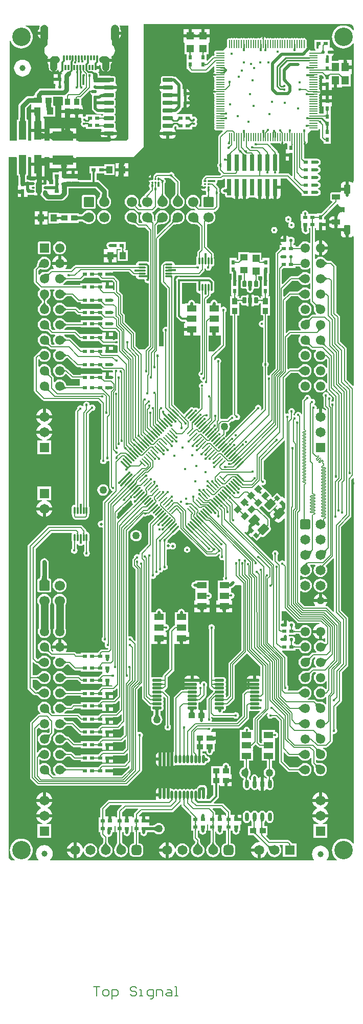
<source format=gtl>
G04*
G04 #@! TF.GenerationSoftware,Altium Limited,Altium Designer,20.1.14 (287)*
G04*
G04 Layer_Physical_Order=1*
G04 Layer_Color=255*
%FSAX25Y25*%
%MOIN*%
G70*
G04*
G04 #@! TF.SameCoordinates,A9E8F4E5-7F2A-47C3-BED5-AE4669AA653D*
G04*
G04*
G04 #@! TF.FilePolarity,Positive*
G04*
G01*
G75*
%ADD11C,0.01968*%
%ADD13C,0.01000*%
%ADD14C,0.01575*%
%ADD17C,0.00500*%
%ADD19C,0.00800*%
G04:AMPARAMS|DCode=32|XSize=62.99mil|YSize=49.21mil|CornerRadius=1.97mil|HoleSize=0mil|Usage=FLASHONLY|Rotation=45.000|XOffset=0mil|YOffset=0mil|HoleType=Round|Shape=RoundedRectangle|*
%AMROUNDEDRECTD32*
21,1,0.06299,0.04528,0,0,45.0*
21,1,0.05906,0.04921,0,0,45.0*
1,1,0.00394,0.03689,0.00487*
1,1,0.00394,-0.00487,-0.03689*
1,1,0.00394,-0.03689,-0.00487*
1,1,0.00394,0.00487,0.03689*
%
%ADD32ROUNDEDRECTD32*%
G04:AMPARAMS|DCode=33|XSize=19.68mil|YSize=19.68mil|CornerRadius=1.97mil|HoleSize=0mil|Usage=FLASHONLY|Rotation=180.000|XOffset=0mil|YOffset=0mil|HoleType=Round|Shape=RoundedRectangle|*
%AMROUNDEDRECTD33*
21,1,0.01968,0.01575,0,0,180.0*
21,1,0.01575,0.01968,0,0,180.0*
1,1,0.00394,-0.00787,0.00787*
1,1,0.00394,0.00787,0.00787*
1,1,0.00394,0.00787,-0.00787*
1,1,0.00394,-0.00787,-0.00787*
%
%ADD33ROUNDEDRECTD33*%
%ADD34R,0.02362X0.03150*%
%ADD35R,0.03150X0.02362*%
G04:AMPARAMS|DCode=36|XSize=23.62mil|YSize=31.5mil|CornerRadius=0mil|HoleSize=0mil|Usage=FLASHONLY|Rotation=225.000|XOffset=0mil|YOffset=0mil|HoleType=Round|Shape=Rectangle|*
%AMROTATEDRECTD36*
4,1,4,-0.00278,0.01949,0.01949,-0.00278,0.00278,-0.01949,-0.01949,0.00278,-0.00278,0.01949,0.0*
%
%ADD36ROTATEDRECTD36*%

%ADD37R,0.13386X0.06299*%
G04:AMPARAMS|DCode=38|XSize=19.68mil|YSize=19.68mil|CornerRadius=1.97mil|HoleSize=0mil|Usage=FLASHONLY|Rotation=90.000|XOffset=0mil|YOffset=0mil|HoleType=Round|Shape=RoundedRectangle|*
%AMROUNDEDRECTD38*
21,1,0.01968,0.01575,0,0,90.0*
21,1,0.01575,0.01968,0,0,90.0*
1,1,0.00394,0.00787,0.00787*
1,1,0.00394,0.00787,-0.00787*
1,1,0.00394,-0.00787,-0.00787*
1,1,0.00394,-0.00787,0.00787*
%
%ADD38ROUNDEDRECTD38*%
%ADD39C,0.03937*%
G04:AMPARAMS|DCode=40|XSize=29.13mil|YSize=109.84mil|CornerRadius=2.04mil|HoleSize=0mil|Usage=FLASHONLY|Rotation=0.000|XOffset=0mil|YOffset=0mil|HoleType=Round|Shape=RoundedRectangle|*
%AMROUNDEDRECTD40*
21,1,0.02913,0.10576,0,0,0.0*
21,1,0.02506,0.10984,0,0,0.0*
1,1,0.00408,0.01253,-0.05288*
1,1,0.00408,-0.01253,-0.05288*
1,1,0.00408,-0.01253,0.05288*
1,1,0.00408,0.01253,0.05288*
%
%ADD40ROUNDEDRECTD40*%
%ADD41R,0.05000X0.12000*%
%ADD42R,0.04331X0.04724*%
%ADD43R,0.04724X0.04724*%
%ADD44R,0.04724X0.04331*%
%ADD45R,0.03937X0.03740*%
G04:AMPARAMS|DCode=46|XSize=37.4mil|YSize=39.37mil|CornerRadius=0mil|HoleSize=0mil|Usage=FLASHONLY|Rotation=135.000|XOffset=0mil|YOffset=0mil|HoleType=Round|Shape=Rectangle|*
%AMROTATEDRECTD46*
4,1,4,0.02714,0.00070,-0.00070,-0.02714,-0.02714,-0.00070,0.00070,0.02714,0.02714,0.00070,0.0*
%
%ADD46ROTATEDRECTD46*%

%ADD47R,0.03740X0.03937*%
G04:AMPARAMS|DCode=48|XSize=57.09mil|YSize=39.37mil|CornerRadius=1.97mil|HoleSize=0mil|Usage=FLASHONLY|Rotation=270.000|XOffset=0mil|YOffset=0mil|HoleType=Round|Shape=RoundedRectangle|*
%AMROUNDEDRECTD48*
21,1,0.05709,0.03543,0,0,270.0*
21,1,0.05315,0.03937,0,0,270.0*
1,1,0.00394,-0.01772,-0.02657*
1,1,0.00394,-0.01772,0.02657*
1,1,0.00394,0.01772,0.02657*
1,1,0.00394,0.01772,-0.02657*
%
%ADD48ROUNDEDRECTD48*%
G04:AMPARAMS|DCode=49|XSize=35.43mil|YSize=51.18mil|CornerRadius=1.95mil|HoleSize=0mil|Usage=FLASHONLY|Rotation=270.000|XOffset=0mil|YOffset=0mil|HoleType=Round|Shape=RoundedRectangle|*
%AMROUNDEDRECTD49*
21,1,0.03543,0.04728,0,0,270.0*
21,1,0.03154,0.05118,0,0,270.0*
1,1,0.00390,-0.02364,-0.01577*
1,1,0.00390,-0.02364,0.01577*
1,1,0.00390,0.02364,0.01577*
1,1,0.00390,0.02364,-0.01577*
%
%ADD49ROUNDEDRECTD49*%
%ADD50R,0.06299X0.03937*%
%ADD51R,0.06299X0.03937*%
G04:AMPARAMS|DCode=52|XSize=11.81mil|YSize=62.99mil|CornerRadius=1.95mil|HoleSize=0mil|Usage=FLASHONLY|Rotation=315.000|XOffset=0mil|YOffset=0mil|HoleType=Round|Shape=RoundedRectangle|*
%AMROUNDEDRECTD52*
21,1,0.01181,0.05909,0,0,315.0*
21,1,0.00791,0.06299,0,0,315.0*
1,1,0.00390,-0.01810,-0.02369*
1,1,0.00390,-0.02369,-0.01810*
1,1,0.00390,0.01810,0.02369*
1,1,0.00390,0.02369,0.01810*
%
%ADD52ROUNDEDRECTD52*%
G04:AMPARAMS|DCode=53|XSize=62.99mil|YSize=11.81mil|CornerRadius=1.95mil|HoleSize=0mil|Usage=FLASHONLY|Rotation=315.000|XOffset=0mil|YOffset=0mil|HoleType=Round|Shape=RoundedRectangle|*
%AMROUNDEDRECTD53*
21,1,0.06299,0.00791,0,0,315.0*
21,1,0.05909,0.01181,0,0,315.0*
1,1,0.00390,0.01810,-0.02369*
1,1,0.00390,-0.02369,0.01810*
1,1,0.00390,-0.01810,0.02369*
1,1,0.00390,0.02369,-0.01810*
%
%ADD53ROUNDEDRECTD53*%
%ADD54O,0.05512X0.00787*%
%ADD55O,0.00787X0.05512*%
G04:AMPARAMS|DCode=56|XSize=64.96mil|YSize=23.62mil|CornerRadius=2.01mil|HoleSize=0mil|Usage=FLASHONLY|Rotation=0.000|XOffset=0mil|YOffset=0mil|HoleType=Round|Shape=RoundedRectangle|*
%AMROUNDEDRECTD56*
21,1,0.06496,0.01961,0,0,0.0*
21,1,0.06095,0.02362,0,0,0.0*
1,1,0.00402,0.03047,-0.00980*
1,1,0.00402,-0.03047,-0.00980*
1,1,0.00402,-0.03047,0.00980*
1,1,0.00402,0.03047,0.00980*
%
%ADD56ROUNDEDRECTD56*%
G04:AMPARAMS|DCode=57|XSize=11.81mil|YSize=15.75mil|CornerRadius=3.96mil|HoleSize=0mil|Usage=FLASHONLY|Rotation=0.000|XOffset=0mil|YOffset=0mil|HoleType=Round|Shape=RoundedRectangle|*
%AMROUNDEDRECTD57*
21,1,0.01181,0.00784,0,0,0.0*
21,1,0.00390,0.01575,0,0,0.0*
1,1,0.00791,0.00195,-0.00392*
1,1,0.00791,-0.00195,-0.00392*
1,1,0.00791,-0.00195,0.00392*
1,1,0.00791,0.00195,0.00392*
%
%ADD57ROUNDEDRECTD57*%
G04:AMPARAMS|DCode=58|XSize=11.81mil|YSize=17.72mil|CornerRadius=3.96mil|HoleSize=0mil|Usage=FLASHONLY|Rotation=0.000|XOffset=0mil|YOffset=0mil|HoleType=Round|Shape=RoundedRectangle|*
%AMROUNDEDRECTD58*
21,1,0.01181,0.00980,0,0,0.0*
21,1,0.00390,0.01772,0,0,0.0*
1,1,0.00791,0.00195,-0.00490*
1,1,0.00791,-0.00195,-0.00490*
1,1,0.00791,-0.00195,0.00490*
1,1,0.00791,0.00195,0.00490*
%
%ADD58ROUNDEDRECTD58*%
G04:AMPARAMS|DCode=59|XSize=11.81mil|YSize=17.72mil|CornerRadius=3.96mil|HoleSize=0mil|Usage=FLASHONLY|Rotation=90.000|XOffset=0mil|YOffset=0mil|HoleType=Round|Shape=RoundedRectangle|*
%AMROUNDEDRECTD59*
21,1,0.01181,0.00980,0,0,90.0*
21,1,0.00390,0.01772,0,0,90.0*
1,1,0.00791,0.00490,0.00195*
1,1,0.00791,0.00490,-0.00195*
1,1,0.00791,-0.00490,-0.00195*
1,1,0.00791,-0.00490,0.00195*
%
%ADD59ROUNDEDRECTD59*%
G04:AMPARAMS|DCode=60|XSize=11.81mil|YSize=15.75mil|CornerRadius=3.96mil|HoleSize=0mil|Usage=FLASHONLY|Rotation=90.000|XOffset=0mil|YOffset=0mil|HoleType=Round|Shape=RoundedRectangle|*
%AMROUNDEDRECTD60*
21,1,0.01181,0.00784,0,0,90.0*
21,1,0.00390,0.01575,0,0,90.0*
1,1,0.00791,0.00392,0.00195*
1,1,0.00791,0.00392,-0.00195*
1,1,0.00791,-0.00392,-0.00195*
1,1,0.00791,-0.00392,0.00195*
%
%ADD60ROUNDEDRECTD60*%
%ADD61O,0.05315X0.01181*%
G04:AMPARAMS|DCode=62|XSize=23.62mil|YSize=39.37mil|CornerRadius=2.01mil|HoleSize=0mil|Usage=FLASHONLY|Rotation=180.000|XOffset=0mil|YOffset=0mil|HoleType=Round|Shape=RoundedRectangle|*
%AMROUNDEDRECTD62*
21,1,0.02362,0.03535,0,0,180.0*
21,1,0.01961,0.03937,0,0,180.0*
1,1,0.00402,-0.00980,0.01768*
1,1,0.00402,0.00980,0.01768*
1,1,0.00402,0.00980,-0.01768*
1,1,0.00402,-0.00980,-0.01768*
%
%ADD62ROUNDEDRECTD62*%
%ADD63O,0.01181X0.05315*%
G04:AMPARAMS|DCode=64|XSize=59.06mil|YSize=17.72mil|CornerRadius=1.95mil|HoleSize=0mil|Usage=FLASHONLY|Rotation=180.000|XOffset=0mil|YOffset=0mil|HoleType=Round|Shape=RoundedRectangle|*
%AMROUNDEDRECTD64*
21,1,0.05906,0.01382,0,0,180.0*
21,1,0.05516,0.01772,0,0,180.0*
1,1,0.00390,-0.02758,0.00691*
1,1,0.00390,0.02758,0.00691*
1,1,0.00390,0.02758,-0.00691*
1,1,0.00390,-0.02758,-0.00691*
%
%ADD64ROUNDEDRECTD64*%
%ADD65O,0.01772X0.05512*%
%ADD66O,0.02362X0.05709*%
G04:AMPARAMS|DCode=67|XSize=7.87mil|YSize=22.24mil|CornerRadius=1.97mil|HoleSize=0mil|Usage=FLASHONLY|Rotation=180.000|XOffset=0mil|YOffset=0mil|HoleType=Round|Shape=RoundedRectangle|*
%AMROUNDEDRECTD67*
21,1,0.00787,0.01831,0,0,180.0*
21,1,0.00394,0.02224,0,0,180.0*
1,1,0.00394,-0.00197,0.00915*
1,1,0.00394,0.00197,0.00915*
1,1,0.00394,0.00197,-0.00915*
1,1,0.00394,-0.00197,-0.00915*
%
%ADD67ROUNDEDRECTD67*%
G04:AMPARAMS|DCode=68|XSize=15.75mil|YSize=22.24mil|CornerRadius=1.97mil|HoleSize=0mil|Usage=FLASHONLY|Rotation=180.000|XOffset=0mil|YOffset=0mil|HoleType=Round|Shape=RoundedRectangle|*
%AMROUNDEDRECTD68*
21,1,0.01575,0.01831,0,0,180.0*
21,1,0.01181,0.02224,0,0,180.0*
1,1,0.00394,-0.00591,0.00915*
1,1,0.00394,0.00591,0.00915*
1,1,0.00394,0.00591,-0.00915*
1,1,0.00394,-0.00591,-0.00915*
%
%ADD68ROUNDEDRECTD68*%
G04:AMPARAMS|DCode=69|XSize=8.37mil|YSize=53.36mil|CornerRadius=4.18mil|HoleSize=0mil|Usage=FLASHONLY|Rotation=315.000|XOffset=0mil|YOffset=0mil|HoleType=Round|Shape=RoundedRectangle|*
%AMROUNDEDRECTD69*
21,1,0.00837,0.04499,0,0,315.0*
21,1,0.00000,0.05336,0,0,315.0*
1,1,0.00837,-0.01591,-0.01591*
1,1,0.00837,-0.01591,-0.01591*
1,1,0.00837,0.01591,0.01591*
1,1,0.00837,0.01591,0.01591*
%
%ADD69ROUNDEDRECTD69*%
G04:AMPARAMS|DCode=70|XSize=53.36mil|YSize=8.37mil|CornerRadius=4.18mil|HoleSize=0mil|Usage=FLASHONLY|Rotation=315.000|XOffset=0mil|YOffset=0mil|HoleType=Round|Shape=RoundedRectangle|*
%AMROUNDEDRECTD70*
21,1,0.05336,0.00000,0,0,315.0*
21,1,0.04499,0.00837,0,0,315.0*
1,1,0.00837,0.01591,-0.01591*
1,1,0.00837,-0.01591,0.01591*
1,1,0.00837,-0.01591,0.01591*
1,1,0.00837,0.01591,-0.01591*
%
%ADD70ROUNDEDRECTD70*%
G04:AMPARAMS|DCode=71|XSize=53.36mil|YSize=8.37mil|CornerRadius=1.97mil|HoleSize=0mil|Usage=FLASHONLY|Rotation=315.000|XOffset=0mil|YOffset=0mil|HoleType=Round|Shape=RoundedRectangle|*
%AMROUNDEDRECTD71*
21,1,0.05336,0.00443,0,0,315.0*
21,1,0.04942,0.00837,0,0,315.0*
1,1,0.00393,0.01591,-0.01904*
1,1,0.00393,-0.01904,0.01591*
1,1,0.00393,-0.01591,0.01904*
1,1,0.00393,0.01904,-0.01591*
%
%ADD71ROUNDEDRECTD71*%
G04:AMPARAMS|DCode=72|XSize=39.37mil|YSize=62.99mil|CornerRadius=1.97mil|HoleSize=0mil|Usage=FLASHONLY|Rotation=180.000|XOffset=0mil|YOffset=0mil|HoleType=Round|Shape=RoundedRectangle|*
%AMROUNDEDRECTD72*
21,1,0.03937,0.05906,0,0,180.0*
21,1,0.03543,0.06299,0,0,180.0*
1,1,0.00394,-0.01772,0.02953*
1,1,0.00394,0.01772,0.02953*
1,1,0.00394,0.01772,-0.02953*
1,1,0.00394,-0.01772,-0.02953*
%
%ADD72ROUNDEDRECTD72*%
G04:AMPARAMS|DCode=73|XSize=11.81mil|YSize=17.72mil|CornerRadius=1.95mil|HoleSize=0mil|Usage=FLASHONLY|Rotation=270.000|XOffset=0mil|YOffset=0mil|HoleType=Round|Shape=RoundedRectangle|*
%AMROUNDEDRECTD73*
21,1,0.01181,0.01382,0,0,270.0*
21,1,0.00791,0.01772,0,0,270.0*
1,1,0.00390,-0.00691,-0.00396*
1,1,0.00390,-0.00691,0.00396*
1,1,0.00390,0.00691,0.00396*
1,1,0.00390,0.00691,-0.00396*
%
%ADD73ROUNDEDRECTD73*%
%ADD74C,0.04750*%
%ADD75C,0.04606*%
G04:AMPARAMS|DCode=76|XSize=10.63mil|YSize=35.43mil|CornerRadius=1.97mil|HoleSize=0mil|Usage=FLASHONLY|Rotation=180.000|XOffset=0mil|YOffset=0mil|HoleType=Round|Shape=RoundedRectangle|*
%AMROUNDEDRECTD76*
21,1,0.01063,0.03150,0,0,180.0*
21,1,0.00670,0.03543,0,0,180.0*
1,1,0.00393,-0.00335,0.01575*
1,1,0.00393,0.00335,0.01575*
1,1,0.00393,0.00335,-0.01575*
1,1,0.00393,-0.00335,-0.01575*
%
%ADD76ROUNDEDRECTD76*%
G04:AMPARAMS|DCode=77|XSize=10.63mil|YSize=31.5mil|CornerRadius=1.97mil|HoleSize=0mil|Usage=FLASHONLY|Rotation=180.000|XOffset=0mil|YOffset=0mil|HoleType=Round|Shape=RoundedRectangle|*
%AMROUNDEDRECTD77*
21,1,0.01063,0.02756,0,0,180.0*
21,1,0.00670,0.03150,0,0,180.0*
1,1,0.00393,-0.00335,0.01378*
1,1,0.00393,0.00335,0.01378*
1,1,0.00393,0.00335,-0.01378*
1,1,0.00393,-0.00335,-0.01378*
%
%ADD77ROUNDEDRECTD77*%
%ADD78R,0.04724X0.05512*%
%ADD139C,0.00501*%
%ADD140C,0.00787*%
%ADD141C,0.03000*%
%ADD142C,0.01181*%
%ADD143C,0.01063*%
%ADD144C,0.00600*%
%ADD145C,0.02000*%
%ADD146C,0.01200*%
%ADD147C,0.05000*%
G04:AMPARAMS|DCode=148|XSize=61.02mil|YSize=61.02mil|CornerRadius=1.83mil|HoleSize=0mil|Usage=FLASHONLY|Rotation=270.000|XOffset=0mil|YOffset=0mil|HoleType=Round|Shape=RoundedRectangle|*
%AMROUNDEDRECTD148*
21,1,0.06102,0.05736,0,0,270.0*
21,1,0.05736,0.06102,0,0,270.0*
1,1,0.00366,-0.02868,-0.02868*
1,1,0.00366,-0.02868,0.02868*
1,1,0.00366,0.02868,0.02868*
1,1,0.00366,0.02868,-0.02868*
%
%ADD148ROUNDEDRECTD148*%
%ADD149C,0.06102*%
%ADD150C,0.06496*%
G04:AMPARAMS|DCode=151|XSize=64.96mil|YSize=64.96mil|CornerRadius=8.12mil|HoleSize=0mil|Usage=FLASHONLY|Rotation=270.000|XOffset=0mil|YOffset=0mil|HoleType=Round|Shape=RoundedRectangle|*
%AMROUNDEDRECTD151*
21,1,0.06496,0.04872,0,0,270.0*
21,1,0.04872,0.06496,0,0,270.0*
1,1,0.01624,-0.02436,-0.02436*
1,1,0.01624,-0.02436,0.02436*
1,1,0.01624,0.02436,0.02436*
1,1,0.01624,0.02436,-0.02436*
%
%ADD151ROUNDEDRECTD151*%
G04:AMPARAMS|DCode=152|XSize=64.96mil|YSize=64.96mil|CornerRadius=16.24mil|HoleSize=0mil|Usage=FLASHONLY|Rotation=180.000|XOffset=0mil|YOffset=0mil|HoleType=Round|Shape=RoundedRectangle|*
%AMROUNDEDRECTD152*
21,1,0.06496,0.03248,0,0,180.0*
21,1,0.03248,0.06496,0,0,180.0*
1,1,0.03248,-0.01624,0.01624*
1,1,0.03248,0.01624,0.01624*
1,1,0.03248,0.01624,-0.01624*
1,1,0.03248,-0.01624,-0.01624*
%
%ADD152ROUNDEDRECTD152*%
%ADD153R,0.06496X0.06496*%
%ADD154R,0.06496X0.06496*%
G04:AMPARAMS|DCode=155|XSize=66.93mil|YSize=66.93mil|CornerRadius=2.01mil|HoleSize=0mil|Usage=FLASHONLY|Rotation=180.000|XOffset=0mil|YOffset=0mil|HoleType=Round|Shape=RoundedRectangle|*
%AMROUNDEDRECTD155*
21,1,0.06693,0.06291,0,0,180.0*
21,1,0.06291,0.06693,0,0,180.0*
1,1,0.00402,-0.03146,0.03146*
1,1,0.00402,0.03146,0.03146*
1,1,0.00402,0.03146,-0.03146*
1,1,0.00402,-0.03146,-0.03146*
%
%ADD155ROUNDEDRECTD155*%
%ADD156C,0.06693*%
G04:AMPARAMS|DCode=157|XSize=66.93mil|YSize=66.93mil|CornerRadius=2.01mil|HoleSize=0mil|Usage=FLASHONLY|Rotation=270.000|XOffset=0mil|YOffset=0mil|HoleType=Round|Shape=RoundedRectangle|*
%AMROUNDEDRECTD157*
21,1,0.06693,0.06291,0,0,270.0*
21,1,0.06291,0.06693,0,0,270.0*
1,1,0.00402,-0.03146,-0.03146*
1,1,0.00402,-0.03146,0.03146*
1,1,0.00402,0.03146,0.03146*
1,1,0.00402,0.03146,-0.03146*
%
%ADD157ROUNDEDRECTD157*%
%ADD158C,0.12000*%
%ADD159C,0.05000*%
G04:AMPARAMS|DCode=160|XSize=49.21mil|YSize=27.56mil|CornerRadius=13.78mil|HoleSize=0mil|Usage=FLASHONLY|Rotation=180.000|XOffset=0mil|YOffset=0mil|HoleType=Round|Shape=RoundedRectangle|*
%AMROUNDEDRECTD160*
21,1,0.04921,0.00000,0,0,180.0*
21,1,0.02165,0.02756,0,0,180.0*
1,1,0.02756,-0.01083,0.00000*
1,1,0.02756,0.01083,0.00000*
1,1,0.02756,0.01083,0.00000*
1,1,0.02756,-0.01083,0.00000*
%
%ADD160ROUNDEDRECTD160*%
G04:AMPARAMS|DCode=161|XSize=23.62mil|YSize=74.8mil|CornerRadius=11.81mil|HoleSize=0mil|Usage=FLASHONLY|Rotation=180.000|XOffset=0mil|YOffset=0mil|HoleType=Round|Shape=RoundedRectangle|*
%AMROUNDEDRECTD161*
21,1,0.02362,0.05118,0,0,180.0*
21,1,0.00000,0.07480,0,0,180.0*
1,1,0.02362,0.00000,0.02559*
1,1,0.02362,0.00000,0.02559*
1,1,0.02362,0.00000,-0.02559*
1,1,0.02362,0.00000,-0.02559*
%
%ADD161ROUNDEDRECTD161*%
G04:AMPARAMS|DCode=162|XSize=27.56mil|YSize=59.06mil|CornerRadius=13.78mil|HoleSize=0mil|Usage=FLASHONLY|Rotation=180.000|XOffset=0mil|YOffset=0mil|HoleType=Round|Shape=RoundedRectangle|*
%AMROUNDEDRECTD162*
21,1,0.02756,0.03150,0,0,180.0*
21,1,0.00000,0.05906,0,0,180.0*
1,1,0.02756,0.00000,0.01575*
1,1,0.02756,0.00000,0.01575*
1,1,0.02756,0.00000,-0.01575*
1,1,0.02756,0.00000,-0.01575*
%
%ADD162ROUNDEDRECTD162*%
%ADD163C,0.01968*%
%ADD164C,0.01772*%
%ADD165C,0.02756*%
%ADD166C,0.01575*%
G36*
X0294115Y0701557D02*
X0294561Y0701372D01*
X0294963Y0701104D01*
X0295304Y0700763D01*
X0295572Y0700361D01*
X0295757Y0699915D01*
X0295851Y0699441D01*
Y0697681D01*
X0295351Y0697619D01*
X0294480Y0698680D01*
X0293349Y0699609D01*
X0292057Y0700299D01*
X0290657Y0700724D01*
X0289200Y0700867D01*
X0287743Y0700724D01*
X0286343Y0700299D01*
X0285051Y0699609D01*
X0283920Y0698680D01*
X0282991Y0697548D01*
X0282301Y0696257D01*
X0281876Y0694857D01*
X0281733Y0693400D01*
X0281876Y0691943D01*
X0282301Y0690543D01*
X0282991Y0689252D01*
X0283920Y0688120D01*
X0285051Y0687191D01*
X0286343Y0686501D01*
X0287743Y0686076D01*
X0289200Y0685933D01*
X0290657Y0686076D01*
X0292057Y0686501D01*
X0293349Y0687191D01*
X0294480Y0688120D01*
X0295351Y0689181D01*
X0295851Y0689119D01*
X0295851Y0601700D01*
Y0600560D01*
X0295522Y0598320D01*
X0295464Y0598279D01*
X0294926Y0598313D01*
X0294864Y0598406D01*
X0294147Y0598885D01*
X0293302Y0599053D01*
X0292531D01*
Y0598494D01*
X0292565D01*
X0292570Y0598216D01*
X0292607Y0597749D01*
X0292640Y0597559D01*
X0292682Y0597398D01*
X0292733Y0597267D01*
X0292793Y0597164D01*
X0292863Y0597091D01*
X0292942Y0597048D01*
X0293030Y0597033D01*
X0292531D01*
Y0594187D01*
X0291531D01*
Y0593187D01*
X0287551D01*
Y0592458D01*
X0287051Y0592099D01*
X0286808Y0592147D01*
X0282080D01*
X0281543Y0592041D01*
X0281088Y0591737D01*
X0280784Y0591282D01*
X0280677Y0590745D01*
Y0587591D01*
X0280784Y0587054D01*
X0281088Y0586599D01*
X0281543Y0586295D01*
X0281924Y0586219D01*
X0282141Y0585729D01*
X0274932Y0578520D01*
X0272013D01*
Y0578520D01*
X0271700Y0578262D01*
X0266438D01*
X0266406Y0578300D01*
X0266246Y0579107D01*
X0265789Y0579790D01*
X0265106Y0580247D01*
X0264299Y0580407D01*
X0263493Y0580247D01*
X0262809Y0579790D01*
X0262352Y0579107D01*
X0262192Y0578300D01*
X0262161Y0578262D01*
X0261464D01*
Y0573538D01*
X0261464D01*
X0261574Y0573453D01*
Y0569978D01*
X0261562Y0569922D01*
X0261574Y0569866D01*
Y0568729D01*
X0262102D01*
X0262122Y0568467D01*
Y0567452D01*
X0262290Y0566607D01*
X0262768Y0565891D01*
X0263237Y0565422D01*
X0263953Y0564943D01*
X0264798Y0564775D01*
X0265643Y0564943D01*
X0266359Y0565422D01*
X0266838Y0566138D01*
X0267006Y0566983D01*
X0266838Y0567828D01*
X0266570Y0568229D01*
X0266694Y0568729D01*
X0267627D01*
Y0559135D01*
X0267127Y0558989D01*
X0266334Y0559597D01*
X0265305Y0560023D01*
X0264200Y0560169D01*
X0263095Y0560023D01*
X0262066Y0559597D01*
X0261181Y0558919D01*
X0260503Y0558034D01*
X0260077Y0557005D01*
X0260064Y0556906D01*
X0257814D01*
Y0557809D01*
X0256517D01*
Y0558790D01*
X0256851Y0559013D01*
X0257155Y0559469D01*
X0257262Y0560006D01*
Y0561581D01*
X0257155Y0562119D01*
X0256851Y0562574D01*
X0256395Y0562879D01*
X0255857Y0562986D01*
X0254283D01*
X0253745Y0562879D01*
X0253684Y0562839D01*
X0253482Y0563142D01*
X0252765Y0563621D01*
X0252133Y0563747D01*
Y0560794D01*
X0251133D01*
Y0559794D01*
X0248180D01*
X0248306Y0559161D01*
X0248784Y0558445D01*
X0248988Y0558309D01*
X0248836Y0557809D01*
X0247578D01*
Y0555294D01*
X0245353Y0553070D01*
X0245037Y0552596D01*
X0244926Y0552038D01*
Y0477367D01*
X0241625Y0474066D01*
X0241309Y0473592D01*
X0241229Y0473194D01*
X0240778Y0472774D01*
X0240554Y0472818D01*
X0240150Y0472738D01*
X0239763Y0473055D01*
Y0478416D01*
X0239871Y0478489D01*
X0240328Y0479172D01*
X0240489Y0479979D01*
X0240328Y0480785D01*
X0239871Y0481469D01*
X0239763Y0481541D01*
Y0511754D01*
X0241355D01*
Y0517553D01*
X0241355Y0518053D01*
X0241355Y0518553D01*
Y0524352D01*
X0239916D01*
Y0524935D01*
X0240766D01*
Y0529659D01*
Y0533827D01*
X0240769Y0533836D01*
X0240766Y0533871D01*
Y0533922D01*
X0240777Y0533978D01*
X0240766Y0534034D01*
Y0535171D01*
X0240766D01*
X0240612Y0535477D01*
Y0538911D01*
X0240624Y0539113D01*
X0241062D01*
Y0540250D01*
X0241073Y0540306D01*
X0241062Y0540362D01*
Y0543837D01*
Y0549349D01*
X0236338D01*
Y0548205D01*
X0235806D01*
Y0552668D01*
X0229315D01*
X0229314Y0552688D01*
X0227743Y0552688D01*
Y0553014D01*
X0220657D01*
Y0548414D01*
X0220601Y0548349D01*
X0220457Y0548205D01*
X0219747D01*
Y0549349D01*
X0215023D01*
Y0543837D01*
Y0539113D01*
X0216196D01*
Y0535824D01*
X0216179Y0535739D01*
X0216196Y0535653D01*
Y0535171D01*
X0216042D01*
Y0534034D01*
X0216031Y0533978D01*
X0216042Y0533922D01*
Y0533870D01*
X0216039Y0533836D01*
X0216042Y0533827D01*
Y0529659D01*
Y0524935D01*
X0216792D01*
Y0524352D01*
X0215353D01*
Y0518553D01*
X0215353Y0518053D01*
X0215353Y0517553D01*
Y0511754D01*
X0216945D01*
Y0447549D01*
X0216730Y0447083D01*
X0215923Y0446922D01*
X0215240Y0446465D01*
X0214783Y0445782D01*
X0214771Y0445720D01*
X0214765Y0445709D01*
X0214665Y0445530D01*
X0214661Y0445523D01*
X0214633Y0445485D01*
X0213451Y0444304D01*
X0209644D01*
X0209521Y0444279D01*
X0209021Y0444689D01*
Y0480647D01*
X0209060Y0480705D01*
X0209075Y0480723D01*
X0209097Y0480760D01*
X0209462Y0481306D01*
X0209622Y0482113D01*
X0209462Y0482919D01*
X0209005Y0483603D01*
X0208321Y0484060D01*
X0207515Y0484220D01*
X0206709Y0484060D01*
X0206025Y0483603D01*
X0205568Y0482919D01*
X0205542Y0482786D01*
X0204863Y0482786D01*
Y0484507D01*
X0211905Y0491549D01*
X0212221Y0492023D01*
X0212332Y0492581D01*
X0212332Y0492581D01*
Y0513991D01*
X0212363Y0514012D01*
X0212820Y0514696D01*
X0212981Y0515502D01*
X0212820Y0516309D01*
X0212363Y0516993D01*
X0211680Y0517449D01*
X0210873Y0517610D01*
X0210067Y0517449D01*
X0209695Y0517201D01*
X0209195Y0517469D01*
Y0519702D01*
X0207034D01*
Y0519932D01*
X0206866Y0520776D01*
X0206387Y0521493D01*
X0205671Y0521971D01*
X0204826Y0522139D01*
X0203981Y0521971D01*
X0203265Y0521493D01*
X0202786Y0520776D01*
X0202618Y0519932D01*
Y0519702D01*
X0200534D01*
X0200124Y0519919D01*
Y0522091D01*
X0202212Y0524179D01*
X0202528Y0524652D01*
X0202639Y0525211D01*
Y0525847D01*
X0203026Y0526164D01*
X0203148Y0526140D01*
X0203840Y0526277D01*
X0204426Y0526669D01*
X0204817Y0527255D01*
X0204955Y0527946D01*
Y0533310D01*
X0204817Y0534001D01*
X0204426Y0534587D01*
X0202895Y0536118D01*
X0202309Y0536510D01*
X0201617Y0536647D01*
X0183158D01*
X0182947Y0536788D01*
X0182141Y0536948D01*
X0181334Y0536788D01*
X0180651Y0536331D01*
X0180194Y0535647D01*
X0180034Y0534841D01*
X0180194Y0534034D01*
X0180335Y0533824D01*
Y0511557D01*
X0180472Y0510866D01*
X0180864Y0510280D01*
X0182758Y0508386D01*
X0183344Y0507994D01*
X0184036Y0507857D01*
X0185967D01*
Y0506710D01*
X0185180D01*
Y0503773D01*
X0186950D01*
X0187129Y0503785D01*
X0187161Y0503799D01*
X0187172Y0503816D01*
Y0503773D01*
X0190298D01*
Y0502773D01*
X0191298D01*
Y0500817D01*
X0191731D01*
X0191633Y0500802D01*
X0191545Y0500757D01*
X0191468Y0500682D01*
X0191401Y0500577D01*
X0191344Y0500442D01*
X0191298Y0500277D01*
X0191298Y0500275D01*
Y0498836D01*
X0195416D01*
Y0498836D01*
X0195862Y0498707D01*
Y0475464D01*
X0195316Y0475099D01*
X0194859Y0474415D01*
X0194699Y0473609D01*
X0194859Y0472802D01*
X0195316Y0472119D01*
X0195948Y0471696D01*
X0195793Y0470920D01*
X0195954Y0470113D01*
X0196411Y0469429D01*
X0197094Y0468973D01*
X0197398Y0468912D01*
X0197497Y0468487D01*
X0197151Y0468104D01*
X0197082Y0468118D01*
X0196275Y0467957D01*
X0195592Y0467500D01*
X0195135Y0466817D01*
X0194975Y0466010D01*
X0195135Y0465204D01*
X0195497Y0464662D01*
Y0451656D01*
X0194958Y0451117D01*
X0194460Y0451166D01*
X0194363Y0451311D01*
X0193680Y0451768D01*
X0192873Y0451929D01*
X0192067Y0451768D01*
X0191645Y0451486D01*
X0191454Y0451677D01*
X0190999Y0451981D01*
X0190462Y0452088D01*
X0189925Y0451981D01*
X0189470Y0451677D01*
X0185291Y0447498D01*
X0185223Y0447492D01*
X0178604Y0454111D01*
Y0535943D01*
X0178714Y0536016D01*
X0179105Y0536602D01*
X0179243Y0537294D01*
X0179218Y0537417D01*
X0179535Y0537803D01*
X0194861D01*
X0195420Y0537914D01*
X0195893Y0538230D01*
X0198275Y0540612D01*
X0198591Y0541085D01*
X0198702Y0541644D01*
Y0542311D01*
X0199194Y0542401D01*
X0199651Y0541717D01*
X0200335Y0541260D01*
X0201141Y0541100D01*
X0201947Y0541260D01*
X0202631Y0541717D01*
X0203088Y0542401D01*
X0203248Y0543207D01*
X0203158Y0543662D01*
X0203840Y0543797D01*
X0204426Y0544189D01*
X0204817Y0544775D01*
X0204955Y0545466D01*
Y0549600D01*
X0204817Y0550291D01*
X0204608Y0550605D01*
Y0551841D01*
X0204497Y0552400D01*
X0204180Y0552873D01*
X0200161Y0556892D01*
Y0571091D01*
X0200537Y0571421D01*
X0201200Y0571333D01*
X0202382Y0571489D01*
X0203483Y0571945D01*
X0204429Y0572671D01*
X0205155Y0573617D01*
X0205611Y0574718D01*
X0205767Y0575900D01*
X0205611Y0577082D01*
X0205155Y0578183D01*
X0204589Y0578920D01*
X0204836Y0579420D01*
X0204920D01*
X0204921Y0579420D01*
X0205535Y0579543D01*
X0206056Y0579891D01*
X0207725Y0581560D01*
X0207725Y0581560D01*
X0208073Y0582081D01*
X0208195Y0582695D01*
X0208195Y0582695D01*
Y0590520D01*
X0208474Y0590936D01*
X0208634Y0591743D01*
X0208474Y0592549D01*
X0208195Y0592966D01*
Y0594463D01*
X0208195Y0594463D01*
X0208073Y0595078D01*
X0207725Y0595598D01*
X0207725Y0595598D01*
X0206152Y0597171D01*
X0206216Y0597815D01*
X0206487Y0597997D01*
X0206944Y0598680D01*
X0207105Y0599487D01*
X0207071Y0599656D01*
X0207388Y0600042D01*
X0209409D01*
X0209409Y0600042D01*
X0210024Y0600165D01*
X0210544Y0600513D01*
X0211203Y0601171D01*
X0211744Y0601152D01*
X0212070Y0600755D01*
X0212055Y0600676D01*
Y0595408D01*
X0212012Y0595402D01*
X0211951Y0595397D01*
X0211511D01*
X0210666Y0595229D01*
X0209950Y0594750D01*
X0209471Y0594034D01*
X0209303Y0593189D01*
X0209471Y0592345D01*
X0209950Y0591628D01*
X0210666Y0591150D01*
X0211511Y0590982D01*
X0211951D01*
X0212012Y0590977D01*
X0212055Y0590971D01*
Y0590100D01*
X0212162Y0589560D01*
X0212468Y0589102D01*
X0212927Y0588795D01*
X0213467Y0588688D01*
X0215972D01*
X0216513Y0588795D01*
X0216660Y0588894D01*
X0216901Y0588534D01*
X0217619Y0588054D01*
X0218467Y0587885D01*
X0218720D01*
Y0589282D01*
X0218698Y0589432D01*
X0218664Y0589588D01*
X0218622Y0589716D01*
X0218572Y0589816D01*
X0218515Y0589886D01*
X0218450Y0589928D01*
X0218378Y0589942D01*
X0218720Y0589945D01*
Y0595388D01*
X0220720D01*
Y0589959D01*
X0221109Y0589962D01*
X0221037Y0589947D01*
X0220972Y0589903D01*
X0220914Y0589831D01*
X0220865Y0589730D01*
X0220823Y0589601D01*
X0220789Y0589442D01*
X0220762Y0589255D01*
X0220743Y0589040D01*
X0220728Y0588522D01*
X0220720D01*
Y0587885D01*
X0220972D01*
X0221820Y0588054D01*
X0222220Y0588321D01*
X0222619Y0588054D01*
X0223467Y0587885D01*
X0223720D01*
Y0588953D01*
X0223678Y0589439D01*
X0223646Y0589593D01*
X0223607Y0589719D01*
X0223560Y0589817D01*
X0223506Y0589886D01*
X0223446Y0589928D01*
X0223378Y0589942D01*
X0223720D01*
Y0595388D01*
X0225720D01*
Y0589942D01*
X0226062D01*
X0225994Y0589928D01*
X0225933Y0589886D01*
X0225879Y0589817D01*
X0225833Y0589719D01*
X0225793Y0589593D01*
X0225761Y0589439D01*
X0225736Y0589258D01*
X0225720Y0589001D01*
Y0587885D01*
X0225972D01*
X0226820Y0588054D01*
X0227539Y0588534D01*
X0227779Y0588894D01*
X0227926Y0588795D01*
X0228467Y0588688D01*
X0230972D01*
X0231513Y0588795D01*
X0231660Y0588894D01*
X0231901Y0588534D01*
X0232619Y0588054D01*
X0233467Y0587885D01*
X0233720D01*
Y0588953D01*
X0233678Y0589439D01*
X0233646Y0589593D01*
X0233607Y0589719D01*
X0233560Y0589817D01*
X0233506Y0589886D01*
X0233446Y0589928D01*
X0233378Y0589942D01*
X0233720D01*
Y0595388D01*
X0235720D01*
Y0589942D01*
X0236062D01*
X0235994Y0589928D01*
X0235933Y0589886D01*
X0235879Y0589817D01*
X0235833Y0589719D01*
X0235793Y0589593D01*
X0235761Y0589439D01*
X0235736Y0589258D01*
X0235720Y0589001D01*
Y0587885D01*
X0235972D01*
X0236820Y0588054D01*
X0237220Y0588321D01*
X0237619Y0588054D01*
X0238467Y0587885D01*
X0238720D01*
Y0588953D01*
X0238678Y0589439D01*
X0238646Y0589593D01*
X0238607Y0589719D01*
X0238560Y0589817D01*
X0238507Y0589886D01*
X0238446Y0589928D01*
X0238378Y0589942D01*
X0238720D01*
Y0595388D01*
X0240720D01*
Y0589942D01*
X0241062D01*
X0240994Y0589928D01*
X0240933Y0589886D01*
X0240879Y0589817D01*
X0240833Y0589719D01*
X0240793Y0589593D01*
X0240761Y0589439D01*
X0240736Y0589258D01*
X0240720Y0589001D01*
Y0587885D01*
X0240972D01*
X0241820Y0588054D01*
X0242220Y0588321D01*
X0242619Y0588054D01*
X0243467Y0587885D01*
X0243720D01*
Y0588953D01*
X0243678Y0589439D01*
X0243646Y0589593D01*
X0243607Y0589719D01*
X0243560Y0589817D01*
X0243507Y0589886D01*
X0243446Y0589928D01*
X0243378Y0589942D01*
X0243720D01*
Y0595388D01*
X0244720D01*
Y0596388D01*
X0248187D01*
Y0600676D01*
X0248149Y0600869D01*
X0248466Y0601255D01*
X0252232D01*
X0261918Y0591569D01*
X0261928Y0591557D01*
X0261968Y0591504D01*
X0261996Y0591462D01*
X0262014Y0591429D01*
X0262024Y0591408D01*
X0262027Y0591400D01*
Y0589715D01*
X0272263D01*
Y0589881D01*
X0272976Y0590023D01*
X0273698Y0590505D01*
X0274180Y0591226D01*
X0274349Y0592077D01*
X0274180Y0592928D01*
X0273698Y0593650D01*
X0272976Y0594132D01*
X0272663Y0594194D01*
Y0594704D01*
X0272960Y0594763D01*
X0273682Y0595245D01*
X0274164Y0595966D01*
X0274333Y0596817D01*
X0274164Y0597668D01*
X0273682Y0598390D01*
X0272960Y0598872D01*
X0272643Y0598935D01*
X0272452Y0599317D01*
X0272643Y0599700D01*
X0272960Y0599763D01*
X0273682Y0600245D01*
X0274164Y0600966D01*
X0274333Y0601817D01*
X0274164Y0602668D01*
X0273682Y0603390D01*
X0272960Y0603872D01*
X0272643Y0603935D01*
X0272452Y0604317D01*
X0272643Y0604700D01*
X0272960Y0604763D01*
X0273682Y0605245D01*
X0274164Y0605966D01*
X0274333Y0606817D01*
X0274164Y0607668D01*
X0273682Y0608390D01*
X0272960Y0608872D01*
X0272656Y0608932D01*
X0272618Y0609066D01*
X0272969Y0609627D01*
X0273075Y0609649D01*
X0273796Y0610131D01*
X0274278Y0610852D01*
X0274447Y0611703D01*
X0274278Y0612554D01*
X0273796Y0613276D01*
X0273075Y0613758D01*
X0272247Y0613922D01*
Y0614180D01*
X0263779D01*
X0263513Y0614445D01*
Y0623219D01*
X0263629Y0623314D01*
X0264551Y0623498D01*
X0265332Y0624020D01*
X0265854Y0624801D01*
X0266038Y0625723D01*
Y0630447D01*
X0266030Y0630486D01*
X0267929Y0632385D01*
X0271897D01*
X0272511Y0632507D01*
X0273032Y0632855D01*
X0273380Y0633376D01*
X0273508Y0633440D01*
X0274008Y0633132D01*
Y0627802D01*
X0274008Y0627802D01*
X0274130Y0627187D01*
X0274478Y0626666D01*
X0275683Y0625461D01*
X0276204Y0625113D01*
X0276204Y0625113D01*
Y0623841D01*
X0280928D01*
Y0628565D01*
Y0633991D01*
X0280964D01*
Y0638715D01*
Y0644144D01*
Y0648081D01*
X0281751D01*
Y0650624D01*
X0280133D01*
X0280023Y0650558D01*
X0279912Y0650457D01*
X0279834Y0650341D01*
X0279786Y0650209D01*
X0279771Y0650062D01*
Y0650624D01*
X0275452D01*
Y0648081D01*
X0276239D01*
Y0643470D01*
X0273496D01*
X0273380Y0644054D01*
X0273265Y0644227D01*
X0273380Y0644400D01*
X0273502Y0645014D01*
X0273380Y0645629D01*
X0273265Y0645802D01*
X0273380Y0645974D01*
X0273502Y0646589D01*
X0273380Y0647203D01*
X0273265Y0647376D01*
X0273380Y0647549D01*
X0273502Y0648164D01*
X0273380Y0648778D01*
X0273265Y0648951D01*
X0273380Y0649124D01*
X0273502Y0649739D01*
X0273380Y0650353D01*
X0273265Y0650526D01*
X0273380Y0650699D01*
X0273502Y0651313D01*
X0273380Y0651928D01*
X0273265Y0652101D01*
X0273380Y0652274D01*
X0273502Y0652888D01*
X0273380Y0653503D01*
X0273265Y0653676D01*
X0273380Y0653849D01*
X0273502Y0654463D01*
X0273380Y0655078D01*
X0273265Y0655250D01*
X0273380Y0655423D01*
X0273458Y0655815D01*
X0273600Y0655910D01*
X0274122Y0656691D01*
X0274201Y0657088D01*
X0274179Y0657091D01*
X0274093Y0657098D01*
X0274001Y0657101D01*
X0274034Y0657888D01*
X0274126Y0657890D01*
X0274248Y0657903D01*
X0274122Y0658534D01*
X0273600Y0659316D01*
X0273458Y0659410D01*
X0273380Y0659802D01*
X0273265Y0659975D01*
X0273380Y0660148D01*
X0273502Y0660762D01*
X0273380Y0661377D01*
X0273265Y0661550D01*
X0273380Y0661723D01*
X0273502Y0662337D01*
X0273380Y0662952D01*
X0273265Y0663124D01*
X0273380Y0663297D01*
X0273502Y0663912D01*
X0273380Y0664526D01*
X0273265Y0664699D01*
X0273380Y0664872D01*
X0273502Y0665487D01*
X0273380Y0666101D01*
X0273265Y0666274D01*
X0273380Y0666447D01*
X0273502Y0667061D01*
X0273380Y0667676D01*
X0273265Y0667849D01*
X0273380Y0668022D01*
X0273496Y0668605D01*
X0274850D01*
X0276177Y0667278D01*
X0276212Y0667239D01*
X0276239Y0667204D01*
Y0665943D01*
X0275452D01*
Y0663400D01*
X0278602D01*
Y0662400D01*
X0279602D01*
Y0660837D01*
X0279684D01*
X0279610Y0660825D01*
X0279602Y0660821D01*
Y0658857D01*
X0281751D01*
Y0660345D01*
X0283070D01*
Y0661850D01*
X0283067Y0661865D01*
X0283021Y0662009D01*
X0282964Y0662127D01*
X0282898Y0662219D01*
X0282821Y0662285D01*
X0282734Y0662324D01*
X0282637Y0662337D01*
X0283070D01*
Y0665069D01*
X0285070D01*
Y0662337D01*
X0285236D01*
X0285138Y0662324D01*
X0285070Y0662293D01*
Y0660345D01*
X0288401D01*
Y0661132D01*
X0293913D01*
Y0669006D01*
X0294412Y0669006D01*
X0294700D01*
Y0672731D01*
X0294086D01*
Y0672589D01*
X0293824Y0672583D01*
X0293383Y0672537D01*
X0293204Y0672496D01*
X0293052Y0672444D01*
X0292928Y0672381D01*
X0292831Y0672305D01*
X0292763Y0672219D01*
X0292721Y0672120D01*
X0292707Y0672010D01*
Y0672731D01*
X0290369D01*
Y0673731D01*
X0289369D01*
Y0678455D01*
X0286039D01*
Y0677668D01*
X0281751D01*
Y0680870D01*
X0282206Y0681174D01*
X0282685Y0681890D01*
X0282810Y0682522D01*
X0279857D01*
Y0684522D01*
X0282810D01*
X0282685Y0685154D01*
X0282206Y0685871D01*
X0281490Y0686349D01*
X0280751Y0686496D01*
X0280389Y0686829D01*
Y0691553D01*
X0270153D01*
Y0688171D01*
X0270150Y0688162D01*
X0270153Y0688125D01*
Y0688073D01*
X0270142Y0688016D01*
X0270153Y0687961D01*
Y0686829D01*
X0270153D01*
X0270390Y0686540D01*
X0270360Y0686392D01*
X0270521Y0685586D01*
X0270969Y0684915D01*
X0270953Y0684833D01*
X0270806Y0684415D01*
X0267929D01*
X0265235Y0687109D01*
Y0691077D01*
X0265113Y0691692D01*
X0264764Y0692212D01*
X0264244Y0692561D01*
X0263629Y0692683D01*
X0263015Y0692561D01*
X0262842Y0692445D01*
X0262669Y0692561D01*
X0262054Y0692683D01*
X0261440Y0692561D01*
X0261267Y0692445D01*
X0261094Y0692561D01*
X0260479Y0692683D01*
X0259865Y0692561D01*
X0259692Y0692445D01*
X0259519Y0692561D01*
X0258905Y0692683D01*
X0258290Y0692561D01*
X0258117Y0692445D01*
X0257944Y0692561D01*
X0257330Y0692683D01*
X0256715Y0692561D01*
X0256542Y0692445D01*
X0256370Y0692561D01*
X0255755Y0692683D01*
X0255141Y0692561D01*
X0254968Y0692445D01*
X0254795Y0692561D01*
X0254180Y0692683D01*
X0253566Y0692561D01*
X0253393Y0692445D01*
X0253220Y0692561D01*
X0252606Y0692683D01*
X0251991Y0692561D01*
X0251818Y0692445D01*
X0251645Y0692561D01*
X0251031Y0692683D01*
X0250416Y0692561D01*
X0250243Y0692445D01*
X0250070Y0692561D01*
X0249456Y0692683D01*
X0248841Y0692561D01*
X0248669Y0692445D01*
X0248496Y0692561D01*
X0247881Y0692683D01*
X0247267Y0692561D01*
X0247094Y0692445D01*
X0246921Y0692561D01*
X0246306Y0692683D01*
X0245692Y0692561D01*
X0245519Y0692445D01*
X0245346Y0692561D01*
X0244731Y0692683D01*
X0244117Y0692561D01*
X0243944Y0692445D01*
X0243771Y0692561D01*
X0243157Y0692683D01*
X0242542Y0692561D01*
X0242369Y0692445D01*
X0242196Y0692561D01*
X0241582Y0692683D01*
X0240967Y0692561D01*
X0240794Y0692445D01*
X0240621Y0692561D01*
X0240007Y0692683D01*
X0239393Y0692561D01*
X0239220Y0692445D01*
X0239047Y0692561D01*
X0238655Y0692638D01*
X0238561Y0692780D01*
X0237779Y0693302D01*
X0236858Y0693486D01*
X0235936Y0693302D01*
X0235154Y0692780D01*
X0235060Y0692638D01*
X0234668Y0692561D01*
X0234495Y0692445D01*
X0234322Y0692561D01*
X0233708Y0692683D01*
X0233093Y0692561D01*
X0232921Y0692445D01*
X0232748Y0692561D01*
X0232133Y0692683D01*
X0231519Y0692561D01*
X0231346Y0692445D01*
X0231173Y0692561D01*
X0230558Y0692683D01*
X0229944Y0692561D01*
X0229771Y0692445D01*
X0229598Y0692561D01*
X0228983Y0692683D01*
X0228369Y0692561D01*
X0228196Y0692445D01*
X0228023Y0692561D01*
X0227409Y0692683D01*
X0226794Y0692561D01*
X0226621Y0692445D01*
X0226448Y0692561D01*
X0225834Y0692683D01*
X0225219Y0692561D01*
X0225046Y0692445D01*
X0224873Y0692561D01*
X0224259Y0692683D01*
X0223645Y0692561D01*
X0223472Y0692445D01*
X0223299Y0692561D01*
X0222684Y0692683D01*
X0222070Y0692561D01*
X0221897Y0692445D01*
X0221724Y0692561D01*
X0221110Y0692683D01*
X0220495Y0692561D01*
X0220322Y0692445D01*
X0220149Y0692561D01*
X0219535Y0692683D01*
X0218920Y0692561D01*
X0218747Y0692445D01*
X0218574Y0692561D01*
X0217960Y0692683D01*
X0217345Y0692561D01*
X0217172Y0692445D01*
X0217000Y0692561D01*
X0216385Y0692683D01*
X0215771Y0692561D01*
X0215598Y0692445D01*
X0215425Y0692561D01*
X0214810Y0692683D01*
X0214196Y0692561D01*
X0213675Y0692212D01*
X0213327Y0691692D01*
X0213205Y0691077D01*
Y0687109D01*
X0210510Y0684415D01*
X0206542D01*
X0205928Y0684293D01*
X0205407Y0683945D01*
X0205059Y0683424D01*
X0204937Y0682809D01*
X0205059Y0682195D01*
X0205175Y0682022D01*
X0205059Y0681849D01*
X0204943Y0681265D01*
X0204610D01*
X0203996Y0681143D01*
X0203475Y0680795D01*
X0203475Y0680795D01*
X0200524Y0677845D01*
X0200062Y0678036D01*
Y0682223D01*
X0201243D01*
Y0689203D01*
X0201243Y0689309D01*
X0201500Y0689703D01*
X0202031D01*
Y0693034D01*
X0200238D01*
X0200167Y0692982D01*
X0200102Y0692906D01*
X0200063Y0692819D01*
X0200050Y0692723D01*
Y0693034D01*
X0197700D01*
Y0694034D01*
X0196700D01*
Y0698365D01*
X0190200D01*
Y0694034D01*
X0189200D01*
Y0693034D01*
X0186862D01*
Y0692577D01*
X0186847Y0692705D01*
X0186803Y0692819D01*
X0186729Y0692920D01*
X0186626Y0693008D01*
X0186580Y0693034D01*
X0184869D01*
Y0689703D01*
X0185400D01*
X0185657Y0689309D01*
X0185657Y0689203D01*
Y0682223D01*
X0186838D01*
Y0677306D01*
Y0672581D01*
X0187668D01*
X0187717Y0672337D01*
X0188065Y0671816D01*
X0189159Y0670721D01*
X0189159Y0670721D01*
X0189680Y0670373D01*
X0190295Y0670251D01*
X0190295Y0670251D01*
X0199751D01*
X0199751Y0670251D01*
X0200366Y0670373D01*
X0200887Y0670721D01*
X0204304Y0674139D01*
X0204946Y0674103D01*
X0205059Y0673975D01*
X0204937Y0673361D01*
X0205059Y0672746D01*
X0205175Y0672573D01*
X0205059Y0672400D01*
X0204937Y0671786D01*
X0205059Y0671171D01*
X0205175Y0670998D01*
X0205059Y0670825D01*
X0204981Y0670434D01*
X0204839Y0670339D01*
X0204317Y0669558D01*
X0204134Y0668636D01*
X0204317Y0667715D01*
X0204839Y0666933D01*
X0204981Y0666839D01*
X0205059Y0666447D01*
X0205175Y0666274D01*
X0205059Y0666101D01*
X0204937Y0665487D01*
X0205059Y0664872D01*
X0205175Y0664699D01*
X0205059Y0664526D01*
X0204937Y0663912D01*
X0205059Y0663297D01*
X0205175Y0663124D01*
X0205059Y0662952D01*
X0204937Y0662337D01*
X0205059Y0661723D01*
X0205175Y0661550D01*
X0205059Y0661377D01*
X0204937Y0660762D01*
X0205059Y0660148D01*
X0205175Y0659975D01*
X0205059Y0659802D01*
X0204981Y0659410D01*
X0204839Y0659316D01*
X0204317Y0658534D01*
X0204134Y0657613D01*
X0204317Y0656691D01*
X0204839Y0655910D01*
X0204981Y0655815D01*
X0205059Y0655423D01*
X0205175Y0655250D01*
X0205059Y0655078D01*
X0204937Y0654463D01*
X0205059Y0653849D01*
X0205175Y0653676D01*
X0205059Y0653503D01*
X0204937Y0652888D01*
X0205059Y0652274D01*
X0205175Y0652101D01*
X0205059Y0651928D01*
X0204937Y0651313D01*
X0205059Y0650699D01*
X0205175Y0650526D01*
X0205059Y0650353D01*
X0204937Y0649739D01*
X0205059Y0649124D01*
X0205175Y0648951D01*
X0205059Y0648778D01*
X0204937Y0648164D01*
X0205059Y0647549D01*
X0205175Y0647376D01*
X0205059Y0647203D01*
X0204937Y0646589D01*
X0205059Y0645974D01*
X0205175Y0645802D01*
X0205059Y0645629D01*
X0204937Y0645014D01*
X0205059Y0644400D01*
X0205175Y0644227D01*
X0205059Y0644054D01*
X0204937Y0643439D01*
X0205059Y0642825D01*
X0205175Y0642652D01*
X0205059Y0642479D01*
X0204937Y0641865D01*
X0205059Y0641250D01*
X0205175Y0641077D01*
X0205059Y0640904D01*
X0204937Y0640290D01*
X0205059Y0639675D01*
X0205175Y0639502D01*
X0205059Y0639329D01*
X0204937Y0638715D01*
X0205059Y0638100D01*
X0205175Y0637928D01*
X0205059Y0637755D01*
X0204937Y0637140D01*
X0205059Y0636526D01*
X0205175Y0636353D01*
X0205059Y0636180D01*
X0204937Y0635565D01*
X0205059Y0634951D01*
X0205175Y0634778D01*
X0205059Y0634605D01*
X0204937Y0633990D01*
X0205059Y0633376D01*
X0205407Y0632855D01*
X0205928Y0632507D01*
X0206542Y0632385D01*
X0210443D01*
X0210749Y0631984D01*
X0207954Y0629189D01*
X0207606Y0628668D01*
X0207484Y0628054D01*
X0207484Y0628054D01*
Y0611182D01*
X0207088Y0610588D01*
X0206927Y0609782D01*
X0207088Y0608975D01*
X0207484Y0608382D01*
Y0606853D01*
X0207484Y0606853D01*
X0207606Y0606238D01*
X0207954Y0605717D01*
X0209267Y0604405D01*
X0209227Y0603737D01*
X0208744Y0603254D01*
X0200019D01*
X0200019Y0603254D01*
X0199404Y0603131D01*
X0198883Y0602783D01*
X0198883Y0602783D01*
X0197891Y0601791D01*
X0197543Y0601270D01*
X0197462Y0600860D01*
X0197400Y0600818D01*
X0197051Y0600297D01*
X0196929Y0599682D01*
Y0599292D01*
X0197051Y0598676D01*
X0197168Y0598502D01*
X0197051Y0598328D01*
X0196929Y0597713D01*
Y0597514D01*
X0196832Y0597449D01*
X0196310Y0596667D01*
X0196286Y0596550D01*
X0197157D01*
X0197400Y0596186D01*
X0197921Y0595838D01*
X0198537Y0595715D01*
X0198928D01*
Y0594550D01*
X0196286D01*
X0196310Y0594432D01*
X0196832Y0593650D01*
X0197614Y0593128D01*
X0198537Y0592944D01*
X0199241D01*
X0199594Y0592416D01*
Y0590455D01*
X0198054D01*
X0197515Y0590347D01*
X0197058Y0590042D01*
X0196753Y0589585D01*
X0196645Y0589046D01*
Y0582754D01*
X0196545Y0582632D01*
X0195235D01*
X0194762Y0583105D01*
X0195155Y0583617D01*
X0195611Y0584718D01*
X0195767Y0585900D01*
X0195611Y0587082D01*
X0195155Y0588183D01*
X0194429Y0589129D01*
X0193483Y0589855D01*
X0192382Y0590311D01*
X0191200Y0590467D01*
X0190018Y0590311D01*
X0188917Y0589855D01*
X0187971Y0589129D01*
X0187245Y0588183D01*
X0186789Y0587082D01*
X0186633Y0585900D01*
X0186789Y0584718D01*
X0187245Y0583617D01*
X0187971Y0582671D01*
X0188917Y0581945D01*
X0190018Y0581489D01*
X0191200Y0581333D01*
X0191900Y0581426D01*
X0192552Y0580773D01*
X0192459Y0580519D01*
X0192296Y0580322D01*
X0191200Y0580467D01*
X0190018Y0580311D01*
X0188917Y0579855D01*
X0187971Y0579129D01*
X0187245Y0578183D01*
X0186789Y0577082D01*
X0186633Y0575900D01*
X0186789Y0574718D01*
X0187245Y0573617D01*
X0187971Y0572671D01*
X0188917Y0571945D01*
X0190018Y0571489D01*
X0191200Y0571333D01*
X0191313Y0571348D01*
X0192260Y0571335D01*
X0193080Y0571273D01*
X0193386Y0571229D01*
X0193642Y0571177D01*
X0193831Y0571124D01*
X0193945Y0571079D01*
X0193972Y0571064D01*
X0195511Y0569526D01*
Y0554915D01*
X0194243Y0553647D01*
X0193926Y0553173D01*
X0193815Y0552615D01*
Y0550605D01*
X0193605Y0550291D01*
X0193468Y0549600D01*
Y0545466D01*
X0193528Y0545166D01*
X0193429Y0545146D01*
X0192745Y0544689D01*
X0192725Y0544658D01*
X0179535D01*
X0179218Y0545045D01*
X0179243Y0545168D01*
X0179105Y0545859D01*
X0178714Y0546445D01*
X0178128Y0546837D01*
X0177436Y0546974D01*
X0173302D01*
X0172611Y0546837D01*
X0172025Y0546445D01*
X0172010Y0546423D01*
X0171676Y0546200D01*
X0171597Y0546081D01*
X0170837Y0545322D01*
X0170521Y0544848D01*
X0170410Y0544290D01*
Y0533695D01*
X0170521Y0533137D01*
X0170837Y0532663D01*
X0174328Y0529174D01*
Y0504847D01*
X0173828Y0504460D01*
X0173373Y0504551D01*
X0172567Y0504390D01*
X0171883Y0503933D01*
X0171426Y0503250D01*
X0171266Y0502443D01*
X0171426Y0501637D01*
X0171883Y0500953D01*
X0171943Y0500913D01*
Y0491865D01*
X0168859D01*
Y0561496D01*
X0178428Y0571064D01*
X0178455Y0571079D01*
X0178569Y0571124D01*
X0178758Y0571177D01*
X0179014Y0571229D01*
X0179310Y0571271D01*
X0180640Y0571349D01*
X0181079Y0571349D01*
X0181200Y0571333D01*
X0182382Y0571489D01*
X0183483Y0571945D01*
X0184429Y0572671D01*
X0185155Y0573617D01*
X0185611Y0574718D01*
X0185767Y0575900D01*
X0185611Y0577082D01*
X0185155Y0578183D01*
X0184429Y0579129D01*
X0183483Y0579855D01*
X0182382Y0580311D01*
X0181200Y0580467D01*
X0180018Y0580311D01*
X0178917Y0579855D01*
X0177971Y0579129D01*
X0177245Y0578183D01*
X0176789Y0577082D01*
X0176633Y0575900D01*
X0176648Y0575787D01*
X0176635Y0574840D01*
X0176573Y0574020D01*
X0176529Y0573714D01*
X0176477Y0573458D01*
X0176424Y0573270D01*
X0176379Y0573155D01*
X0176364Y0573128D01*
X0168121Y0564885D01*
X0167659Y0565076D01*
Y0570296D01*
X0168428Y0571064D01*
X0168455Y0571079D01*
X0168570Y0571124D01*
X0168758Y0571177D01*
X0169014Y0571229D01*
X0169310Y0571271D01*
X0170640Y0571349D01*
X0171079Y0571349D01*
X0171200Y0571333D01*
X0172382Y0571489D01*
X0173483Y0571945D01*
X0174429Y0572671D01*
X0175155Y0573617D01*
X0175611Y0574718D01*
X0175767Y0575900D01*
X0175611Y0577082D01*
X0175155Y0578183D01*
X0174429Y0579129D01*
X0173483Y0579855D01*
X0172382Y0580311D01*
X0171200Y0580467D01*
X0170018Y0580311D01*
X0168917Y0579855D01*
X0167971Y0579129D01*
X0167245Y0578183D01*
X0166789Y0577082D01*
X0166633Y0575900D01*
X0166648Y0575787D01*
X0166635Y0574840D01*
X0166572Y0574020D01*
X0166534Y0573748D01*
X0166200Y0573488D01*
X0165866Y0573747D01*
X0165829Y0574010D01*
X0165751Y0575340D01*
X0165751Y0575779D01*
X0165767Y0575900D01*
X0165611Y0577082D01*
X0165155Y0578183D01*
X0164728Y0578739D01*
X0164730Y0578835D01*
X0164943Y0579281D01*
X0165350Y0579361D01*
X0165871Y0579709D01*
X0167783Y0581622D01*
X0167783Y0581622D01*
X0168032Y0581994D01*
X0168610Y0582181D01*
X0168917Y0581945D01*
X0170018Y0581489D01*
X0171200Y0581333D01*
X0172382Y0581489D01*
X0173483Y0581945D01*
X0174429Y0582671D01*
X0175155Y0583617D01*
X0175611Y0584718D01*
X0175767Y0585900D01*
X0175611Y0587082D01*
X0175155Y0588183D01*
X0174429Y0589129D01*
X0174333Y0589202D01*
X0174048Y0589490D01*
X0173470Y0590134D01*
X0173260Y0590399D01*
X0173086Y0590644D01*
X0172957Y0590855D01*
X0172869Y0591026D01*
X0172821Y0591150D01*
X0172806Y0591212D01*
Y0598071D01*
X0173147Y0598582D01*
X0173307Y0599388D01*
X0173147Y0600195D01*
X0172690Y0600878D01*
X0172439Y0601046D01*
X0172590Y0601546D01*
X0175623D01*
X0176110Y0601221D01*
X0176609Y0601121D01*
X0179594Y0598137D01*
Y0591212D01*
X0179579Y0591150D01*
X0179531Y0591026D01*
X0179443Y0590855D01*
X0179314Y0590644D01*
X0179156Y0590421D01*
X0178344Y0589482D01*
X0178067Y0589202D01*
X0177971Y0589129D01*
X0177245Y0588183D01*
X0176789Y0587082D01*
X0176633Y0585900D01*
X0176789Y0584718D01*
X0177245Y0583617D01*
X0177971Y0582671D01*
X0178917Y0581945D01*
X0180018Y0581489D01*
X0181200Y0581333D01*
X0182382Y0581489D01*
X0183483Y0581945D01*
X0184429Y0582671D01*
X0185155Y0583617D01*
X0185611Y0584718D01*
X0185767Y0585900D01*
X0185611Y0587082D01*
X0185155Y0588183D01*
X0184429Y0589129D01*
X0184333Y0589202D01*
X0184048Y0589490D01*
X0183470Y0590134D01*
X0183260Y0590399D01*
X0183086Y0590644D01*
X0182957Y0590855D01*
X0182869Y0591026D01*
X0182821Y0591150D01*
X0182806Y0591212D01*
Y0598802D01*
X0182683Y0599416D01*
X0182335Y0599937D01*
X0182335Y0599937D01*
X0179004Y0603268D01*
X0178864Y0603974D01*
X0178407Y0604658D01*
X0177723Y0605115D01*
X0176917Y0605275D01*
X0176110Y0605115D01*
X0175576Y0604758D01*
X0167791D01*
X0167791Y0604758D01*
X0167176Y0604635D01*
X0166655Y0604287D01*
X0166655Y0604287D01*
X0165875Y0603507D01*
X0165857Y0603519D01*
X0165739Y0603542D01*
Y0603372D01*
X0165572Y0603205D01*
X0165224Y0602684D01*
X0165174Y0602433D01*
X0165316D01*
X0165311Y0602422D01*
X0165305Y0602401D01*
X0165301Y0602370D01*
X0165294Y0602279D01*
X0165287Y0601975D01*
X0165287Y0601874D01*
X0165021D01*
X0164905Y0601292D01*
Y0600900D01*
X0164739D01*
Y0600537D01*
X0164544D01*
X0164395Y0600508D01*
Y0600147D01*
X0164349Y0600170D01*
X0164284Y0600190D01*
X0164200Y0600208D01*
X0164096Y0600223D01*
X0163830Y0600247D01*
X0163685Y0600252D01*
X0163408Y0600067D01*
X0163296Y0599900D01*
X0162255D01*
X0162318Y0599586D01*
X0162840Y0598804D01*
X0162937Y0598739D01*
Y0598146D01*
X0162981Y0597925D01*
X0162983Y0597881D01*
X0162540Y0597218D01*
X0162380Y0596412D01*
X0162540Y0595605D01*
X0162997Y0594922D01*
X0163012Y0594912D01*
Y0593943D01*
X0160065Y0590996D01*
X0159717Y0590475D01*
X0159654Y0590160D01*
X0158917Y0589855D01*
X0157971Y0589129D01*
X0157245Y0588183D01*
X0156789Y0587082D01*
X0156633Y0585900D01*
X0156789Y0584718D01*
X0157245Y0583617D01*
X0157756Y0582950D01*
X0157510Y0582450D01*
X0156357D01*
X0155165Y0583642D01*
X0155611Y0584718D01*
X0155767Y0585900D01*
X0155611Y0587082D01*
X0155155Y0588183D01*
X0154429Y0589129D01*
X0153483Y0589855D01*
X0152382Y0590311D01*
X0151200Y0590467D01*
X0150018Y0590311D01*
X0148917Y0589855D01*
X0147971Y0589129D01*
X0147245Y0588183D01*
X0146789Y0587082D01*
X0146633Y0585900D01*
X0146789Y0584718D01*
X0147245Y0583617D01*
X0147971Y0582671D01*
X0148917Y0581945D01*
X0150018Y0581489D01*
X0151200Y0581333D01*
X0152382Y0581489D01*
X0152662Y0581605D01*
X0154557Y0579709D01*
X0154557Y0579709D01*
X0155078Y0579361D01*
X0155692Y0579239D01*
X0155692Y0579239D01*
X0157425D01*
X0157672Y0578739D01*
X0157245Y0578183D01*
X0156789Y0577082D01*
X0156633Y0575900D01*
X0156789Y0574718D01*
X0157245Y0573617D01*
X0157971Y0572671D01*
X0158037Y0572620D01*
X0157877Y0572147D01*
X0156214D01*
X0155618Y0572742D01*
X0155605Y0572766D01*
X0155575Y0572852D01*
X0155541Y0573002D01*
X0155516Y0573215D01*
X0155506Y0573486D01*
X0155514Y0573798D01*
X0155601Y0574626D01*
X0155680Y0575103D01*
X0155676Y0575215D01*
X0155767Y0575900D01*
X0155611Y0577082D01*
X0155155Y0578183D01*
X0154429Y0579129D01*
X0153483Y0579855D01*
X0152382Y0580311D01*
X0151200Y0580467D01*
X0150018Y0580311D01*
X0148917Y0579855D01*
X0147971Y0579129D01*
X0147245Y0578183D01*
X0146789Y0577082D01*
X0146633Y0575900D01*
X0146789Y0574718D01*
X0147245Y0573617D01*
X0147971Y0572671D01*
X0148917Y0571945D01*
X0150018Y0571489D01*
X0150376Y0571442D01*
X0150457Y0571410D01*
X0151607Y0571209D01*
X0152507Y0571018D01*
X0153171Y0570839D01*
X0153380Y0570768D01*
X0153517Y0570710D01*
X0153530Y0570703D01*
X0154578Y0569656D01*
X0154578Y0569656D01*
X0155051Y0569339D01*
X0155609Y0569228D01*
X0160036D01*
X0162341Y0566923D01*
Y0546901D01*
X0161841Y0546633D01*
X0161537Y0546837D01*
X0160846Y0546974D01*
X0155783D01*
X0155091Y0546837D01*
X0154505Y0546445D01*
X0154114Y0545859D01*
X0153976Y0545168D01*
X0153992Y0545088D01*
X0153675Y0544702D01*
X0114535D01*
X0113976Y0544591D01*
X0113503Y0544274D01*
X0113503Y0544274D01*
X0111273Y0542044D01*
X0108199D01*
X0107952Y0542544D01*
X0108585Y0543368D01*
X0109090Y0544590D01*
X0109131Y0544900D01*
X0104200D01*
X0099269D01*
X0099309Y0544590D01*
X0099815Y0543368D01*
X0100448Y0542544D01*
X0100201Y0542044D01*
X0098885D01*
X0098885Y0542044D01*
X0098327Y0541933D01*
X0097853Y0541617D01*
X0096640Y0540404D01*
X0096630Y0540398D01*
X0096535Y0540360D01*
X0096373Y0540313D01*
X0096149Y0540267D01*
X0095891Y0540229D01*
X0094701Y0540156D01*
X0094302Y0540155D01*
X0094200Y0540169D01*
X0093095Y0540023D01*
X0092066Y0539597D01*
X0091181Y0538918D01*
X0090872Y0538515D01*
X0090372Y0538685D01*
Y0541225D01*
X0091202Y0542055D01*
X0091246Y0542070D01*
X0091341Y0542089D01*
X0091491Y0542099D01*
X0091694Y0542094D01*
X0091928Y0542069D01*
X0092597Y0541931D01*
X0092983Y0541822D01*
X0092985Y0541822D01*
X0093095Y0541777D01*
X0094200Y0541631D01*
X0095305Y0541777D01*
X0096334Y0542203D01*
X0097219Y0542881D01*
X0097897Y0543766D01*
X0098323Y0544795D01*
X0098469Y0545900D01*
X0098323Y0547005D01*
X0097897Y0548034D01*
X0097219Y0548918D01*
X0096334Y0549597D01*
X0095305Y0550023D01*
X0094200Y0550169D01*
X0093095Y0550023D01*
X0092066Y0549597D01*
X0091181Y0548918D01*
X0090503Y0548034D01*
X0090077Y0547005D01*
X0090065Y0546919D01*
X0089943Y0546491D01*
X0089402Y0544750D01*
X0089218Y0544255D01*
X0089174Y0544154D01*
X0087881Y0542861D01*
X0087564Y0542387D01*
X0087454Y0541829D01*
Y0533813D01*
X0087564Y0533255D01*
X0087881Y0532782D01*
X0091143Y0529519D01*
X0091178Y0528979D01*
X0091143Y0528868D01*
X0090503Y0528034D01*
X0090077Y0527005D01*
X0089931Y0525900D01*
X0090077Y0524795D01*
X0090503Y0523766D01*
X0091181Y0522882D01*
X0091257Y0522823D01*
X0091852Y0522211D01*
X0092329Y0521652D01*
X0092491Y0521434D01*
X0092616Y0521243D01*
X0092698Y0521095D01*
X0092738Y0521002D01*
X0092741Y0520990D01*
Y0520810D01*
X0092738Y0520798D01*
X0092698Y0520705D01*
X0092616Y0520557D01*
X0092491Y0520366D01*
X0092335Y0520157D01*
X0091544Y0519264D01*
X0091263Y0518981D01*
X0091181Y0518919D01*
X0090503Y0518034D01*
X0090077Y0517005D01*
X0089931Y0515900D01*
X0090077Y0514795D01*
X0090503Y0513766D01*
X0091181Y0512882D01*
X0092066Y0512203D01*
X0093095Y0511777D01*
X0094200Y0511631D01*
X0095305Y0511777D01*
X0096334Y0512203D01*
X0097219Y0512882D01*
X0097897Y0513766D01*
X0098323Y0514795D01*
X0098469Y0515900D01*
X0098323Y0517005D01*
X0097897Y0518034D01*
X0097219Y0518919D01*
X0097143Y0518977D01*
X0096548Y0519589D01*
X0096071Y0520148D01*
X0095910Y0520366D01*
X0095784Y0520557D01*
X0095702Y0520705D01*
X0095662Y0520798D01*
X0095659Y0520810D01*
Y0520990D01*
X0095662Y0521002D01*
X0095702Y0521095D01*
X0095784Y0521243D01*
X0095910Y0521434D01*
X0096065Y0521643D01*
X0096856Y0522537D01*
X0097137Y0522819D01*
X0097219Y0522882D01*
X0097897Y0523766D01*
X0098323Y0524795D01*
X0098469Y0525900D01*
X0098323Y0527005D01*
X0097897Y0528034D01*
X0097585Y0528441D01*
X0097832Y0528941D01*
X0100568D01*
X0100815Y0528441D01*
X0100503Y0528034D01*
X0100077Y0527005D01*
X0099931Y0525900D01*
X0100077Y0524795D01*
X0100503Y0523766D01*
X0101181Y0522882D01*
X0102066Y0522203D01*
X0103095Y0521777D01*
X0104200Y0521631D01*
X0105305Y0521777D01*
X0106334Y0522203D01*
X0107219Y0522882D01*
X0107277Y0522957D01*
X0107889Y0523552D01*
X0108448Y0524028D01*
X0108666Y0524191D01*
X0108857Y0524316D01*
X0109005Y0524398D01*
X0109098Y0524438D01*
X0109110Y0524441D01*
X0112096D01*
X0115668Y0520868D01*
X0115668Y0520868D01*
X0116142Y0520552D01*
X0116700Y0520441D01*
X0117842D01*
Y0519538D01*
X0130999D01*
X0132668Y0517868D01*
X0133142Y0517552D01*
X0133153Y0517550D01*
X0133104Y0517050D01*
X0131881D01*
Y0516262D01*
X0117842D01*
Y0515359D01*
X0117304D01*
X0115732Y0516932D01*
X0115258Y0517248D01*
X0114700Y0517359D01*
X0109110D01*
X0109098Y0517362D01*
X0109005Y0517403D01*
X0108857Y0517484D01*
X0108666Y0517610D01*
X0108457Y0517765D01*
X0107563Y0518556D01*
X0107281Y0518837D01*
X0107219Y0518919D01*
X0106334Y0519597D01*
X0105305Y0520023D01*
X0104200Y0520169D01*
X0103095Y0520023D01*
X0102066Y0519597D01*
X0101181Y0518919D01*
X0100503Y0518034D01*
X0100077Y0517005D01*
X0099931Y0515900D01*
X0100077Y0514795D01*
X0100503Y0513766D01*
X0101181Y0512882D01*
X0102066Y0512203D01*
X0103095Y0511777D01*
X0104200Y0511631D01*
X0105305Y0511777D01*
X0106334Y0512203D01*
X0107219Y0512882D01*
X0107277Y0512957D01*
X0107889Y0513552D01*
X0108448Y0514029D01*
X0108666Y0514190D01*
X0108857Y0514316D01*
X0109005Y0514397D01*
X0109098Y0514438D01*
X0109110Y0514441D01*
X0114096D01*
X0115668Y0512868D01*
X0116142Y0512552D01*
X0116700Y0512441D01*
X0116700Y0512441D01*
X0117842D01*
Y0511538D01*
X0130999D01*
X0132487Y0510050D01*
X0132280Y0509550D01*
X0131881D01*
Y0508762D01*
X0117842D01*
Y0507359D01*
X0109110D01*
X0109098Y0507362D01*
X0109005Y0507403D01*
X0108857Y0507484D01*
X0108666Y0507610D01*
X0108457Y0507765D01*
X0107563Y0508556D01*
X0107281Y0508837D01*
X0107219Y0508919D01*
X0106334Y0509597D01*
X0105305Y0510023D01*
X0104200Y0510169D01*
X0103095Y0510023D01*
X0102066Y0509597D01*
X0101181Y0508919D01*
X0100503Y0508034D01*
X0100077Y0507005D01*
X0099931Y0505900D01*
X0100077Y0504795D01*
X0100503Y0503766D01*
X0101181Y0502881D01*
X0101245Y0502833D01*
X0101084Y0502359D01*
X0099804D01*
X0098703Y0503460D01*
X0098698Y0503471D01*
X0098660Y0503565D01*
X0098613Y0503727D01*
X0098567Y0503951D01*
X0098528Y0504209D01*
X0098456Y0505399D01*
X0098455Y0505798D01*
X0098469Y0505900D01*
X0098323Y0507005D01*
X0097897Y0508034D01*
X0097219Y0508919D01*
X0096334Y0509597D01*
X0095305Y0510023D01*
X0094200Y0510169D01*
X0093095Y0510023D01*
X0092066Y0509597D01*
X0091181Y0508919D01*
X0090503Y0508034D01*
X0090077Y0507005D01*
X0089931Y0505900D01*
X0090077Y0504795D01*
X0090503Y0503766D01*
X0091181Y0502881D01*
X0092066Y0502203D01*
X0093095Y0501777D01*
X0094200Y0501631D01*
X0094295Y0501644D01*
X0095148Y0501631D01*
X0095880Y0501573D01*
X0096149Y0501533D01*
X0096373Y0501487D01*
X0096535Y0501440D01*
X0096630Y0501402D01*
X0096640Y0501397D01*
X0098168Y0499868D01*
X0098642Y0499552D01*
X0099200Y0499441D01*
X0101084D01*
X0101245Y0498967D01*
X0101181Y0498918D01*
X0100503Y0498034D01*
X0100077Y0497005D01*
X0099931Y0495900D01*
X0100077Y0494795D01*
X0100503Y0493766D01*
X0100815Y0493359D01*
X0100568Y0492859D01*
X0099304D01*
X0098703Y0493460D01*
X0098698Y0493470D01*
X0098660Y0493565D01*
X0098613Y0493727D01*
X0098567Y0493951D01*
X0098528Y0494209D01*
X0098456Y0495399D01*
X0098455Y0495798D01*
X0098469Y0495900D01*
X0098323Y0497005D01*
X0097897Y0498034D01*
X0097219Y0498918D01*
X0096334Y0499597D01*
X0095305Y0500023D01*
X0094200Y0500169D01*
X0093095Y0500023D01*
X0092066Y0499597D01*
X0091181Y0498918D01*
X0090503Y0498034D01*
X0090077Y0497005D01*
X0089931Y0495900D01*
X0090077Y0494795D01*
X0090503Y0493766D01*
X0091181Y0492881D01*
X0092066Y0492203D01*
X0093095Y0491777D01*
X0094200Y0491631D01*
X0094295Y0491644D01*
X0095148Y0491631D01*
X0095880Y0491573D01*
X0096149Y0491533D01*
X0096373Y0491487D01*
X0096535Y0491440D01*
X0096630Y0491402D01*
X0096640Y0491397D01*
X0097668Y0490368D01*
X0098142Y0490052D01*
X0098700Y0489941D01*
X0101692D01*
X0101862Y0489441D01*
X0101181Y0488918D01*
X0100503Y0488034D01*
X0100077Y0487005D01*
X0099931Y0485900D01*
X0100077Y0484795D01*
X0100503Y0483766D01*
X0101181Y0482881D01*
X0102066Y0482203D01*
X0103095Y0481777D01*
X0104200Y0481631D01*
X0105305Y0481777D01*
X0106334Y0482203D01*
X0107219Y0482881D01*
X0107277Y0482957D01*
X0107889Y0483552D01*
X0108448Y0484028D01*
X0108666Y0484191D01*
X0108857Y0484316D01*
X0109005Y0484398D01*
X0109098Y0484438D01*
X0109110Y0484441D01*
X0109167D01*
X0114987Y0478620D01*
X0115461Y0478304D01*
X0116019Y0478193D01*
X0117842D01*
Y0477483D01*
X0128078D01*
Y0477535D01*
X0130999D01*
X0131977Y0476557D01*
X0132450Y0476241D01*
X0133009Y0476130D01*
X0138539D01*
X0138856Y0475743D01*
X0138856Y0475742D01*
X0138961Y0475215D01*
X0138620Y0474731D01*
X0138590Y0474715D01*
X0136424D01*
Y0471565D01*
X0134424D01*
Y0474715D01*
X0131881D01*
Y0473927D01*
X0117842D01*
Y0473213D01*
X0113190D01*
X0109472Y0476932D01*
X0108999Y0477248D01*
X0108631Y0477321D01*
X0108514Y0477352D01*
X0108459Y0477355D01*
X0108440Y0477359D01*
X0108404D01*
X0108383Y0477363D01*
X0108364Y0477369D01*
X0108341Y0477381D01*
X0108309Y0477402D01*
X0108265Y0477439D01*
X0108209Y0477497D01*
X0108143Y0477582D01*
X0108069Y0477694D01*
X0107971Y0477871D01*
X0107959Y0477885D01*
X0107897Y0478034D01*
X0107219Y0478919D01*
X0106334Y0479597D01*
X0105305Y0480023D01*
X0104200Y0480169D01*
X0103095Y0480023D01*
X0102066Y0479597D01*
X0101181Y0478919D01*
X0100503Y0478034D01*
X0100077Y0477005D01*
X0099931Y0475900D01*
X0100077Y0474795D01*
X0100503Y0473766D01*
X0101181Y0472882D01*
X0102066Y0472203D01*
X0103095Y0471777D01*
X0104200Y0471631D01*
X0105305Y0471777D01*
X0106334Y0472203D01*
X0107219Y0472882D01*
X0107857Y0473713D01*
X0107986Y0473781D01*
X0108327Y0473840D01*
X0108473Y0473804D01*
X0111554Y0470723D01*
X0112027Y0470406D01*
X0112586Y0470295D01*
X0117379D01*
Y0466601D01*
X0117379D01*
X0117326Y0466123D01*
X0108935D01*
X0108926Y0466127D01*
X0108878Y0466163D01*
X0108800Y0466240D01*
X0108698Y0466366D01*
X0108580Y0466545D01*
X0108452Y0466776D01*
X0108319Y0467059D01*
X0108175Y0467419D01*
X0108112Y0467516D01*
X0107897Y0468034D01*
X0107219Y0468919D01*
X0106334Y0469597D01*
X0105305Y0470023D01*
X0104200Y0470169D01*
X0103095Y0470023D01*
X0102066Y0469597D01*
X0101181Y0468919D01*
X0100828Y0468458D01*
X0100328Y0468628D01*
Y0471231D01*
X0100217Y0471789D01*
X0099901Y0472262D01*
X0098703Y0473460D01*
X0098698Y0473470D01*
X0098660Y0473565D01*
X0098613Y0473727D01*
X0098567Y0473951D01*
X0098528Y0474209D01*
X0098456Y0475399D01*
X0098455Y0475798D01*
X0098469Y0475900D01*
X0098323Y0477005D01*
X0097897Y0478034D01*
X0097219Y0478919D01*
X0096334Y0479597D01*
X0095305Y0480023D01*
X0094200Y0480169D01*
X0093095Y0480023D01*
X0092066Y0479597D01*
X0091181Y0478919D01*
X0090844Y0478479D01*
X0090344Y0478649D01*
Y0483151D01*
X0090844Y0483321D01*
X0091181Y0482881D01*
X0092066Y0482203D01*
X0093095Y0481777D01*
X0094200Y0481631D01*
X0095305Y0481777D01*
X0096334Y0482203D01*
X0097219Y0482881D01*
X0097897Y0483766D01*
X0098323Y0484795D01*
X0098469Y0485900D01*
X0098323Y0487005D01*
X0097897Y0488034D01*
X0097219Y0488918D01*
X0096334Y0489597D01*
X0095305Y0490023D01*
X0094200Y0490169D01*
X0093095Y0490023D01*
X0092066Y0489597D01*
X0091181Y0488918D01*
X0090503Y0488034D01*
X0090266Y0487462D01*
X0090212Y0487381D01*
X0090211Y0487377D01*
X0090209Y0487374D01*
X0090199Y0487349D01*
X0090106Y0487325D01*
X0089716Y0487248D01*
X0089243Y0486932D01*
X0087853Y0485542D01*
X0087537Y0485069D01*
X0087426Y0484510D01*
Y0462872D01*
X0087537Y0462314D01*
X0087853Y0461841D01*
X0093007Y0456687D01*
X0093480Y0456371D01*
X0094039Y0456260D01*
X0094039Y0456260D01*
X0129202D01*
X0131205Y0454256D01*
Y0418538D01*
X0130753Y0417861D01*
X0130593Y0417054D01*
X0130753Y0416248D01*
X0131210Y0415564D01*
X0131894Y0415107D01*
X0132700Y0414947D01*
X0133507Y0415107D01*
X0134190Y0415564D01*
X0134647Y0416248D01*
X0134783Y0416932D01*
X0135287Y0416832D01*
X0135977Y0416969D01*
X0136477Y0416693D01*
Y0400152D01*
X0136588Y0399594D01*
X0136904Y0399120D01*
X0137016Y0399009D01*
X0137022Y0399002D01*
X0137062Y0398931D01*
X0137068Y0398918D01*
X0137114Y0398808D01*
X0137136Y0398746D01*
X0137141Y0398739D01*
X0137162Y0398629D01*
X0137619Y0397945D01*
X0138303Y0397488D01*
X0138519Y0397446D01*
X0138664Y0396967D01*
X0132652Y0390955D01*
X0132336Y0390482D01*
X0132225Y0389924D01*
Y0378419D01*
X0131725Y0378016D01*
X0131267Y0378107D01*
X0130422Y0377939D01*
X0129706Y0377460D01*
X0129227Y0376744D01*
X0129059Y0375899D01*
X0129227Y0375054D01*
X0129706Y0374338D01*
X0130422Y0373860D01*
X0131267Y0373691D01*
X0131725Y0373783D01*
X0132225Y0373380D01*
Y0302364D01*
X0132194Y0302343D01*
X0131737Y0301659D01*
X0131577Y0300853D01*
X0131737Y0300046D01*
X0132194Y0299363D01*
X0132878Y0298906D01*
X0133604Y0298761D01*
X0133788Y0298495D01*
X0133880Y0298274D01*
X0133666Y0297955D01*
X0133506Y0297148D01*
X0133666Y0296342D01*
X0134123Y0295658D01*
X0134807Y0295201D01*
X0135613Y0295041D01*
X0135815Y0294640D01*
X0135438Y0294233D01*
X0131696D01*
X0131138Y0294122D01*
X0130664Y0293806D01*
X0129668Y0292810D01*
X0129352Y0292336D01*
X0129337Y0292262D01*
X0117842D01*
Y0291359D01*
X0115379D01*
X0114684Y0292054D01*
X0114211Y0292370D01*
X0113653Y0292481D01*
X0108469D01*
X0108248Y0292930D01*
X0108585Y0293369D01*
X0109090Y0294590D01*
X0109131Y0294900D01*
X0104200D01*
X0099269D01*
X0099309Y0294590D01*
X0099815Y0293369D01*
X0099912Y0293242D01*
X0099691Y0292709D01*
X0099481Y0292682D01*
X0098703Y0293460D01*
X0098698Y0293471D01*
X0098660Y0293565D01*
X0098613Y0293727D01*
X0098567Y0293951D01*
X0098528Y0294209D01*
X0098456Y0295399D01*
X0098455Y0295798D01*
X0098469Y0295900D01*
X0098323Y0297005D01*
X0097897Y0298034D01*
X0097219Y0298919D01*
X0096334Y0299597D01*
X0095305Y0300023D01*
X0094200Y0300169D01*
X0093095Y0300023D01*
X0092066Y0299597D01*
X0091181Y0298919D01*
X0090503Y0298034D01*
X0090077Y0297005D01*
X0089931Y0295900D01*
X0090077Y0294795D01*
X0090503Y0293766D01*
X0091181Y0292881D01*
X0092066Y0292203D01*
X0093095Y0291777D01*
X0094200Y0291631D01*
X0094295Y0291644D01*
X0095148Y0291631D01*
X0095880Y0291573D01*
X0096149Y0291533D01*
X0096373Y0291487D01*
X0096535Y0291440D01*
X0096630Y0291402D01*
X0096640Y0291396D01*
X0098046Y0289990D01*
X0098520Y0289674D01*
X0099078Y0289563D01*
X0101244D01*
X0101404Y0289089D01*
X0101181Y0288918D01*
X0100503Y0288034D01*
X0100077Y0287005D01*
X0099931Y0285900D01*
X0100077Y0284795D01*
X0100503Y0283766D01*
X0101181Y0282881D01*
X0102066Y0282203D01*
X0103095Y0281777D01*
X0104200Y0281631D01*
X0105305Y0281777D01*
X0106334Y0282203D01*
X0107219Y0282881D01*
X0107277Y0282957D01*
X0107889Y0283552D01*
X0108448Y0284029D01*
X0108666Y0284191D01*
X0108857Y0284316D01*
X0109005Y0284398D01*
X0109098Y0284438D01*
X0109110Y0284441D01*
X0109974D01*
X0113423Y0280992D01*
X0113896Y0280676D01*
X0114454Y0280564D01*
X0117842D01*
Y0279661D01*
X0131881D01*
Y0278874D01*
X0131881Y0278874D01*
X0131738Y0278433D01*
X0131282Y0278129D01*
X0131282Y0278129D01*
X0129668Y0276514D01*
X0129582Y0276386D01*
X0118124D01*
X0117578Y0276932D01*
X0117105Y0277248D01*
X0116546Y0277359D01*
X0109110D01*
X0109098Y0277362D01*
X0109005Y0277402D01*
X0108857Y0277484D01*
X0108666Y0277609D01*
X0108457Y0277765D01*
X0107563Y0278556D01*
X0107281Y0278837D01*
X0107219Y0278919D01*
X0106334Y0279597D01*
X0105305Y0280023D01*
X0104200Y0280169D01*
X0103095Y0280023D01*
X0102066Y0279597D01*
X0101181Y0278919D01*
X0100503Y0278034D01*
X0100077Y0277005D01*
X0099931Y0275900D01*
X0100077Y0274795D01*
X0100503Y0273766D01*
X0101181Y0272882D01*
X0102066Y0272203D01*
X0103095Y0271777D01*
X0104200Y0271631D01*
X0105305Y0271777D01*
X0106334Y0272203D01*
X0107219Y0272882D01*
X0107277Y0272957D01*
X0107889Y0273552D01*
X0108448Y0274028D01*
X0108666Y0274190D01*
X0108857Y0274316D01*
X0109005Y0274397D01*
X0109098Y0274438D01*
X0109110Y0274441D01*
X0115942D01*
X0117391Y0272992D01*
X0117842Y0272691D01*
Y0271661D01*
X0131881D01*
Y0270874D01*
X0134424D01*
Y0272077D01*
X0134402Y0272423D01*
X0134381Y0272558D01*
X0134355Y0272669D01*
X0134324Y0272756D01*
X0134289Y0272817D01*
X0134249Y0272854D01*
X0134204Y0272867D01*
X0134424D01*
Y0274024D01*
X0136424D01*
Y0272867D01*
X0136645D01*
X0136600Y0272854D01*
X0136560Y0272817D01*
X0136524Y0272756D01*
X0136494Y0272669D01*
X0136468Y0272558D01*
X0136446Y0272423D01*
X0136430Y0272263D01*
X0136424Y0272147D01*
Y0270874D01*
X0138409D01*
X0138678Y0270374D01*
X0138572Y0270214D01*
X0132365D01*
X0131807Y0270102D01*
X0131334Y0269786D01*
X0131334Y0269786D01*
X0129668Y0268121D01*
X0129511Y0267886D01*
X0117842D01*
Y0266983D01*
X0109106D01*
X0109097Y0266985D01*
X0109025Y0267018D01*
X0108905Y0267091D01*
X0108748Y0267208D01*
X0108559Y0267371D01*
X0108354Y0267572D01*
X0107847Y0268147D01*
X0107572Y0268496D01*
X0107487Y0268568D01*
X0107219Y0268918D01*
X0106334Y0269597D01*
X0105305Y0270023D01*
X0104200Y0270169D01*
X0103095Y0270023D01*
X0102066Y0269597D01*
X0101181Y0268918D01*
X0100503Y0268034D01*
X0100077Y0267005D01*
X0099931Y0265900D01*
X0100077Y0264795D01*
X0100503Y0263766D01*
X0101181Y0262881D01*
X0102066Y0262203D01*
X0103095Y0261777D01*
X0104200Y0261631D01*
X0105305Y0261777D01*
X0106334Y0262203D01*
X0106731Y0262508D01*
X0106839Y0262562D01*
X0106840Y0262563D01*
X0106841Y0262563D01*
X0107255Y0262887D01*
X0107980Y0263421D01*
X0108567Y0263807D01*
X0108782Y0263930D01*
X0108957Y0264017D01*
X0109069Y0264063D01*
X0109074Y0264065D01*
X0117842D01*
Y0263161D01*
X0131881D01*
Y0262374D01*
X0134424D01*
Y0265524D01*
X0135424D01*
Y0266524D01*
X0138968D01*
Y0267295D01*
X0139452D01*
X0140010Y0267406D01*
X0140484Y0267723D01*
X0141451Y0268690D01*
X0141913Y0268498D01*
Y0264094D01*
X0139426Y0261607D01*
X0131972D01*
X0131413Y0261496D01*
X0130940Y0261180D01*
X0130940Y0261180D01*
X0129668Y0259908D01*
X0129571Y0259762D01*
X0117842D01*
Y0258859D01*
X0113354D01*
X0112795Y0258748D01*
X0112322Y0258432D01*
X0111249Y0257359D01*
X0109110D01*
X0109098Y0257362D01*
X0109005Y0257402D01*
X0108857Y0257484D01*
X0108666Y0257610D01*
X0108457Y0257765D01*
X0107563Y0258556D01*
X0107281Y0258837D01*
X0107219Y0258918D01*
X0106334Y0259597D01*
X0105305Y0260023D01*
X0104200Y0260169D01*
X0103095Y0260023D01*
X0102066Y0259597D01*
X0101181Y0258918D01*
X0100503Y0258034D01*
X0100077Y0257005D01*
X0099931Y0255900D01*
X0100077Y0254795D01*
X0100503Y0253766D01*
X0101063Y0253036D01*
X0100856Y0252536D01*
X0099627D01*
X0098703Y0253460D01*
X0098698Y0253470D01*
X0098660Y0253565D01*
X0098613Y0253727D01*
X0098567Y0253951D01*
X0098528Y0254209D01*
X0098456Y0255399D01*
X0098455Y0255798D01*
X0098469Y0255900D01*
X0098323Y0257005D01*
X0097897Y0258034D01*
X0097219Y0258918D01*
X0096334Y0259597D01*
X0095305Y0260023D01*
X0094200Y0260169D01*
X0093095Y0260023D01*
X0092066Y0259597D01*
X0091181Y0258918D01*
X0090503Y0258034D01*
X0090077Y0257005D01*
X0089931Y0255900D01*
X0090077Y0254795D01*
X0090503Y0253766D01*
X0091181Y0252882D01*
X0091493Y0252643D01*
X0091323Y0252143D01*
X0090932D01*
X0090374Y0252031D01*
X0089900Y0251715D01*
X0085397Y0247211D01*
X0085080Y0246738D01*
X0084969Y0246180D01*
Y0210762D01*
X0085080Y0210204D01*
X0085397Y0209730D01*
X0089337Y0205790D01*
X0089810Y0205474D01*
X0090368Y0205363D01*
X0147772D01*
X0148330Y0205474D01*
X0148803Y0205790D01*
X0157488Y0214475D01*
X0157804Y0214948D01*
X0157915Y0215506D01*
Y0236905D01*
X0157922Y0236910D01*
X0158379Y0237594D01*
X0158540Y0238400D01*
X0158379Y0239207D01*
X0157922Y0239890D01*
X0157239Y0240347D01*
X0156432Y0240507D01*
X0155626Y0240347D01*
X0155517Y0240275D01*
X0155077Y0240510D01*
Y0267945D01*
X0157389Y0270258D01*
X0157851Y0270066D01*
Y0262652D01*
X0157962Y0262094D01*
X0158278Y0261620D01*
X0162290Y0257608D01*
X0162764Y0257292D01*
X0163322Y0257181D01*
X0163505Y0256959D01*
X0163494Y0256906D01*
Y0255524D01*
X0163601Y0254987D01*
X0163905Y0254532D01*
X0164360Y0254228D01*
X0164897Y0254121D01*
X0165401D01*
X0165403Y0254113D01*
X0165436Y0253919D01*
X0165447Y0253789D01*
Y0252126D01*
X0165445Y0252106D01*
X0165421Y0251971D01*
X0165390Y0251851D01*
X0165353Y0251746D01*
X0165311Y0251651D01*
X0165262Y0251566D01*
X0165207Y0251487D01*
X0165143Y0251412D01*
X0165031Y0251302D01*
X0165020Y0251285D01*
X0164923Y0251211D01*
X0164333Y0250442D01*
X0163962Y0249546D01*
X0163835Y0248585D01*
X0163962Y0247624D01*
X0164333Y0246729D01*
X0164923Y0245960D01*
X0165692Y0245370D01*
X0166587Y0244999D01*
X0167548Y0244872D01*
X0168509Y0244999D01*
X0169405Y0245370D01*
X0170174Y0245960D01*
X0170764Y0246729D01*
X0171135Y0247624D01*
X0171261Y0248585D01*
X0171135Y0249546D01*
X0170764Y0250442D01*
X0170322Y0251017D01*
X0170290Y0251075D01*
X0170187Y0251195D01*
X0170127Y0251281D01*
X0170070Y0251381D01*
X0170018Y0251495D01*
X0169970Y0251627D01*
X0169928Y0251778D01*
X0169893Y0251948D01*
X0169866Y0252140D01*
X0169863Y0252185D01*
Y0253789D01*
X0169874Y0253919D01*
X0169906Y0254113D01*
X0169908Y0254121D01*
X0170413D01*
X0170950Y0254228D01*
X0171405Y0254532D01*
X0171709Y0254987D01*
X0171816Y0255524D01*
Y0256906D01*
X0171709Y0257443D01*
X0171674Y0257494D01*
X0171709Y0257546D01*
X0171816Y0258083D01*
Y0259465D01*
X0171709Y0260002D01*
X0171674Y0260053D01*
X0171709Y0260105D01*
X0171816Y0260642D01*
Y0262024D01*
X0171709Y0262561D01*
X0171674Y0262613D01*
X0171709Y0262664D01*
X0171816Y0263201D01*
Y0263351D01*
X0172278Y0263542D01*
X0173213Y0262607D01*
Y0245041D01*
X0173182Y0245020D01*
X0172725Y0244336D01*
X0172565Y0243530D01*
X0172725Y0242723D01*
X0173182Y0242040D01*
X0173866Y0241583D01*
X0174672Y0241423D01*
X0175479Y0241583D01*
X0176163Y0242040D01*
X0176619Y0242723D01*
X0176780Y0243530D01*
X0176619Y0244336D01*
X0176163Y0245020D01*
X0176132Y0245041D01*
Y0263211D01*
X0176021Y0263769D01*
X0175704Y0264243D01*
X0172762Y0267185D01*
X0172825Y0267829D01*
X0172894Y0267875D01*
X0174154Y0269135D01*
X0174154Y0269135D01*
X0174502Y0269656D01*
X0174625Y0270270D01*
X0174625Y0270270D01*
Y0274203D01*
X0174625Y0274203D01*
X0174625Y0274203D01*
Y0276117D01*
X0178520Y0280013D01*
X0178520Y0280013D01*
X0178868Y0280534D01*
X0178991Y0281148D01*
Y0297623D01*
X0182501D01*
Y0298248D01*
X0182485Y0298459D01*
X0182444Y0298730D01*
X0182387Y0298965D01*
X0182314Y0299164D01*
X0182225Y0299326D01*
X0182120Y0299453D01*
X0181998Y0299543D01*
X0181860Y0299598D01*
X0181706Y0299616D01*
X0182501D01*
Y0301560D01*
X0183501D01*
Y0302560D01*
X0186627D01*
Y0302859D01*
X0186643Y0302748D01*
X0186690Y0302650D01*
X0186769Y0302562D01*
X0186772Y0302560D01*
X0188619D01*
Y0305497D01*
X0187832D01*
Y0310746D01*
X0187978D01*
X0187998Y0313163D01*
X0187998D01*
X0187832Y0313325D01*
Y0318489D01*
X0185693D01*
X0185541Y0319255D01*
X0185062Y0319971D01*
X0184346Y0320450D01*
X0183501Y0320618D01*
X0182656Y0320450D01*
X0181940Y0319971D01*
X0181462Y0319255D01*
X0181309Y0318489D01*
X0179171D01*
Y0312190D01*
X0179431D01*
X0179431Y0311600D01*
X0179171D01*
Y0309978D01*
X0178947Y0309933D01*
X0178426Y0309585D01*
X0178426Y0309585D01*
X0176250Y0307409D01*
X0175902Y0306889D01*
X0175779Y0306274D01*
X0175779Y0306274D01*
Y0281813D01*
X0171883Y0277917D01*
X0171536Y0277396D01*
X0171413Y0276782D01*
X0171413Y0276782D01*
Y0276407D01*
X0170966Y0276126D01*
X0170913Y0276123D01*
X0170413Y0276222D01*
X0164897D01*
X0164383Y0276120D01*
X0164355Y0276118D01*
X0163883Y0276398D01*
Y0297623D01*
X0167934D01*
Y0298248D01*
X0167918Y0298459D01*
X0167877Y0298730D01*
X0167820Y0298965D01*
X0167747Y0299164D01*
X0167658Y0299326D01*
X0167553Y0299453D01*
X0167431Y0299543D01*
X0167293Y0299598D01*
X0167139Y0299616D01*
X0167934D01*
Y0301560D01*
X0168934D01*
Y0302560D01*
X0172060D01*
Y0302934D01*
X0172075Y0302840D01*
X0172120Y0302756D01*
X0172194Y0302681D01*
X0172298Y0302617D01*
X0172433Y0302563D01*
X0172442Y0302560D01*
X0174053D01*
Y0305497D01*
X0173265D01*
Y0306283D01*
X0173484Y0306462D01*
X0174290Y0306622D01*
X0174974Y0307079D01*
X0175430Y0307763D01*
X0175591Y0308569D01*
X0175430Y0309376D01*
X0174974Y0310059D01*
X0174290Y0310516D01*
X0173484Y0310677D01*
X0173265Y0310856D01*
Y0311600D01*
X0173265D01*
X0173175Y0311690D01*
X0173204Y0312190D01*
X0173265D01*
Y0318489D01*
X0171317D01*
Y0318585D01*
X0171149Y0319430D01*
X0170671Y0320146D01*
X0169954Y0320625D01*
X0169109Y0320793D01*
X0168265Y0320625D01*
X0167548Y0320146D01*
X0167070Y0319430D01*
X0166902Y0318585D01*
Y0318489D01*
X0164604D01*
Y0318489D01*
X0164109Y0318501D01*
X0163883Y0318720D01*
Y0340189D01*
X0164146Y0340329D01*
X0164384Y0340409D01*
X0165125Y0340261D01*
X0165932Y0340422D01*
X0166615Y0340878D01*
X0167072Y0341562D01*
X0167233Y0342369D01*
X0167699Y0342589D01*
X0168164Y0342681D01*
X0168848Y0343138D01*
X0169305Y0343822D01*
X0169425Y0344428D01*
X0169728Y0344367D01*
X0170534Y0344528D01*
X0171218Y0344985D01*
X0171675Y0345668D01*
X0171728Y0345938D01*
X0171803Y0345969D01*
X0172609Y0345808D01*
X0173416Y0345969D01*
X0174100Y0346426D01*
X0174556Y0347109D01*
X0174717Y0347916D01*
X0174556Y0348722D01*
X0174100Y0349406D01*
X0174021Y0349458D01*
Y0359180D01*
X0174408Y0359497D01*
X0174814Y0359417D01*
X0175659Y0359585D01*
X0176356Y0360051D01*
X0176371Y0360028D01*
X0177087Y0359549D01*
X0177932Y0359381D01*
X0178777Y0359549D01*
X0179493Y0360028D01*
X0179972Y0360744D01*
X0180140Y0361589D01*
X0179972Y0362434D01*
X0179493Y0363150D01*
X0178777Y0363629D01*
X0177932Y0363797D01*
X0177087Y0363629D01*
X0176390Y0363163D01*
X0176375Y0363186D01*
X0175659Y0363664D01*
X0174814Y0363832D01*
X0174572Y0363784D01*
X0174272Y0364234D01*
X0174509Y0364589D01*
X0174669Y0365396D01*
X0174659Y0365446D01*
X0178061Y0368847D01*
X0178471Y0368929D01*
X0178927Y0369233D01*
X0181882Y0372188D01*
X0182108Y0372166D01*
X0182427Y0372063D01*
X0182447Y0372046D01*
X0199160Y0355333D01*
X0199634Y0355016D01*
X0200192Y0354905D01*
X0200192Y0354905D01*
X0205944D01*
X0206503Y0355016D01*
X0206976Y0355333D01*
X0207940Y0356296D01*
X0208494Y0356163D01*
X0208604Y0355926D01*
X0208147Y0355242D01*
X0207986Y0354435D01*
X0208147Y0353629D01*
X0208604Y0352945D01*
X0209287Y0352488D01*
X0210094Y0352328D01*
X0210780Y0352465D01*
X0211280Y0352187D01*
Y0342027D01*
X0211241Y0341969D01*
X0211226Y0341951D01*
X0211205Y0341914D01*
X0210840Y0341368D01*
X0210679Y0340561D01*
X0210840Y0339755D01*
X0210893Y0339676D01*
X0210657Y0339235D01*
X0207180D01*
Y0332939D01*
X0207175Y0331860D01*
X0207180D01*
Y0326242D01*
X0206393D01*
Y0323306D01*
X0211511D01*
X0214637D01*
Y0323884D01*
X0214653Y0323761D01*
X0214702Y0323651D01*
X0214785Y0323553D01*
X0214900Y0323469D01*
X0215048Y0323397D01*
X0215229Y0323339D01*
X0215385Y0323306D01*
X0216629D01*
Y0326242D01*
X0215842D01*
Y0326968D01*
X0216094Y0327174D01*
X0216900Y0327335D01*
X0217584Y0327792D01*
X0218041Y0328475D01*
X0218201Y0329282D01*
X0218041Y0330088D01*
X0217584Y0330772D01*
X0216900Y0331229D01*
X0216094Y0331389D01*
X0215842Y0331596D01*
Y0332345D01*
X0215842D01*
X0215842Y0332345D01*
X0215842Y0333976D01*
X0216426Y0334093D01*
X0217142Y0334571D01*
X0218765Y0336194D01*
X0218771Y0336202D01*
X0222423D01*
X0222702Y0335818D01*
Y0293938D01*
X0214672Y0285908D01*
X0214356Y0285435D01*
X0214245Y0284877D01*
Y0264343D01*
X0213037Y0263135D01*
X0212958Y0263146D01*
X0212552Y0263358D01*
Y0264583D01*
X0212446Y0265120D01*
X0212411Y0265172D01*
X0212446Y0265223D01*
X0212552Y0265760D01*
Y0267142D01*
X0212446Y0267679D01*
X0212411Y0267731D01*
X0212446Y0267782D01*
X0212552Y0268319D01*
Y0269701D01*
X0212446Y0270238D01*
X0212411Y0270290D01*
X0212446Y0270341D01*
X0212552Y0270878D01*
Y0272260D01*
X0212446Y0272797D01*
X0212411Y0272849D01*
X0212446Y0272901D01*
X0212552Y0273437D01*
Y0274819D01*
X0212446Y0275356D01*
X0212142Y0275811D01*
X0211686Y0276115D01*
X0211150Y0276222D01*
X0205634D01*
X0205373Y0276170D01*
X0204873Y0276521D01*
Y0307197D01*
X0205214Y0307708D01*
X0205374Y0308514D01*
X0205214Y0309321D01*
X0204757Y0310004D01*
X0204073Y0310461D01*
X0203267Y0310622D01*
X0202461Y0310461D01*
X0201777Y0310004D01*
X0201320Y0309321D01*
X0201160Y0308514D01*
X0201320Y0307708D01*
X0201661Y0307197D01*
Y0274152D01*
X0201661Y0274152D01*
X0201661Y0274152D01*
Y0271743D01*
X0201661Y0271743D01*
X0201661Y0271743D01*
Y0270306D01*
X0201661Y0270305D01*
X0201783Y0269691D01*
X0202132Y0269170D01*
X0203427Y0267875D01*
X0203427Y0267875D01*
X0203948Y0267527D01*
X0204294Y0267458D01*
X0204231Y0267142D01*
Y0266708D01*
X0200448Y0262925D01*
X0200132Y0262452D01*
X0200020Y0261893D01*
Y0254845D01*
X0197696D01*
Y0254471D01*
X0197731D01*
X0197738Y0254163D01*
X0197787Y0253645D01*
X0197831Y0253435D01*
X0197887Y0253257D01*
X0197956Y0253111D01*
X0198036Y0252998D01*
X0198130Y0252917D01*
X0198235Y0252869D01*
X0198354Y0252852D01*
X0197696D01*
Y0251006D01*
X0195696D01*
Y0252852D01*
X0195141D01*
X0195259Y0252869D01*
X0195365Y0252917D01*
X0195458Y0252998D01*
X0195539Y0253111D01*
X0195607Y0253257D01*
X0195663Y0253435D01*
X0195696Y0253593D01*
Y0254845D01*
X0195004D01*
X0194615Y0255345D01*
X0194650Y0255524D01*
Y0256906D01*
X0194544Y0257443D01*
X0194509Y0257494D01*
X0194544Y0257546D01*
X0194650Y0258083D01*
Y0259465D01*
X0194866Y0259727D01*
X0195235D01*
X0195235Y0259727D01*
X0195850Y0259850D01*
X0196371Y0260198D01*
X0199418Y0263245D01*
X0199766Y0263766D01*
X0199888Y0264380D01*
X0199884Y0264400D01*
Y0270039D01*
X0200226Y0270550D01*
X0200386Y0271357D01*
X0200226Y0272163D01*
X0199769Y0272847D01*
X0199085Y0273304D01*
X0198279Y0273464D01*
X0197472Y0273304D01*
X0196789Y0272847D01*
X0196332Y0272163D01*
X0196241Y0271706D01*
X0196165Y0271571D01*
X0195949Y0271525D01*
X0195453Y0271927D01*
Y0272260D01*
X0195336Y0272849D01*
X0195392Y0273128D01*
X0190489D01*
X0185587D01*
X0185643Y0272849D01*
X0185587Y0272569D01*
X0190489D01*
Y0270569D01*
X0185587D01*
X0185643Y0270290D01*
X0185587Y0270010D01*
X0190489D01*
Y0268545D01*
X0187732D01*
X0187695Y0268538D01*
Y0268420D01*
X0187592Y0268414D01*
Y0268179D01*
X0187563Y0268225D01*
X0187516Y0268266D01*
X0187452Y0268302D01*
X0187370Y0268333D01*
X0187270Y0268360D01*
X0187152Y0268381D01*
X0187116Y0268386D01*
X0186739Y0268134D01*
X0186656Y0268010D01*
X0185295D01*
X0185213Y0267910D01*
X0184117D01*
X0184117Y0267910D01*
X0183559Y0267799D01*
X0183086Y0267483D01*
X0179003Y0263400D01*
X0178687Y0262927D01*
X0178576Y0262368D01*
Y0227624D01*
X0178476Y0227562D01*
Y0225902D01*
X0178282Y0225612D01*
X0178299Y0224855D01*
X0177995D01*
X0177927Y0224514D01*
Y0222644D01*
Y0220774D01*
X0177995Y0220433D01*
X0178299D01*
X0178292Y0220407D01*
X0178286Y0220351D01*
X0178276Y0220147D01*
X0178271Y0219692D01*
X0178476Y0219387D01*
Y0218099D01*
X0178915Y0218281D01*
X0179511Y0218738D01*
X0179533Y0218766D01*
X0180035Y0218667D01*
X0180841Y0218827D01*
X0181314Y0219143D01*
X0181787Y0218827D01*
X0182594Y0218667D01*
X0183400Y0218827D01*
X0183873Y0219143D01*
X0184346Y0218827D01*
X0185153Y0218667D01*
X0185959Y0218827D01*
X0186432Y0219143D01*
X0186905Y0218827D01*
X0187712Y0218667D01*
X0188518Y0218827D01*
X0188991Y0219143D01*
X0189464Y0218827D01*
X0190271Y0218667D01*
X0191077Y0218827D01*
X0191550Y0219143D01*
X0192024Y0218827D01*
X0192830Y0218667D01*
X0193636Y0218827D01*
X0194109Y0219143D01*
X0194582Y0218827D01*
X0195389Y0218667D01*
X0196195Y0218827D01*
X0196669Y0219143D01*
X0197142Y0218827D01*
X0197948Y0218667D01*
X0198755Y0218827D01*
X0199438Y0219284D01*
X0199895Y0219968D01*
X0199969Y0220342D01*
X0200125D01*
X0200970Y0220510D01*
X0201686Y0220988D01*
X0202165Y0221705D01*
X0202333Y0222550D01*
X0202165Y0223394D01*
X0201686Y0224111D01*
X0200970Y0224589D01*
X0200125Y0224757D01*
X0200007D01*
X0199895Y0225321D01*
X0199438Y0226004D01*
X0198755Y0226461D01*
X0197948Y0226622D01*
X0197582Y0226549D01*
X0197195Y0226866D01*
Y0227723D01*
X0198393D01*
X0198893Y0227723D01*
Y0227723D01*
X0198893D01*
Y0227723D01*
X0199835D01*
Y0227554D01*
X0200003Y0226709D01*
X0200481Y0225992D01*
X0201198Y0225514D01*
X0202043Y0225346D01*
X0202887Y0225514D01*
X0203604Y0225992D01*
X0204082Y0226709D01*
X0204250Y0227554D01*
Y0227723D01*
X0205192D01*
Y0232687D01*
X0206031D01*
Y0235526D01*
X0205306D01*
Y0234983D01*
X0205065Y0234980D01*
X0204495Y0234939D01*
X0204355Y0234915D01*
X0204241Y0234885D01*
X0204152Y0234850D01*
X0204089Y0234809D01*
X0204051Y0234763D01*
X0204038Y0234711D01*
Y0235526D01*
X0202094D01*
Y0237526D01*
X0206031D01*
Y0240365D01*
X0203138D01*
X0202987Y0240865D01*
X0203013Y0240882D01*
X0203470Y0241566D01*
X0203630Y0242372D01*
X0203602Y0242515D01*
X0203919Y0242901D01*
X0220897D01*
X0221455Y0243013D01*
X0221929Y0243329D01*
X0227295Y0248695D01*
X0227611Y0249168D01*
X0227722Y0249727D01*
Y0253812D01*
X0228222Y0254170D01*
X0228468Y0254121D01*
X0233984D01*
X0234362Y0254196D01*
X0234506Y0254168D01*
X0234651Y0253689D01*
X0230732Y0249770D01*
X0230416Y0249296D01*
X0230305Y0248738D01*
Y0242191D01*
X0230180Y0241742D01*
X0228289D01*
X0228139Y0242494D01*
X0227682Y0243178D01*
X0226999Y0243634D01*
X0226192Y0243795D01*
X0225386Y0243634D01*
X0224702Y0243178D01*
X0224245Y0242494D01*
X0224096Y0241742D01*
X0221519D01*
Y0235443D01*
X0221522D01*
X0221522Y0234853D01*
X0221519D01*
Y0228554D01*
X0221730D01*
X0221730Y0227963D01*
X0221519D01*
Y0221664D01*
X0224354D01*
Y0217714D01*
X0224350Y0217703D01*
X0224332Y0217673D01*
X0224293Y0217623D01*
X0224224Y0217555D01*
X0224120Y0217472D01*
X0223979Y0217378D01*
X0223799Y0217277D01*
X0223551Y0217158D01*
X0223484Y0217108D01*
X0223226Y0217001D01*
X0222457Y0216411D01*
X0221867Y0215642D01*
X0221496Y0214747D01*
X0221370Y0213786D01*
X0221496Y0212825D01*
X0221867Y0211929D01*
X0222457Y0211160D01*
X0223226Y0210570D01*
X0223484Y0210464D01*
X0223551Y0210414D01*
X0223799Y0210295D01*
X0223979Y0210194D01*
X0224120Y0210100D01*
X0224224Y0210016D01*
X0224293Y0209948D01*
X0224332Y0209898D01*
X0224347Y0209873D01*
X0224347Y0209872D01*
X0224336Y0209825D01*
X0224324Y0209783D01*
X0224310Y0209743D01*
X0224293Y0209705D01*
X0224273Y0209668D01*
X0224250Y0209631D01*
X0224200Y0209561D01*
X0224172Y0209501D01*
X0224129Y0209450D01*
X0224112Y0209397D01*
X0223975Y0209192D01*
X0223792Y0208270D01*
Y0204924D01*
X0223975Y0204002D01*
X0224497Y0203221D01*
X0225278Y0202698D01*
X0226200Y0202515D01*
X0227122Y0202698D01*
X0227903Y0203221D01*
X0228425Y0204002D01*
X0228445Y0204102D01*
X0228955D01*
X0228975Y0204002D01*
X0229497Y0203221D01*
X0230278Y0202698D01*
X0231200Y0202515D01*
X0232122Y0202698D01*
X0232903Y0203221D01*
X0232973Y0203326D01*
X0233520Y0203243D01*
X0233954Y0202677D01*
X0234612Y0202172D01*
X0235200Y0201929D01*
Y0206597D01*
Y0208860D01*
X0235179D01*
X0235184Y0208884D01*
X0235188Y0208942D01*
X0235200Y0209656D01*
Y0211265D01*
X0234612Y0211021D01*
X0233954Y0210516D01*
X0233896Y0210441D01*
X0233396Y0210611D01*
Y0210658D01*
X0233228Y0211503D01*
X0232749Y0212219D01*
X0232033Y0212697D01*
X0231188Y0212865D01*
X0230343Y0212697D01*
X0229627Y0212219D01*
X0229149Y0211503D01*
X0228980Y0210658D01*
Y0209200D01*
X0228975Y0209192D01*
X0228955Y0209091D01*
X0228445D01*
X0228425Y0209192D01*
X0227903Y0209973D01*
X0227588Y0210184D01*
X0227592Y0210199D01*
X0227727Y0210583D01*
X0228094Y0211461D01*
X0228444Y0212228D01*
X0228447Y0212243D01*
X0228456Y0212256D01*
X0228479Y0212365D01*
X0228669Y0212825D01*
X0228796Y0213786D01*
X0228669Y0214747D01*
X0228479Y0215207D01*
X0228456Y0215316D01*
X0228447Y0215328D01*
X0228444Y0215343D01*
X0228094Y0216111D01*
X0227727Y0216989D01*
X0227592Y0217373D01*
X0227566Y0217466D01*
Y0221664D01*
X0230180D01*
Y0227963D01*
X0230051D01*
Y0228554D01*
X0230180D01*
Y0230529D01*
X0230393Y0230671D01*
X0232060Y0232338D01*
X0233727Y0230671D01*
X0233727Y0230671D01*
X0234201Y0230355D01*
X0234759Y0230244D01*
X0234759Y0230244D01*
X0236086D01*
Y0228554D01*
X0236127D01*
X0236127Y0227963D01*
X0236086D01*
Y0221664D01*
X0239354D01*
Y0217203D01*
X0239144Y0217115D01*
X0238375Y0216525D01*
X0237785Y0215756D01*
X0237414Y0214861D01*
X0237287Y0213900D01*
X0237414Y0212939D01*
X0237785Y0212044D01*
X0238375Y0211275D01*
X0239144Y0210685D01*
X0239336Y0210605D01*
X0239342Y0210135D01*
X0238854Y0209985D01*
X0238446Y0210516D01*
X0237788Y0211021D01*
X0237200Y0211265D01*
Y0209642D01*
X0237221Y0208860D01*
X0237200D01*
Y0206597D01*
Y0201929D01*
X0237788Y0202172D01*
X0238446Y0202677D01*
X0238880Y0203243D01*
X0239427Y0203326D01*
X0239497Y0203221D01*
X0240278Y0202698D01*
X0241200Y0202515D01*
X0242122Y0202698D01*
X0242903Y0203221D01*
X0243425Y0204002D01*
X0243608Y0204924D01*
Y0208270D01*
X0243425Y0209192D01*
X0242903Y0209973D01*
X0242710Y0210102D01*
X0242738Y0210635D01*
X0242856Y0210685D01*
X0243625Y0211275D01*
X0244215Y0212044D01*
X0244586Y0212939D01*
X0244713Y0213900D01*
X0244586Y0214861D01*
X0244215Y0215756D01*
X0243625Y0216525D01*
X0242856Y0217115D01*
X0242565Y0217236D01*
Y0221664D01*
X0244747D01*
Y0227963D01*
X0244747D01*
X0244683Y0228028D01*
X0244687Y0228554D01*
X0244747D01*
Y0234853D01*
X0244747D01*
X0244751Y0235351D01*
X0244759Y0236309D01*
X0245483Y0236453D01*
X0246166Y0236910D01*
X0246623Y0237594D01*
X0246784Y0238400D01*
X0246623Y0239207D01*
X0246166Y0239890D01*
X0245483Y0240347D01*
X0244747Y0240493D01*
Y0241742D01*
X0236086D01*
Y0235443D01*
X0236194D01*
X0236194Y0234853D01*
X0236086D01*
Y0233162D01*
X0235363D01*
X0234423Y0234103D01*
Y0247637D01*
X0239484Y0252698D01*
X0239873Y0252379D01*
X0239607Y0251982D01*
X0239447Y0251176D01*
X0239607Y0250369D01*
X0240064Y0249685D01*
X0240748Y0249229D01*
X0241554Y0249068D01*
X0242361Y0249229D01*
X0243044Y0249685D01*
X0243052Y0249697D01*
X0245001D01*
X0247339Y0247359D01*
Y0220947D01*
X0247450Y0220389D01*
X0247767Y0219916D01*
X0252814Y0214868D01*
X0252814Y0214868D01*
X0253287Y0214552D01*
X0253846Y0214441D01*
X0253846Y0214441D01*
X0259290D01*
X0259302Y0214438D01*
X0259395Y0214398D01*
X0259543Y0214316D01*
X0259734Y0214191D01*
X0259943Y0214035D01*
X0260837Y0213244D01*
X0261119Y0212963D01*
X0261181Y0212881D01*
X0262066Y0212203D01*
X0263095Y0211777D01*
X0264200Y0211631D01*
X0265305Y0211777D01*
X0266334Y0212203D01*
X0267218Y0212881D01*
X0267897Y0213766D01*
X0268323Y0214795D01*
X0268469Y0215900D01*
X0268323Y0217005D01*
X0267897Y0218034D01*
X0267218Y0218918D01*
X0266334Y0219597D01*
X0265305Y0220023D01*
X0264200Y0220169D01*
X0263095Y0220023D01*
X0262066Y0219597D01*
X0261181Y0218918D01*
X0261123Y0218843D01*
X0260511Y0218248D01*
X0259952Y0217772D01*
X0259734Y0217610D01*
X0259543Y0217484D01*
X0259395Y0217403D01*
X0259302Y0217362D01*
X0259290Y0217359D01*
X0254450D01*
X0250258Y0221552D01*
Y0227004D01*
X0250719Y0227195D01*
X0253046Y0224868D01*
X0253520Y0224552D01*
X0254078Y0224441D01*
X0259290D01*
X0259302Y0224438D01*
X0259395Y0224397D01*
X0259543Y0224316D01*
X0259734Y0224190D01*
X0259943Y0224035D01*
X0260837Y0223244D01*
X0261119Y0222963D01*
X0261181Y0222882D01*
X0262066Y0222203D01*
X0263095Y0221777D01*
X0264200Y0221631D01*
X0265305Y0221777D01*
X0266334Y0222203D01*
X0267218Y0222882D01*
X0267875Y0223737D01*
X0267927Y0223740D01*
X0268375Y0223498D01*
Y0220266D01*
X0268486Y0219708D01*
X0268802Y0219234D01*
X0269696Y0218340D01*
X0269702Y0218330D01*
X0269740Y0218235D01*
X0269787Y0218073D01*
X0269833Y0217849D01*
X0269871Y0217591D01*
X0269944Y0216401D01*
X0269945Y0216002D01*
X0269931Y0215900D01*
X0270077Y0214795D01*
X0270503Y0213766D01*
X0271182Y0212881D01*
X0272066Y0212203D01*
X0273095Y0211777D01*
X0274200Y0211631D01*
X0275305Y0211777D01*
X0276334Y0212203D01*
X0277219Y0212881D01*
X0277897Y0213766D01*
X0278323Y0214795D01*
X0278469Y0215900D01*
X0278323Y0217005D01*
X0277897Y0218034D01*
X0277219Y0218918D01*
X0276334Y0219597D01*
X0275305Y0220023D01*
X0274200Y0220169D01*
X0274105Y0220156D01*
X0273252Y0220169D01*
X0272520Y0220227D01*
X0272251Y0220267D01*
X0272027Y0220313D01*
X0271865Y0220360D01*
X0271771Y0220398D01*
X0271760Y0220404D01*
X0271293Y0220870D01*
Y0222231D01*
X0271741Y0222452D01*
X0272066Y0222203D01*
X0273095Y0221777D01*
X0274200Y0221631D01*
X0275305Y0221777D01*
X0276334Y0222203D01*
X0277219Y0222882D01*
X0277897Y0223766D01*
X0278323Y0224795D01*
X0278469Y0225900D01*
X0278323Y0227005D01*
X0277897Y0228034D01*
X0277219Y0228919D01*
X0276334Y0229597D01*
X0276036Y0229720D01*
X0276136Y0230220D01*
X0277885D01*
X0278443Y0230331D01*
X0278917Y0230648D01*
X0281818Y0233549D01*
X0282135Y0234023D01*
X0282246Y0234581D01*
Y0238820D01*
X0282746Y0239230D01*
X0283125Y0239155D01*
X0283932Y0239315D01*
X0284615Y0239772D01*
X0285072Y0240456D01*
X0285233Y0241262D01*
X0285072Y0242069D01*
X0284615Y0242752D01*
X0284561Y0242789D01*
Y0256418D01*
X0287775Y0259632D01*
X0288091Y0260105D01*
X0288202Y0260664D01*
Y0279280D01*
X0292039Y0283116D01*
X0292039Y0283116D01*
X0292355Y0283590D01*
X0292466Y0284148D01*
X0292466Y0284148D01*
Y0314349D01*
X0292355Y0314907D01*
X0292039Y0315381D01*
X0287620Y0319800D01*
Y0373996D01*
X0293909Y0380286D01*
X0294225Y0380759D01*
X0294336Y0381317D01*
Y0404839D01*
X0295389Y0405892D01*
X0295851Y0405700D01*
Y0167681D01*
X0295351Y0167619D01*
X0294480Y0168680D01*
X0293349Y0169609D01*
X0292057Y0170299D01*
X0290657Y0170724D01*
X0289200Y0170867D01*
X0287743Y0170724D01*
X0286343Y0170299D01*
X0285051Y0169609D01*
X0283920Y0168680D01*
X0282991Y0167549D01*
X0282301Y0166258D01*
X0281876Y0164857D01*
X0281733Y0163400D01*
X0281876Y0161943D01*
X0282301Y0160543D01*
X0282991Y0159251D01*
X0283920Y0158120D01*
X0284981Y0157249D01*
X0284919Y0156749D01*
X0278638D01*
X0278391Y0157249D01*
X0278976Y0158012D01*
X0279527Y0159342D01*
X0279715Y0160769D01*
X0279527Y0162197D01*
X0278976Y0163527D01*
X0278100Y0164669D01*
X0276958Y0165546D01*
X0275627Y0166097D01*
X0274200Y0166285D01*
X0272773Y0166097D01*
X0271442Y0165546D01*
X0270300Y0164669D01*
X0269424Y0163527D01*
X0268873Y0162197D01*
X0268685Y0160769D01*
X0268873Y0159342D01*
X0269424Y0158012D01*
X0270009Y0157249D01*
X0269762Y0156749D01*
X0098203D01*
X0098043Y0157222D01*
X0098100Y0157266D01*
X0098976Y0158409D01*
X0099527Y0159739D01*
X0099715Y0161166D01*
X0099527Y0162594D01*
X0098976Y0163924D01*
X0098100Y0165066D01*
X0096958Y0165943D01*
X0095627Y0166494D01*
X0094200Y0166682D01*
X0092773Y0166494D01*
X0091442Y0165943D01*
X0090300Y0165066D01*
X0089424Y0163924D01*
X0088873Y0162594D01*
X0088685Y0161166D01*
X0088873Y0159739D01*
X0089424Y0158409D01*
X0090300Y0157266D01*
X0090358Y0157222D01*
X0090197Y0156749D01*
X0083481D01*
X0083419Y0157249D01*
X0084480Y0158120D01*
X0085409Y0159251D01*
X0086099Y0160543D01*
X0086524Y0161943D01*
X0086667Y0163400D01*
X0086524Y0164857D01*
X0086099Y0166258D01*
X0085409Y0167549D01*
X0084480Y0168680D01*
X0083349Y0169609D01*
X0082057Y0170299D01*
X0080657Y0170724D01*
X0079200Y0170867D01*
X0077743Y0170724D01*
X0076342Y0170299D01*
X0075051Y0169609D01*
X0073920Y0168680D01*
X0072991Y0167549D01*
X0072301Y0166258D01*
X0071876Y0164857D01*
X0071733Y0163400D01*
X0071876Y0161943D01*
X0072301Y0160543D01*
X0072991Y0159251D01*
X0073920Y0158120D01*
X0074981Y0157249D01*
X0074919Y0156749D01*
X0073159D01*
X0072685Y0156843D01*
X0072239Y0157028D01*
X0071838Y0157296D01*
X0071496Y0157638D01*
X0071228Y0158039D01*
X0071043Y0158485D01*
X0070949Y0158959D01*
Y0159200D01*
Y0615219D01*
X0075968Y0615219D01*
X0076322Y0614865D01*
Y0604374D01*
X0076311Y0604318D01*
X0076322Y0604262D01*
Y0603125D01*
X0077128D01*
X0077169Y0602976D01*
X0077219Y0602693D01*
X0077290Y0601828D01*
X0077299Y0601307D01*
Y0597620D01*
X0077391Y0596921D01*
X0077475Y0596719D01*
X0077140Y0596219D01*
X0076924D01*
Y0593676D01*
X0080074D01*
Y0592676D01*
X0081074D01*
Y0591113D01*
X0081212D01*
X0081171Y0591101D01*
X0081134Y0591065D01*
X0081102Y0591005D01*
X0081074Y0590923D01*
Y0589132D01*
X0083224D01*
Y0590198D01*
X0083336Y0590365D01*
X0083594Y0590527D01*
X0083724Y0590561D01*
X0084511Y0590405D01*
X0086861D01*
X0087543Y0590540D01*
X0088083Y0590179D01*
X0088928Y0590011D01*
X0089700D01*
Y0590434D01*
X0089679Y0590657D01*
X0089632Y0590922D01*
X0089567Y0591163D01*
X0089483Y0591378D01*
X0089381Y0591568D01*
X0089261Y0591733D01*
X0089121Y0591873D01*
X0088963Y0591988D01*
X0088787Y0592077D01*
X0089700D01*
Y0595172D01*
Y0598266D01*
X0088787D01*
X0088894Y0598339D01*
X0088991Y0598463D01*
X0089076Y0598640D01*
X0089149Y0598868D01*
X0089212Y0599148D01*
X0089263Y0599480D01*
X0089331Y0600299D01*
X0089332Y0600332D01*
X0088928D01*
X0088083Y0600164D01*
X0087543Y0599803D01*
X0086861Y0599938D01*
X0084684D01*
X0084648Y0599966D01*
X0084026Y0600224D01*
X0083358Y0600312D01*
X0083083Y0600276D01*
X0082707Y0600605D01*
Y0601296D01*
X0082744Y0602310D01*
X0082785Y0602677D01*
X0082838Y0602976D01*
X0082878Y0603125D01*
X0083684D01*
Y0604262D01*
X0083695Y0604318D01*
X0083684Y0604374D01*
Y0615219D01*
X0085181D01*
X0085535Y0614865D01*
Y0611306D01*
X0094472D01*
Y0615219D01*
X0097185Y0615219D01*
X0097539Y0614865D01*
Y0614026D01*
X0106200D01*
X0112869D01*
Y0614971D01*
X0112888Y0614892D01*
X0112946Y0614821D01*
X0113043Y0614758D01*
X0113178Y0614704D01*
X0113351Y0614658D01*
X0113564Y0614620D01*
X0113814Y0614591D01*
X0114432Y0614558D01*
X0114798Y0614553D01*
Y0614026D01*
X0114861D01*
Y0615219D01*
X0152369Y0615219D01*
X0159003Y0621853D01*
X0159003Y0701651D01*
X0293641D01*
X0294115Y0701557D01*
D02*
G37*
G36*
X0094793Y0701262D02*
X0095293Y0701087D01*
X0095747Y0700814D01*
X0096135Y0700453D01*
X0096442Y0700021D01*
X0096653Y0699535D01*
X0096760Y0699016D01*
X0096759Y0698750D01*
X0096759Y0692451D01*
X0096759Y0692060D01*
X0096459Y0691336D01*
X0096179Y0691055D01*
Y0688252D01*
X0095832Y0688020D01*
X0095288Y0687477D01*
X0094736Y0686650D01*
X0094442Y0685941D01*
X0094369Y0685573D01*
X0094260Y0685215D01*
X0094222Y0684831D01*
X0094247Y0684581D01*
X0094222Y0684332D01*
X0094260Y0683947D01*
X0094369Y0683589D01*
X0094442Y0683222D01*
X0094736Y0682512D01*
X0095288Y0681685D01*
X0095832Y0681142D01*
X0096473Y0680713D01*
X0096653Y0680315D01*
X0096647Y0680053D01*
X0096269Y0679139D01*
X0096251Y0679005D01*
X0097966D01*
X0098221Y0679620D01*
X0098886Y0680285D01*
X0099754Y0680644D01*
X0100224Y0680644D01*
X0102192D01*
X0102623Y0680644D01*
X0103419Y0680315D01*
X0104028Y0679705D01*
X0104358Y0678910D01*
X0104358Y0678479D01*
X0104364Y0678095D01*
X0104112Y0677369D01*
X0103625Y0676774D01*
X0102964Y0676383D01*
X0102586Y0676314D01*
Y0676314D01*
X0102586D01*
Y0673558D01*
X0102586Y0673088D01*
X0102226Y0672220D01*
X0101562Y0671555D01*
X0101224Y0671415D01*
Y0670760D01*
X0101812Y0671003D01*
X0102470Y0671508D01*
X0102870Y0672030D01*
X0103156Y0672003D01*
X0103384Y0671910D01*
X0103538Y0671138D01*
X0104017Y0670422D01*
X0104733Y0669943D01*
X0105578Y0669775D01*
X0105668D01*
X0105958Y0669277D01*
X0105828Y0669050D01*
X0104976D01*
Y0667824D01*
X0105005Y0667648D01*
X0105046Y0667494D01*
X0105099Y0667364D01*
X0105163Y0667258D01*
X0105239Y0667175D01*
X0105327Y0667116D01*
X0105427Y0667081D01*
X0105538Y0667069D01*
X0104976Y0667066D01*
Y0665900D01*
X0103976D01*
Y0664900D01*
X0102425D01*
X0102425Y0664837D01*
X0102418Y0664900D01*
X0100432D01*
Y0662750D01*
X0101300D01*
X0101464Y0662443D01*
X0101522Y0662250D01*
X0101366Y0661467D01*
Y0659892D01*
X0101262Y0659766D01*
X0092058D01*
X0092058Y0659766D01*
X0091358Y0659674D01*
X0090706Y0659403D01*
X0090146Y0658974D01*
X0088658Y0657485D01*
X0088228Y0656925D01*
X0087958Y0656273D01*
X0087912Y0655923D01*
X0087866Y0655573D01*
X0087498Y0655286D01*
X0087420D01*
Y0654846D01*
X0086130Y0654743D01*
X0085608Y0654738D01*
X0083877D01*
X0083877Y0654738D01*
X0083177Y0654646D01*
X0082525Y0654376D01*
X0081965Y0653946D01*
X0081965Y0653946D01*
X0078091Y0650072D01*
X0077661Y0649512D01*
X0077391Y0648860D01*
X0077345Y0648510D01*
X0077299Y0648160D01*
X0077299Y0648160D01*
Y0641304D01*
X0077262Y0640290D01*
X0077222Y0639923D01*
X0077169Y0639624D01*
X0077128Y0639475D01*
X0076322D01*
Y0638338D01*
X0076311Y0638282D01*
X0076322Y0638226D01*
Y0625718D01*
X0071749D01*
Y0690641D01*
X0072249Y0690715D01*
X0072301Y0690543D01*
X0072991Y0689252D01*
X0073920Y0688120D01*
X0075051Y0687191D01*
X0076342Y0686501D01*
X0077743Y0686076D01*
X0079200Y0685933D01*
X0080657Y0686076D01*
X0082057Y0686501D01*
X0083349Y0687191D01*
X0084480Y0688120D01*
X0085409Y0689252D01*
X0086099Y0690543D01*
X0086524Y0691943D01*
X0086667Y0693400D01*
X0086524Y0694857D01*
X0086099Y0696257D01*
X0085409Y0697548D01*
X0084480Y0698680D01*
X0083349Y0699609D01*
X0082057Y0700299D01*
X0081885Y0700351D01*
X0081959Y0700851D01*
X0091032D01*
X0091239Y0700351D01*
X0090940Y0699628D01*
X0090825Y0698755D01*
Y0698518D01*
X0090469Y0698054D01*
X0090038Y0697015D01*
X0090023Y0696900D01*
X0091641D01*
Y0698751D01*
X0091640Y0699235D01*
X0091991Y0700138D01*
X0092648Y0700850D01*
X0093520Y0701272D01*
X0094003Y0701310D01*
X0094267Y0701330D01*
X0094793Y0701262D01*
D02*
G37*
G36*
X0195362Y0692550D02*
X0195346Y0692699D01*
X0195298Y0692833D01*
X0195219Y0692951D01*
X0195108Y0693053D01*
X0194965Y0693140D01*
X0194791Y0693211D01*
X0194584Y0693266D01*
X0194346Y0693305D01*
X0194077Y0693329D01*
X0193775Y0693337D01*
Y0694912D01*
X0194077Y0694920D01*
X0194346Y0694943D01*
X0194584Y0694983D01*
X0194791Y0695038D01*
X0194965Y0695109D01*
X0195108Y0695195D01*
X0195219Y0695298D01*
X0195298Y0695416D01*
X0195346Y0695550D01*
X0195362Y0695699D01*
Y0692550D01*
D02*
G37*
G36*
X0191566Y0695550D02*
X0191613Y0695416D01*
X0191692Y0695298D01*
X0191802Y0695195D01*
X0191944Y0695109D01*
X0192117Y0695038D01*
X0192322Y0694983D01*
X0192558Y0694943D01*
X0192826Y0694920D01*
X0193125Y0694912D01*
Y0693337D01*
X0192826Y0693329D01*
X0192558Y0693305D01*
X0192322Y0693266D01*
X0192117Y0693211D01*
X0191944Y0693140D01*
X0191802Y0693053D01*
X0191692Y0692951D01*
X0191613Y0692833D01*
X0191566Y0692699D01*
X0191550Y0692550D01*
Y0695699D01*
X0191566Y0695550D01*
D02*
G37*
G36*
X0237435Y0692721D02*
X0237396Y0692669D01*
X0237362Y0692612D01*
X0237333Y0692550D01*
X0237308Y0692483D01*
X0237287Y0692412D01*
X0237272Y0692335D01*
X0237260Y0692253D01*
X0237253Y0692167D01*
X0237251Y0692075D01*
X0236464D01*
X0236461Y0692167D01*
X0236455Y0692253D01*
X0236443Y0692335D01*
X0236428Y0692412D01*
X0236407Y0692483D01*
X0236382Y0692550D01*
X0236353Y0692612D01*
X0236319Y0692669D01*
X0236280Y0692721D01*
X0236237Y0692767D01*
X0237478D01*
X0237435Y0692721D01*
D02*
G37*
G36*
X0273537Y0688022D02*
X0273436Y0687986D01*
X0273348Y0687926D01*
X0273271Y0687842D01*
X0273206Y0687734D01*
X0273153Y0687603D01*
X0273111Y0687448D01*
X0273082Y0687270D01*
X0273078Y0687220D01*
X0273088Y0687025D01*
X0273063D01*
X0273058Y0686841D01*
X0271877D01*
X0271873Y0687025D01*
X0271848D01*
X0271853Y0687036D01*
X0271858Y0687056D01*
X0271863Y0687087D01*
X0271866Y0687135D01*
X0271856Y0687266D01*
X0271829Y0687443D01*
X0271792Y0687597D01*
X0271744Y0687727D01*
X0271686Y0687833D01*
X0271617Y0687916D01*
X0271537Y0687975D01*
X0271447Y0688010D01*
X0271346Y0688022D01*
X0273649Y0688034D01*
X0273537Y0688022D01*
D02*
G37*
G36*
X0257831Y0686013D02*
X0257849Y0685765D01*
X0257860Y0685698D01*
X0257873Y0685639D01*
X0257889Y0685588D01*
X0257907Y0685544D01*
X0257927Y0685509D01*
X0257950Y0685481D01*
X0256710D01*
X0256733Y0685509D01*
X0256753Y0685544D01*
X0256771Y0685588D01*
X0256787Y0685639D01*
X0256800Y0685698D01*
X0256811Y0685765D01*
X0256825Y0685922D01*
X0256830Y0686111D01*
X0257830D01*
X0257831Y0686013D01*
D02*
G37*
G36*
X0238933D02*
X0238951Y0685765D01*
X0238962Y0685698D01*
X0238976Y0685639D01*
X0238991Y0685588D01*
X0239009Y0685544D01*
X0239030Y0685509D01*
X0239052Y0685481D01*
X0237812D01*
X0237835Y0685509D01*
X0237855Y0685544D01*
X0237874Y0685588D01*
X0237889Y0685639D01*
X0237902Y0685698D01*
X0237913Y0685765D01*
X0237928Y0685922D01*
X0237932Y0686111D01*
X0238932D01*
X0238933Y0686013D01*
D02*
G37*
G36*
X0235784D02*
X0235802Y0685765D01*
X0235813Y0685698D01*
X0235826Y0685639D01*
X0235841Y0685588D01*
X0235859Y0685544D01*
X0235880Y0685509D01*
X0235903Y0685481D01*
X0234663D01*
X0234685Y0685509D01*
X0234706Y0685544D01*
X0234724Y0685588D01*
X0234739Y0685639D01*
X0234753Y0685698D01*
X0234764Y0685765D01*
X0234778Y0685922D01*
X0234783Y0686111D01*
X0235783D01*
X0235784Y0686013D01*
D02*
G37*
G36*
X0224760D02*
X0224778Y0685765D01*
X0224789Y0685698D01*
X0224802Y0685639D01*
X0224818Y0685588D01*
X0224836Y0685544D01*
X0224856Y0685509D01*
X0224879Y0685481D01*
X0223639D01*
X0223662Y0685509D01*
X0223682Y0685544D01*
X0223700Y0685588D01*
X0223716Y0685639D01*
X0223729Y0685698D01*
X0223740Y0685765D01*
X0223754Y0685922D01*
X0223759Y0686111D01*
X0224759D01*
X0224760Y0686013D01*
D02*
G37*
G36*
X0276318Y0685145D02*
X0276330Y0685009D01*
X0276349Y0684890D01*
X0276376Y0684786D01*
X0276412Y0684698D01*
X0276454Y0684626D01*
X0276505Y0684570D01*
X0276563Y0684530D01*
X0276629Y0684506D01*
X0276703Y0684498D01*
X0275133Y0684497D01*
X0275208Y0684506D01*
X0275275Y0684530D01*
X0275334Y0684570D01*
X0275385Y0684625D01*
X0275428Y0684697D01*
X0275464Y0684785D01*
X0275491Y0684889D01*
X0275511Y0685009D01*
X0275523Y0685145D01*
X0275527Y0685297D01*
X0276314D01*
X0276318Y0685145D01*
D02*
G37*
G36*
X0198413Y0683420D02*
X0198346Y0683396D01*
X0198287Y0683356D01*
X0198235Y0683300D01*
X0198192Y0683228D01*
X0198157Y0683140D01*
X0198129Y0683036D01*
X0198109Y0682916D01*
X0198098Y0682780D01*
X0198094Y0682628D01*
X0197306D01*
X0197302Y0682780D01*
X0197291Y0682916D01*
X0197271Y0683036D01*
X0197243Y0683140D01*
X0197208Y0683228D01*
X0197165Y0683300D01*
X0197113Y0683356D01*
X0197054Y0683396D01*
X0196987Y0683420D01*
X0196913Y0683428D01*
X0198487D01*
X0198413Y0683420D01*
D02*
G37*
G36*
X0189913D02*
X0189846Y0683396D01*
X0189787Y0683356D01*
X0189735Y0683300D01*
X0189692Y0683228D01*
X0189657Y0683140D01*
X0189629Y0683036D01*
X0189609Y0682916D01*
X0189598Y0682780D01*
X0189594Y0682628D01*
X0188806D01*
X0188802Y0682780D01*
X0188791Y0682916D01*
X0188771Y0683036D01*
X0188743Y0683140D01*
X0188708Y0683228D01*
X0188665Y0683300D01*
X0188613Y0683356D01*
X0188554Y0683396D01*
X0188487Y0683420D01*
X0188413Y0683428D01*
X0189987D01*
X0189913Y0683420D01*
D02*
G37*
G36*
X0275133Y0682535D02*
X0275175Y0682512D01*
X0275185Y0682492D01*
X0275165Y0682474D01*
X0275113Y0682458D01*
X0275030Y0682445D01*
X0274915Y0682435D01*
X0274385Y0682417D01*
X0274146Y0682416D01*
Y0683203D01*
X0274310Y0683207D01*
X0274456Y0683219D01*
X0274583Y0683239D01*
X0274691Y0683266D01*
X0274780Y0683302D01*
X0274851Y0683345D01*
X0274902Y0683396D01*
X0274935Y0683455D01*
X0274950Y0683522D01*
X0274945Y0683597D01*
X0275133Y0682535D01*
D02*
G37*
G36*
X0198098Y0682260D02*
X0198109Y0682124D01*
X0198129Y0682004D01*
X0198157Y0681900D01*
X0198192Y0681812D01*
X0198235Y0681740D01*
X0198287Y0681684D01*
X0198346Y0681644D01*
X0198413Y0681620D01*
X0198487Y0681612D01*
X0196913D01*
X0196987Y0681620D01*
X0197054Y0681644D01*
X0197113Y0681684D01*
X0197165Y0681740D01*
X0197208Y0681812D01*
X0197243Y0681900D01*
X0197271Y0682004D01*
X0197291Y0682124D01*
X0197302Y0682260D01*
X0197306Y0682412D01*
X0198094D01*
X0198098Y0682260D01*
D02*
G37*
G36*
X0189598D02*
X0189609Y0682124D01*
X0189629Y0682004D01*
X0189657Y0681900D01*
X0189692Y0681812D01*
X0189735Y0681740D01*
X0189787Y0681684D01*
X0189846Y0681644D01*
X0189913Y0681620D01*
X0189987Y0681612D01*
X0188413D01*
X0188487Y0681620D01*
X0188554Y0681644D01*
X0188613Y0681684D01*
X0188665Y0681740D01*
X0188708Y0681812D01*
X0188743Y0681900D01*
X0188771Y0682004D01*
X0188791Y0682124D01*
X0188802Y0682260D01*
X0188806Y0682412D01*
X0189594D01*
X0189598Y0682260D01*
D02*
G37*
G36*
X0279494Y0680364D02*
X0279536Y0679710D01*
X0279561Y0679551D01*
X0279592Y0679420D01*
X0279628Y0679318D01*
X0279670Y0679245D01*
X0279718Y0679202D01*
X0279771Y0679187D01*
X0277432D01*
X0277524Y0679202D01*
X0277607Y0679245D01*
X0277679Y0679318D01*
X0277742Y0679420D01*
X0277796Y0679551D01*
X0277839Y0679710D01*
X0277873Y0679899D01*
X0277897Y0680117D01*
X0277917Y0680640D01*
X0279491D01*
X0279494Y0680364D01*
D02*
G37*
G36*
X0140460Y0701310D02*
X0140460Y0701310D01*
X0140943Y0701272D01*
X0141815Y0700850D01*
X0142472Y0700138D01*
X0142824Y0699235D01*
X0142822Y0698751D01*
Y0696900D01*
X0144440D01*
X0144425Y0697015D01*
X0143994Y0698054D01*
X0143638Y0698518D01*
Y0698755D01*
X0143523Y0699628D01*
X0143224Y0700351D01*
X0143430Y0700851D01*
X0148905D01*
Y0627089D01*
X0147534Y0625718D01*
X0114861D01*
Y0627272D01*
X0114591Y0627268D01*
X0113911Y0627219D01*
X0113634Y0627176D01*
X0113400Y0627120D01*
X0113209Y0627053D01*
X0113060Y0626973D01*
X0112954Y0626881D01*
X0112890Y0626776D01*
X0112869Y0626660D01*
Y0627774D01*
X0106200D01*
X0099531D01*
Y0625774D01*
X0099501Y0626059D01*
X0099411Y0626314D01*
X0099260Y0626539D01*
X0099049Y0626734D01*
X0098778Y0626899D01*
X0098447Y0627034D01*
X0098055Y0627139D01*
X0097603Y0627214D01*
X0097539Y0627220D01*
Y0625718D01*
X0094472D01*
Y0627228D01*
X0093961Y0627187D01*
X0093571Y0627119D01*
X0093241Y0627032D01*
X0092971Y0626926D01*
X0092761Y0626800D01*
X0092611Y0626654D01*
X0092521Y0626490D01*
X0092491Y0626306D01*
X0092480Y0631294D01*
X0085535D01*
Y0625718D01*
X0083684D01*
Y0638226D01*
X0083695Y0638282D01*
X0083684Y0638338D01*
Y0639475D01*
X0082878D01*
X0082838Y0639624D01*
X0082788Y0639907D01*
X0082716Y0640772D01*
X0082707Y0641293D01*
Y0647040D01*
X0084983Y0649316D01*
X0085483Y0649296D01*
Y0646038D01*
X0089617D01*
Y0644038D01*
X0085483D01*
Y0640741D01*
X0085483Y0640707D01*
X0085483D01*
X0085535Y0640263D01*
X0085535D01*
Y0633294D01*
X0094472D01*
Y0640263D01*
X0093885D01*
X0093751Y0640707D01*
X0093751D01*
Y0641510D01*
X0094539D01*
Y0641495D01*
X0101232D01*
Y0648581D01*
X0100317D01*
X0099978Y0649081D01*
X0100019Y0649184D01*
X0100019D01*
Y0650270D01*
X0100028Y0650305D01*
X0100023Y0650341D01*
X0100030Y0650377D01*
X0100019Y0650432D01*
Y0654357D01*
X0105757D01*
X0106187Y0654187D01*
Y0648676D01*
X0105400D01*
Y0645739D01*
X0109238D01*
Y0644739D01*
X0110238D01*
Y0642782D01*
X0111096D01*
Y0643228D01*
X0110476Y0643239D01*
Y0646239D01*
X0111046Y0646243D01*
X0111096Y0646246D01*
Y0646695D01*
X0111126Y0646608D01*
X0111216Y0646531D01*
X0111366Y0646462D01*
X0111576Y0646403D01*
X0111846Y0646353D01*
X0112148Y0646315D01*
X0112726Y0646353D01*
X0112996Y0646403D01*
X0113206Y0646462D01*
X0113356Y0646531D01*
X0113446Y0646608D01*
X0113476Y0646695D01*
Y0646249D01*
X0114096Y0646239D01*
Y0643239D01*
X0113526Y0643234D01*
X0113476Y0643231D01*
Y0642782D01*
X0113446Y0642869D01*
X0113356Y0642946D01*
X0113206Y0643015D01*
X0112996Y0643074D01*
X0112726Y0643124D01*
X0112423Y0643162D01*
X0111846Y0643124D01*
X0111576Y0643074D01*
X0111366Y0643015D01*
X0111216Y0642946D01*
X0111126Y0642869D01*
X0111096Y0642782D01*
X0111028Y0642752D01*
X0110967Y0642662D01*
X0110914Y0642512D01*
X0110867Y0642302D01*
X0110828Y0642032D01*
X0110770Y0641312D01*
X0110760Y0640802D01*
X0114334D01*
Y0644739D01*
X0115334D01*
Y0645739D01*
X0117192D01*
Y0646695D01*
X0117222Y0646608D01*
X0117312Y0646531D01*
X0117462Y0646462D01*
X0117672Y0646403D01*
X0117942Y0646353D01*
X0118272Y0646312D01*
X0119112Y0646257D01*
X0119172Y0646256D01*
Y0648676D01*
X0118385D01*
Y0653213D01*
X0118576Y0653340D01*
X0123967Y0658732D01*
X0124449Y0658506D01*
Y0657113D01*
X0124617Y0656268D01*
X0125096Y0655551D01*
X0125399Y0655349D01*
X0125359Y0655288D01*
X0125252Y0654750D01*
Y0654040D01*
X0125236Y0653963D01*
Y0650463D01*
Y0646892D01*
X0125404Y0646047D01*
X0125883Y0645331D01*
X0127375Y0643839D01*
X0128091Y0643360D01*
X0128936Y0643192D01*
X0132110D01*
X0132250Y0643190D01*
X0132270Y0643188D01*
X0132589Y0642678D01*
X0132580Y0642625D01*
X0132208Y0642377D01*
X0131960Y0642006D01*
X0131464D01*
Y0642684D01*
X0121228D01*
Y0641893D01*
X0120728Y0641507D01*
X0120271Y0641598D01*
X0119672Y0641479D01*
X0119172Y0641798D01*
Y0643205D01*
X0117942Y0643124D01*
X0117672Y0643074D01*
X0117462Y0643015D01*
X0117312Y0642946D01*
X0117222Y0642869D01*
X0117192Y0642782D01*
Y0643739D01*
X0116334D01*
Y0640802D01*
X0118131D01*
X0118366Y0640361D01*
X0118324Y0640297D01*
X0118164Y0639491D01*
X0118324Y0638684D01*
X0118665Y0638173D01*
X0118643Y0638158D01*
X0118186Y0637474D01*
X0118026Y0636668D01*
X0118186Y0635861D01*
X0118643Y0635178D01*
X0119327Y0634721D01*
X0120133Y0634560D01*
X0120728Y0634679D01*
X0121228Y0634358D01*
Y0633325D01*
X0131339D01*
X0131444Y0633192D01*
X0131597Y0632880D01*
X0131160Y0632227D01*
X0130996Y0631400D01*
X0141506D01*
X0141342Y0632227D01*
X0140862Y0632944D01*
X0140295Y0633324D01*
Y0633423D01*
X0140600Y0633881D01*
X0140707Y0634420D01*
Y0636380D01*
X0140600Y0636919D01*
X0140295Y0637377D01*
X0139923Y0637625D01*
X0139878Y0637884D01*
Y0637916D01*
X0139923Y0638175D01*
X0140295Y0638423D01*
X0140600Y0638880D01*
X0140707Y0639420D01*
Y0641380D01*
X0140600Y0641920D01*
X0140295Y0642377D01*
X0139923Y0642625D01*
X0139878Y0642884D01*
Y0642916D01*
X0139923Y0643175D01*
X0140295Y0643423D01*
X0140600Y0643881D01*
X0140707Y0644420D01*
Y0646380D01*
X0140600Y0646919D01*
X0140295Y0647377D01*
X0139923Y0647625D01*
X0139878Y0647884D01*
Y0647916D01*
X0139923Y0648175D01*
X0140295Y0648423D01*
X0140600Y0648880D01*
X0140707Y0649420D01*
Y0651380D01*
X0140600Y0651920D01*
X0140295Y0652377D01*
X0139923Y0652625D01*
X0139878Y0652884D01*
Y0652916D01*
X0139923Y0653175D01*
X0140295Y0653423D01*
X0140600Y0653881D01*
X0140707Y0654420D01*
Y0656380D01*
X0140600Y0656919D01*
X0140295Y0657377D01*
Y0657476D01*
X0140862Y0657856D01*
X0141342Y0658573D01*
X0141506Y0659400D01*
X0136251D01*
Y0661400D01*
X0141506D01*
X0141342Y0662227D01*
X0140862Y0662944D01*
X0140295Y0663324D01*
Y0663423D01*
X0140600Y0663880D01*
X0140707Y0664420D01*
Y0666380D01*
X0140600Y0666920D01*
X0140295Y0667377D01*
X0139838Y0667682D01*
X0139298Y0667789D01*
X0137489D01*
X0136951Y0668012D01*
X0136251Y0668104D01*
X0130004D01*
Y0668636D01*
X0129912Y0669336D01*
X0129642Y0669988D01*
X0129435Y0670258D01*
X0129462Y0670422D01*
X0129940Y0671138D01*
X0130108Y0671983D01*
Y0672558D01*
X0128120D01*
X0128101Y0672504D01*
X0128089Y0672395D01*
Y0672558D01*
X0127566D01*
Y0674558D01*
X0128089D01*
Y0674720D01*
X0128101Y0674611D01*
X0128120Y0674558D01*
X0130108D01*
Y0675071D01*
X0130239Y0675167D01*
X0130593Y0675262D01*
X0130865Y0674907D01*
X0131063Y0674755D01*
Y0673755D01*
X0131171Y0672932D01*
X0131488Y0672166D01*
X0131993Y0671508D01*
X0132651Y0671003D01*
X0133239Y0670760D01*
Y0671415D01*
X0132901Y0671555D01*
X0132237Y0672220D01*
X0131877Y0673088D01*
X0131877Y0673558D01*
Y0676314D01*
X0131877Y0676314D01*
X0131499Y0676383D01*
X0130838Y0676774D01*
X0130351Y0677369D01*
X0130099Y0678095D01*
X0130105Y0678479D01*
Y0678910D01*
X0130435Y0679705D01*
X0131044Y0680315D01*
X0131840Y0680644D01*
X0134239D01*
X0134709Y0680644D01*
X0135577Y0680285D01*
X0136242Y0679620D01*
X0136497Y0679005D01*
X0138212D01*
X0138194Y0679139D01*
X0137816Y0680053D01*
X0137810Y0680315D01*
X0137990Y0680713D01*
X0138631Y0681142D01*
X0139174Y0681685D01*
X0139727Y0682512D01*
X0140021Y0683222D01*
X0140094Y0683589D01*
X0140203Y0683947D01*
X0140241Y0684331D01*
X0140216Y0684581D01*
X0140241Y0684831D01*
X0140203Y0685215D01*
X0140094Y0685573D01*
X0140021Y0685941D01*
X0139727Y0686650D01*
X0139174Y0687477D01*
X0138631Y0688020D01*
X0138284Y0688252D01*
Y0691055D01*
X0138004Y0691336D01*
X0137704Y0692060D01*
X0137704Y0692451D01*
X0137704Y0698750D01*
X0137704Y0698751D01*
X0137703Y0699016D01*
X0137810Y0699535D01*
X0138021Y0700021D01*
X0138328Y0700453D01*
X0138716Y0700814D01*
X0139170Y0701087D01*
X0139670Y0701262D01*
X0140196Y0701330D01*
X0140460Y0701310D01*
D02*
G37*
G36*
X0117271Y0678295D02*
X0117265Y0677830D01*
X0116168Y0677940D01*
X0116176Y0677950D01*
X0116183Y0677970D01*
X0116189Y0677998D01*
X0116194Y0678035D01*
X0116202Y0678136D01*
X0116208Y0678442D01*
X0117271Y0678295D01*
D02*
G37*
G36*
X0119240Y0678427D02*
X0119262Y0678114D01*
X0119270Y0678078D01*
X0119280Y0678052D01*
X0119290Y0678034D01*
X0119302Y0678025D01*
X0118314Y0677559D01*
X0118176Y0678461D01*
X0119239Y0678516D01*
X0119240Y0678427D01*
D02*
G37*
G36*
X0115231Y0678323D02*
X0115217Y0678294D01*
X0115205Y0678249D01*
X0115194Y0678190D01*
X0115185Y0678115D01*
X0115172Y0677920D01*
X0115165Y0677516D01*
X0115113D01*
X0114994Y0676879D01*
X0114221Y0677546D01*
X0114251Y0677550D01*
X0114277Y0677563D01*
X0114301Y0677586D01*
X0114321Y0677618D01*
X0114338Y0677659D01*
X0114352Y0677709D01*
X0114363Y0677769D01*
X0114367Y0677803D01*
X0114337Y0678249D01*
X0114324Y0678294D01*
X0114310Y0678323D01*
X0114295Y0678337D01*
X0115247D01*
X0115231Y0678323D01*
D02*
G37*
G36*
X0198865Y0676050D02*
X0198889Y0675983D01*
X0198929Y0675924D01*
X0198985Y0675872D01*
X0199057Y0675829D01*
X0199145Y0675794D01*
X0199249Y0675766D01*
X0199369Y0675746D01*
X0199505Y0675735D01*
X0199656Y0675731D01*
Y0674943D01*
X0199505Y0674939D01*
X0199369Y0674928D01*
X0199249Y0674908D01*
X0199145Y0674880D01*
X0199057Y0674845D01*
X0198985Y0674802D01*
X0198929Y0674750D01*
X0198889Y0674691D01*
X0198865Y0674624D01*
X0198857Y0674550D01*
Y0676124D01*
X0198865Y0676050D01*
D02*
G37*
G36*
X0189913Y0673766D02*
X0189846Y0673743D01*
X0189787Y0673703D01*
X0189735Y0673648D01*
X0189692Y0673577D01*
X0189657Y0673491D01*
X0189629Y0673388D01*
X0189609Y0673270D01*
X0189598Y0673136D01*
X0189594Y0672987D01*
X0188806D01*
X0188802Y0673136D01*
X0188791Y0673270D01*
X0188771Y0673388D01*
X0188743Y0673491D01*
X0188708Y0673577D01*
X0188665Y0673648D01*
X0188613Y0673703D01*
X0188554Y0673743D01*
X0188487Y0673766D01*
X0188413Y0673774D01*
X0189987D01*
X0189913Y0673766D01*
D02*
G37*
G36*
X0266329Y0673958D02*
X0266364Y0673938D01*
X0266407Y0673919D01*
X0266458Y0673904D01*
X0266517Y0673891D01*
X0266584Y0673880D01*
X0266742Y0673865D01*
X0266931Y0673861D01*
Y0672861D01*
X0266833Y0672859D01*
X0266584Y0672841D01*
X0266517Y0672831D01*
X0266458Y0672817D01*
X0266407Y0672802D01*
X0266364Y0672784D01*
X0266329Y0672763D01*
X0266301Y0672741D01*
Y0673981D01*
X0266329Y0673958D01*
D02*
G37*
G36*
X0120105Y0671826D02*
X0120100Y0671814D01*
X0120096Y0671795D01*
X0120092Y0671769D01*
X0120087Y0671693D01*
X0120083Y0671451D01*
X0119483D01*
X0119482Y0671517D01*
X0119467Y0671765D01*
X0119463Y0671782D01*
X0119457Y0671792D01*
X0119451Y0671795D01*
X0120110Y0671830D01*
X0120105Y0671826D01*
D02*
G37*
G36*
X0279767Y0672498D02*
X0279792Y0672432D01*
X0279832Y0672372D01*
X0279888Y0672321D01*
X0279960Y0672278D01*
X0280048Y0672242D01*
X0280152Y0672215D01*
X0280272Y0672195D01*
X0280407Y0672184D01*
X0280558Y0672180D01*
Y0671392D01*
X0280409Y0671392D01*
X0279802Y0671357D01*
X0279779Y0671348D01*
X0279771Y0671337D01*
X0279759Y0672573D01*
X0279767Y0672498D01*
D02*
G37*
G36*
X0277432Y0671337D02*
X0277425Y0671348D01*
X0277401Y0671357D01*
X0277362Y0671365D01*
X0277307Y0671372D01*
X0277149Y0671383D01*
X0276645Y0671392D01*
Y0672180D01*
X0276796Y0672184D01*
X0276932Y0672195D01*
X0277051Y0672215D01*
X0277155Y0672242D01*
X0277243Y0672278D01*
X0277315Y0672321D01*
X0277371Y0672372D01*
X0277411Y0672432D01*
X0277436Y0672498D01*
X0277445Y0672573D01*
X0277432Y0671337D01*
D02*
G37*
G36*
X0281732Y0670998D02*
X0281724Y0671073D01*
X0281700Y0671140D01*
X0281660Y0671199D01*
X0281604Y0671250D01*
X0281532Y0671294D01*
X0281444Y0671329D01*
X0281340Y0671357D01*
X0281220Y0671376D01*
X0281084Y0671388D01*
X0280932Y0671392D01*
Y0672180D01*
X0281084Y0672184D01*
X0281220Y0672195D01*
X0281340Y0672215D01*
X0281444Y0672242D01*
X0281532Y0672278D01*
X0281604Y0672321D01*
X0281660Y0672372D01*
X0281700Y0672432D01*
X0281724Y0672498D01*
X0281732Y0672573D01*
Y0670998D01*
D02*
G37*
G36*
X0118256Y0671601D02*
X0118277Y0671285D01*
X0118284Y0671248D01*
X0118293Y0671219D01*
X0118304Y0671200D01*
X0118315Y0671189D01*
X0117254Y0670891D01*
X0117192Y0671228D01*
X0118255Y0671691D01*
X0118256Y0671601D01*
D02*
G37*
G36*
X0211654Y0673528D02*
X0211697Y0673504D01*
X0211761Y0673457D01*
X0211844Y0673388D01*
X0212214Y0673045D01*
X0212229Y0673030D01*
X0212231Y0673032D01*
X0212302Y0672963D01*
X0212490Y0672801D01*
X0212545Y0672761D01*
X0212596Y0672728D01*
X0212644Y0672703D01*
X0212687Y0672685D01*
X0212726Y0672675D01*
X0212762Y0672672D01*
X0212138Y0672048D01*
Y0671524D01*
X0212762Y0670900D01*
X0212726Y0670897D01*
X0212687Y0670886D01*
X0212644Y0670868D01*
X0212596Y0670843D01*
X0212545Y0670811D01*
X0212490Y0670771D01*
X0212369Y0670670D01*
X0212231Y0670539D01*
X0212222Y0670549D01*
X0211654Y0670043D01*
X0211630Y0670041D01*
X0211627Y0670062D01*
X0210171Y0670588D01*
X0210277Y0670562D01*
X0210391Y0670558D01*
X0210513Y0670575D01*
X0210642Y0670615D01*
X0210780Y0670676D01*
X0210925Y0670758D01*
X0211078Y0670863D01*
X0211240Y0670989D01*
X0211408Y0671138D01*
X0211561Y0671284D01*
X0211508Y0671286D01*
Y0672286D01*
X0211561Y0672287D01*
X0211551Y0672298D01*
X0211408Y0672434D01*
X0211078Y0672709D01*
X0210925Y0672813D01*
X0210780Y0672896D01*
X0210642Y0672957D01*
X0210513Y0672996D01*
X0210391Y0673014D01*
X0210277Y0673009D01*
X0210171Y0672983D01*
X0211627Y0673510D01*
X0211630Y0673530D01*
X0211654Y0673528D01*
D02*
G37*
G36*
X0111967Y0670611D02*
X0111870Y0670509D01*
X0111784Y0670406D01*
X0111709Y0670303D01*
X0111644Y0670200D01*
X0111591Y0670097D01*
X0111548Y0669993D01*
X0111516Y0669889D01*
X0111495Y0669785D01*
X0111485Y0669681D01*
X0111485Y0669576D01*
X0110059Y0670876D01*
X0110163Y0670884D01*
X0110267Y0670903D01*
X0110371Y0670931D01*
X0110474Y0670969D01*
X0110577Y0671017D01*
X0110680Y0671075D01*
X0110782Y0671142D01*
X0110885Y0671219D01*
X0110987Y0671306D01*
X0111089Y0671403D01*
X0111967Y0670611D01*
D02*
G37*
G36*
X0118315Y0669808D02*
X0118304Y0669797D01*
X0118293Y0669778D01*
X0118284Y0669749D01*
X0118277Y0669712D01*
X0118270Y0669666D01*
X0118261Y0669548D01*
X0118255Y0669306D01*
X0117192Y0669768D01*
X0117254Y0670106D01*
X0118315Y0669808D01*
D02*
G37*
G36*
X0116287Y0671711D02*
X0116197Y0670840D01*
X0115862Y0670498D01*
X0116197Y0670157D01*
X0116287Y0669285D01*
X0115224Y0669284D01*
X0115223Y0669374D01*
X0115218Y0669526D01*
X0115208Y0669643D01*
X0115201Y0669689D01*
X0115193Y0669725D01*
X0115183Y0669753D01*
X0115172Y0669772D01*
X0115160Y0669782D01*
X0115862Y0670498D01*
X0115160Y0671215D01*
X0115172Y0671225D01*
X0115183Y0671244D01*
X0115193Y0671272D01*
X0115201Y0671308D01*
X0115208Y0671354D01*
X0115218Y0671471D01*
X0115223Y0671623D01*
X0115224Y0671713D01*
X0116287Y0671711D01*
D02*
G37*
G36*
X0126189Y0670599D02*
X0126292Y0670513D01*
X0126395Y0670439D01*
X0126498Y0670376D01*
X0126601Y0670325D01*
X0126704Y0670285D01*
X0126808Y0670256D01*
X0126912Y0670239D01*
X0127016Y0670233D01*
X0127120Y0670239D01*
X0125894Y0668749D01*
X0125881Y0668851D01*
X0125858Y0668954D01*
X0125826Y0669056D01*
X0125784Y0669158D01*
X0125734Y0669261D01*
X0125674Y0669363D01*
X0125604Y0669465D01*
X0125526Y0669567D01*
X0125438Y0669668D01*
X0125341Y0669770D01*
X0126086Y0670695D01*
X0126189Y0670599D01*
D02*
G37*
G36*
X0280328Y0668577D02*
X0280175Y0668419D01*
X0279934Y0668135D01*
X0279846Y0668008D01*
X0279778Y0667892D01*
X0279732Y0667785D01*
X0279707Y0667690D01*
X0279703Y0667604D01*
X0279720Y0667528D01*
X0279759Y0667463D01*
X0278767Y0668675D01*
X0278823Y0668627D01*
X0278890Y0668602D01*
X0278971Y0668601D01*
X0279063Y0668622D01*
X0279168Y0668668D01*
X0279286Y0668736D01*
X0279416Y0668828D01*
X0279558Y0668943D01*
X0279881Y0669244D01*
X0280328Y0668577D01*
D02*
G37*
G36*
X0205348Y0669213D02*
X0205400Y0669175D01*
X0205457Y0669141D01*
X0205518Y0669111D01*
X0205585Y0669087D01*
X0205657Y0669066D01*
X0205734Y0669050D01*
X0205815Y0669039D01*
X0205902Y0669032D01*
X0205994Y0669030D01*
Y0668243D01*
X0205902Y0668240D01*
X0205815Y0668233D01*
X0205734Y0668222D01*
X0205657Y0668206D01*
X0205585Y0668186D01*
X0205518Y0668161D01*
X0205457Y0668132D01*
X0205400Y0668098D01*
X0205348Y0668059D01*
X0205301Y0668016D01*
Y0669256D01*
X0205348Y0669213D01*
D02*
G37*
G36*
X0266388Y0669174D02*
X0266423Y0669154D01*
X0266466Y0669136D01*
X0266517Y0669120D01*
X0266577Y0669107D01*
X0266644Y0669096D01*
X0266801Y0669082D01*
X0266990Y0669077D01*
Y0668077D01*
X0266892Y0668076D01*
X0266644Y0668058D01*
X0266577Y0668047D01*
X0266517Y0668034D01*
X0266466Y0668018D01*
X0266423Y0668000D01*
X0266388Y0667980D01*
X0266360Y0667957D01*
Y0669197D01*
X0266388Y0669174D01*
D02*
G37*
G36*
X0123922Y0667831D02*
X0123931Y0667684D01*
X0124243Y0667682D01*
X0124182Y0667619D01*
X0124127Y0667553D01*
X0124079Y0667485D01*
X0124037Y0667416D01*
X0124002Y0667344D01*
X0123973Y0667270D01*
X0123950Y0667193D01*
X0123934Y0667115D01*
X0123925Y0667034D01*
X0123921Y0666952D01*
X0123321Y0666956D01*
X0123318Y0667038D01*
X0123309Y0667119D01*
X0123293Y0667198D01*
X0123270Y0667274D01*
X0123242Y0667348D01*
X0123207Y0667421D01*
X0123165Y0667491D01*
X0123117Y0667560D01*
X0123063Y0667626D01*
X0123003Y0667690D01*
X0123318Y0667688D01*
X0123321Y0667945D01*
X0123921Y0667945D01*
X0123922Y0667831D01*
D02*
G37*
G36*
X0121953D02*
X0121984Y0667338D01*
X0121991Y0667329D01*
X0121314D01*
X0121322Y0667338D01*
X0121328Y0667359D01*
X0121334Y0667391D01*
X0121339Y0667435D01*
X0121349Y0667637D01*
X0121353Y0667945D01*
X0121953Y0667945D01*
X0121953Y0667831D01*
D02*
G37*
G36*
X0277219Y0669069D02*
X0277533Y0668799D01*
X0277667Y0668703D01*
X0277786Y0668633D01*
X0277890Y0668589D01*
X0277979Y0668571D01*
X0278052Y0668580D01*
X0278110Y0668614D01*
X0278152Y0668675D01*
X0277445Y0667180D01*
X0277470Y0667258D01*
X0277478Y0667343D01*
X0277467Y0667436D01*
X0277437Y0667536D01*
X0277390Y0667643D01*
X0277324Y0667758D01*
X0277239Y0667881D01*
X0277136Y0668011D01*
X0277015Y0668149D01*
X0276876Y0668294D01*
X0277039Y0669244D01*
X0277219Y0669069D01*
D02*
G37*
G36*
X0120296Y0668193D02*
X0120329Y0667665D01*
X0120357Y0667661D01*
X0120345Y0667647D01*
X0120334Y0667624D01*
X0120332Y0667617D01*
X0120338Y0667522D01*
X0120354Y0667445D01*
X0120372Y0667387D01*
X0120393Y0667348D01*
X0120416Y0667329D01*
X0120299D01*
X0120294Y0667089D01*
X0119227Y0667329D01*
X0118952D01*
X0118983Y0667351D01*
X0119010Y0667392D01*
X0119034Y0667452D01*
X0119055Y0667530D01*
X0119073Y0667626D01*
X0119088Y0667741D01*
X0119107Y0668026D01*
X0119113Y0668384D01*
X0120294D01*
X0120296Y0668193D01*
D02*
G37*
G36*
X0288007Y0668205D02*
X0288309Y0667946D01*
X0288440Y0667853D01*
X0288558Y0667785D01*
X0288663Y0667740D01*
X0288754Y0667719D01*
X0288832Y0667722D01*
X0288898Y0667750D01*
X0288950Y0667801D01*
X0288031Y0666517D01*
X0288066Y0666585D01*
X0288081Y0666663D01*
X0288075Y0666750D01*
X0288049Y0666847D01*
X0288002Y0666954D01*
X0287935Y0667070D01*
X0287848Y0667196D01*
X0287740Y0667331D01*
X0287462Y0667630D01*
X0287836Y0668370D01*
X0288007Y0668205D01*
D02*
G37*
G36*
X0123952Y0665206D02*
X0123946Y0665185D01*
X0123940Y0665153D01*
X0123935Y0665109D01*
X0123925Y0664907D01*
X0123921Y0664613D01*
X0123922Y0664543D01*
X0123952Y0664050D01*
X0123960Y0664042D01*
X0123283D01*
X0123290Y0664050D01*
X0123297Y0664071D01*
X0123302Y0664104D01*
X0123307Y0664148D01*
X0123318Y0664350D01*
X0123321Y0664644D01*
X0123321Y0664713D01*
X0123290Y0665206D01*
X0123283Y0665215D01*
X0123960D01*
X0123952Y0665206D01*
D02*
G37*
G36*
X0121984D02*
X0121977Y0665185D01*
X0121971Y0665153D01*
X0121967Y0665109D01*
X0121956Y0664907D01*
X0121953Y0664613D01*
X0121953Y0664543D01*
X0121984Y0664050D01*
X0121991Y0664042D01*
X0121314D01*
X0121322Y0664050D01*
X0121328Y0664071D01*
X0121334Y0664104D01*
X0121339Y0664148D01*
X0121349Y0664350D01*
X0121353Y0664644D01*
X0121352Y0664713D01*
X0121322Y0665206D01*
X0121314Y0665215D01*
X0121991D01*
X0121984Y0665206D01*
D02*
G37*
G36*
X0120294Y0665273D02*
X0120295Y0665215D01*
X0120416D01*
X0120393Y0665194D01*
X0120372Y0665150D01*
X0120354Y0665083D01*
X0120338Y0664994D01*
X0120325Y0664882D01*
X0120316Y0664747D01*
X0120354Y0664174D01*
X0120372Y0664107D01*
X0120393Y0664063D01*
X0120416Y0664042D01*
X0120296D01*
X0120294Y0663984D01*
X0119113Y0663975D01*
X0119113Y0664042D01*
X0118952D01*
X0118983Y0664066D01*
X0119010Y0664112D01*
X0119034Y0664181D01*
X0119055Y0664272D01*
X0119073Y0664385D01*
X0119087Y0664543D01*
X0119055Y0664985D01*
X0119034Y0665076D01*
X0119010Y0665144D01*
X0118983Y0665191D01*
X0118952Y0665215D01*
X0119113D01*
X0119113Y0665281D01*
X0120294Y0665273D01*
D02*
G37*
G36*
X0105538Y0664731D02*
X0105427Y0664719D01*
X0105327Y0664684D01*
X0105239Y0664625D01*
X0105163Y0664542D01*
X0105099Y0664436D01*
X0105046Y0664306D01*
X0105005Y0664152D01*
X0104975Y0663975D01*
X0104958Y0663774D01*
X0104952Y0663550D01*
X0103771D01*
X0103765Y0663776D01*
X0103747Y0663978D01*
X0103718Y0664157D01*
X0103676Y0664312D01*
X0103623Y0664443D01*
X0103558Y0664551D01*
X0103481Y0664634D01*
X0103393Y0664694D01*
X0103293Y0664730D01*
X0103180Y0664743D01*
X0105538Y0664731D01*
D02*
G37*
G36*
X0215517Y0663386D02*
X0215479Y0663334D01*
X0215445Y0663277D01*
X0215415Y0663215D01*
X0215390Y0663149D01*
X0215370Y0663077D01*
X0215354Y0663000D01*
X0215343Y0662919D01*
X0215336Y0662832D01*
X0215334Y0662740D01*
X0214546D01*
X0214544Y0662832D01*
X0214537Y0662919D01*
X0214526Y0663000D01*
X0214510Y0663077D01*
X0214490Y0663149D01*
X0214465Y0663215D01*
X0214436Y0663277D01*
X0214402Y0663334D01*
X0214363Y0663386D01*
X0214320Y0663433D01*
X0215560D01*
X0215517Y0663386D01*
D02*
G37*
G36*
X0110251Y0664701D02*
X0110240Y0664611D01*
X0110231Y0664461D01*
X0110200Y0661731D01*
X0107200D01*
X0107137Y0664731D01*
X0110263D01*
X0110251Y0664701D01*
D02*
G37*
G36*
X0104955Y0662638D02*
X0104982Y0662275D01*
X0105006Y0662122D01*
X0105037Y0661988D01*
X0105074Y0661874D01*
X0105118Y0661779D01*
X0105168Y0661703D01*
X0105226Y0661646D01*
X0105290Y0661608D01*
X0103433D01*
X0103497Y0661646D01*
X0103554Y0661703D01*
X0103605Y0661779D01*
X0103649Y0661874D01*
X0103686Y0661988D01*
X0103717Y0662122D01*
X0103740Y0662275D01*
X0103757Y0662447D01*
X0103771Y0662848D01*
X0104952D01*
X0104955Y0662638D01*
D02*
G37*
G36*
X0123952Y0661919D02*
X0123946Y0661898D01*
X0123940Y0661866D01*
X0123935Y0661822D01*
X0123925Y0661619D01*
X0123921Y0661312D01*
X0123321Y0661312D01*
X0123321Y0661426D01*
X0123290Y0661919D01*
X0123283Y0661928D01*
X0123960D01*
X0123952Y0661919D01*
D02*
G37*
G36*
X0121984D02*
X0121977Y0661898D01*
X0121971Y0661866D01*
X0121967Y0661822D01*
X0121956Y0661619D01*
X0121953Y0661312D01*
X0121353Y0661312D01*
X0121352Y0661426D01*
X0121322Y0661919D01*
X0121314Y0661928D01*
X0121991D01*
X0121984Y0661919D01*
D02*
G37*
G36*
X0118256Y0661858D02*
X0118277Y0661618D01*
X0118289Y0661557D01*
X0118303Y0661506D01*
X0118321Y0661465D01*
X0118341Y0661434D01*
X0118363Y0661412D01*
X0118389Y0661400D01*
X0117314Y0660831D01*
X0117192Y0661852D01*
X0118255Y0661957D01*
X0118256Y0661858D01*
D02*
G37*
G36*
X0116287Y0661807D02*
X0116174Y0660788D01*
X0115089Y0661345D01*
X0115114Y0661357D01*
X0115137Y0661380D01*
X0115158Y0661412D01*
X0115175Y0661453D01*
X0115190Y0661504D01*
X0115202Y0661565D01*
X0115211Y0661635D01*
X0115222Y0661805D01*
X0115224Y0661904D01*
X0116287Y0661807D01*
D02*
G37*
G36*
X0250292Y0660660D02*
X0249265Y0660495D01*
X0249123Y0661557D01*
X0249222Y0661559D01*
X0249461Y0661578D01*
X0249520Y0661589D01*
X0249570Y0661603D01*
X0249610Y0661619D01*
X0249640Y0661638D01*
X0249660Y0661660D01*
X0249670Y0661684D01*
X0250292Y0660660D01*
D02*
G37*
G36*
X0133060Y0659275D02*
X0133029Y0659302D01*
X0132960Y0659326D01*
X0132853Y0659347D01*
X0132707Y0659365D01*
X0132302Y0659393D01*
X0131033Y0659416D01*
Y0661384D01*
X0131407Y0661386D01*
X0132960Y0661474D01*
X0133029Y0661498D01*
X0133060Y0661525D01*
Y0659275D01*
D02*
G37*
G36*
X0250248Y0659788D02*
X0249687Y0658707D01*
X0249675Y0658732D01*
X0249653Y0658755D01*
X0249621Y0658775D01*
X0249579Y0658793D01*
X0249528Y0658807D01*
X0249467Y0658819D01*
X0249397Y0658829D01*
X0249227Y0658840D01*
X0249128Y0658841D01*
X0249228Y0659904D01*
X0250248Y0659788D01*
D02*
G37*
G36*
X0261380Y0659725D02*
X0261431Y0659687D01*
X0261488Y0659653D01*
X0261550Y0659623D01*
X0261617Y0659598D01*
X0261688Y0659578D01*
X0261765Y0659562D01*
X0261847Y0659551D01*
X0261933Y0659544D01*
X0262025Y0659542D01*
Y0658754D01*
X0261933Y0658752D01*
X0261847Y0658745D01*
X0261765Y0658734D01*
X0261688Y0658718D01*
X0261617Y0658698D01*
X0261550Y0658673D01*
X0261488Y0658643D01*
X0261431Y0658609D01*
X0261380Y0658571D01*
X0261333Y0658528D01*
Y0659768D01*
X0261380Y0659725D01*
D02*
G37*
G36*
X0205348Y0658190D02*
X0205400Y0658151D01*
X0205457Y0658117D01*
X0205518Y0658088D01*
X0205585Y0658063D01*
X0205657Y0658042D01*
X0205734Y0658027D01*
X0205815Y0658015D01*
X0205902Y0658009D01*
X0205994Y0658006D01*
Y0657219D01*
X0205902Y0657217D01*
X0205815Y0657210D01*
X0205734Y0657198D01*
X0205657Y0657183D01*
X0205585Y0657162D01*
X0205518Y0657137D01*
X0205457Y0657108D01*
X0205400Y0657074D01*
X0205348Y0657035D01*
X0205301Y0656992D01*
Y0658233D01*
X0205348Y0658190D01*
D02*
G37*
G36*
X0266030Y0656592D02*
X0266065Y0656575D01*
X0266108Y0656560D01*
X0266159Y0656546D01*
X0266217Y0656535D01*
X0266359Y0656519D01*
X0266442Y0656514D01*
X0266632Y0656510D01*
X0266719Y0655510D01*
X0266620Y0655509D01*
X0266373Y0655488D01*
X0266306Y0655476D01*
X0266248Y0655461D01*
X0266197Y0655443D01*
X0266154Y0655423D01*
X0266119Y0655400D01*
X0266092Y0655374D01*
X0266003Y0656611D01*
X0266030Y0656592D01*
D02*
G37*
G36*
X0133060Y0654275D02*
X0133044Y0654270D01*
X0132991Y0654265D01*
X0132778Y0654257D01*
X0131264Y0654247D01*
Y0656216D01*
X0131582Y0656219D01*
X0132546Y0656293D01*
X0132711Y0656327D01*
X0132844Y0656367D01*
X0132947Y0656414D01*
X0133019Y0656466D01*
X0133060Y0656525D01*
Y0654275D01*
D02*
G37*
G36*
X0115389Y0653480D02*
X0115398Y0653378D01*
X0115413Y0653288D01*
X0115434Y0653210D01*
X0115461Y0653144D01*
X0115494Y0653090D01*
X0115533Y0653048D01*
X0115578Y0653018D01*
X0115629Y0653000D01*
X0115686Y0652994D01*
X0114486D01*
X0114543Y0653000D01*
X0114594Y0653018D01*
X0114639Y0653048D01*
X0114678Y0653090D01*
X0114711Y0653144D01*
X0114738Y0653210D01*
X0114759Y0653288D01*
X0114774Y0653378D01*
X0114783Y0653480D01*
X0114786Y0653594D01*
X0115386D01*
X0115389Y0653480D01*
D02*
G37*
G36*
X0109541D02*
X0109550Y0653378D01*
X0109565Y0653288D01*
X0109586Y0653210D01*
X0109613Y0653144D01*
X0109646Y0653090D01*
X0109685Y0653048D01*
X0109730Y0653018D01*
X0109781Y0653000D01*
X0109838Y0652994D01*
X0108638D01*
X0108695Y0653000D01*
X0108746Y0653018D01*
X0108791Y0653048D01*
X0108830Y0653090D01*
X0108863Y0653144D01*
X0108890Y0653210D01*
X0108911Y0653288D01*
X0108926Y0653378D01*
X0108935Y0653480D01*
X0108938Y0653594D01*
X0109538D01*
X0109541Y0653480D01*
D02*
G37*
G36*
X0088614Y0650377D02*
X0088584Y0650406D01*
X0088494Y0650433D01*
X0088344Y0650457D01*
X0088134Y0650477D01*
X0087144Y0650520D01*
X0085614Y0650534D01*
Y0653534D01*
X0086184Y0653540D01*
X0087864Y0653674D01*
X0088134Y0653735D01*
X0088344Y0653808D01*
X0088494Y0653892D01*
X0088584Y0653987D01*
X0088614Y0654093D01*
Y0650377D01*
D02*
G37*
G36*
X0133060Y0649275D02*
X0133029Y0649302D01*
X0132960Y0649326D01*
X0132853Y0649347D01*
X0132707Y0649365D01*
X0132302Y0649393D01*
X0131033Y0649416D01*
Y0651384D01*
X0131407Y0651386D01*
X0132960Y0651474D01*
X0133029Y0651498D01*
X0133060Y0651525D01*
Y0649275D01*
D02*
G37*
G36*
X0098370Y0650377D02*
X0098826D01*
X0098739Y0650347D01*
X0098661Y0650256D01*
X0098593Y0650106D01*
X0098534Y0649897D01*
X0098483Y0649627D01*
X0098442Y0649297D01*
X0098439Y0649246D01*
X0098504Y0648854D01*
X0098609Y0648462D01*
X0098744Y0648131D01*
X0098909Y0647860D01*
X0099104Y0647649D01*
X0099329Y0647498D01*
X0099584Y0647407D01*
X0099869Y0647376D01*
X0098369Y0647380D01*
X0098369Y0647377D01*
X0095369D01*
X0095365Y0647947D01*
X0095255Y0649627D01*
X0095205Y0649897D01*
X0095146Y0650106D01*
X0095077Y0650256D01*
X0094999Y0650347D01*
X0094913Y0650377D01*
X0095369D01*
X0095369Y0650388D01*
X0098369D01*
X0098370Y0650377D01*
D02*
G37*
G36*
X0279314Y0645329D02*
X0279247Y0645306D01*
X0279188Y0645266D01*
X0279137Y0645211D01*
X0279094Y0645140D01*
X0279058Y0645054D01*
X0279031Y0644951D01*
X0279011Y0644833D01*
X0278999Y0644699D01*
X0278995Y0644550D01*
X0278208D01*
X0278204Y0644699D01*
X0278192Y0644833D01*
X0278172Y0644951D01*
X0278145Y0645054D01*
X0278110Y0645140D01*
X0278066Y0645211D01*
X0278015Y0645266D01*
X0277956Y0645306D01*
X0277889Y0645329D01*
X0277814Y0645337D01*
X0279389D01*
X0279314Y0645329D01*
D02*
G37*
G36*
X0133060Y0644275D02*
X0133029Y0644302D01*
X0132960Y0644326D01*
X0132853Y0644347D01*
X0132707Y0644365D01*
X0132302Y0644393D01*
X0131033Y0644416D01*
Y0646384D01*
X0131407Y0646386D01*
X0132960Y0646474D01*
X0133029Y0646498D01*
X0133060Y0646525D01*
Y0644275D01*
D02*
G37*
G36*
X0278999Y0643669D02*
X0279011Y0643533D01*
X0279031Y0643413D01*
X0279058Y0643309D01*
X0279094Y0643222D01*
X0279137Y0643150D01*
X0279188Y0643094D01*
X0279247Y0643054D01*
X0279314Y0643030D01*
X0279389Y0643022D01*
X0277814D01*
X0277889Y0643030D01*
X0277956Y0643054D01*
X0278015Y0643094D01*
X0278066Y0643150D01*
X0278110Y0643222D01*
X0278145Y0643309D01*
X0278172Y0643413D01*
X0278192Y0643533D01*
X0278204Y0643669D01*
X0278208Y0643821D01*
X0278995D01*
X0278999Y0643669D01*
D02*
G37*
G36*
X0212138Y0642819D02*
X0212111Y0642842D01*
X0212075Y0642863D01*
X0212032Y0642880D01*
X0211981Y0642896D01*
X0211922Y0642909D01*
X0211855Y0642920D01*
X0211697Y0642935D01*
X0211508Y0642939D01*
Y0643939D01*
X0211607Y0643941D01*
X0211855Y0643959D01*
X0211922Y0643969D01*
X0211981Y0643983D01*
X0212032Y0643998D01*
X0212075Y0644016D01*
X0212111Y0644037D01*
X0212138Y0644060D01*
Y0642819D01*
D02*
G37*
G36*
X0277445Y0641077D02*
X0277436Y0641152D01*
X0277413Y0641219D01*
X0277373Y0641278D01*
X0277317Y0641329D01*
X0277245Y0641372D01*
X0277157Y0641408D01*
X0277053Y0641435D01*
X0276933Y0641455D01*
X0276797Y0641467D01*
X0276645Y0641471D01*
Y0642258D01*
X0276797Y0642262D01*
X0276933Y0642274D01*
X0277053Y0642294D01*
X0277157Y0642321D01*
X0277245Y0642357D01*
X0277317Y0642400D01*
X0277373Y0642451D01*
X0277413Y0642510D01*
X0277436Y0642577D01*
X0277445Y0642652D01*
Y0641077D01*
D02*
G37*
G36*
X0266329Y0640887D02*
X0266364Y0640867D01*
X0266407Y0640849D01*
X0266458Y0640833D01*
X0266517Y0640820D01*
X0266584Y0640809D01*
X0266742Y0640795D01*
X0266931Y0640790D01*
Y0639790D01*
X0266833Y0639789D01*
X0266584Y0639771D01*
X0266517Y0639760D01*
X0266458Y0639747D01*
X0266407Y0639731D01*
X0266364Y0639713D01*
X0266329Y0639692D01*
X0266301Y0639670D01*
Y0640910D01*
X0266329Y0640887D01*
D02*
G37*
G36*
X0212138Y0639670D02*
X0212111Y0639692D01*
X0212075Y0639713D01*
X0212032Y0639731D01*
X0211981Y0639747D01*
X0211922Y0639760D01*
X0211855Y0639771D01*
X0211697Y0639785D01*
X0211508Y0639790D01*
Y0640790D01*
X0211607Y0640791D01*
X0211855Y0640809D01*
X0211922Y0640820D01*
X0211981Y0640833D01*
X0212032Y0640849D01*
X0212075Y0640867D01*
X0212111Y0640887D01*
X0212138Y0640910D01*
Y0639670D01*
D02*
G37*
G36*
X0133012Y0639613D02*
X0133004Y0639687D01*
X0132980Y0639754D01*
X0132940Y0639813D01*
X0132884Y0639865D01*
X0132812Y0639908D01*
X0132724Y0639943D01*
X0132620Y0639971D01*
X0132500Y0639991D01*
X0132364Y0640002D01*
X0132212Y0640006D01*
Y0640794D01*
X0132364Y0640798D01*
X0132500Y0640809D01*
X0132620Y0640829D01*
X0132724Y0640857D01*
X0132812Y0640892D01*
X0132884Y0640935D01*
X0132940Y0640987D01*
X0132980Y0641046D01*
X0133004Y0641113D01*
X0133012Y0641187D01*
Y0639613D01*
D02*
G37*
G36*
X0130279Y0641113D02*
X0130302Y0641046D01*
X0130341Y0640987D01*
X0130397Y0640935D01*
X0130467Y0640892D01*
X0130554Y0640857D01*
X0130657Y0640829D01*
X0130775Y0640809D01*
X0130909Y0640798D01*
X0131058Y0640794D01*
Y0640006D01*
X0130909Y0640002D01*
X0130775Y0639991D01*
X0130657Y0639971D01*
X0130554Y0639943D01*
X0130467Y0639908D01*
X0130397Y0639865D01*
X0130341Y0639813D01*
X0130302Y0639754D01*
X0130279Y0639687D01*
X0130271Y0639613D01*
Y0641187D01*
X0130279Y0641113D01*
D02*
G37*
G36*
X0121162Y0639520D02*
X0121178Y0639502D01*
X0121205Y0639487D01*
X0121243Y0639474D01*
X0121291Y0639463D01*
X0121349Y0639454D01*
X0121497Y0639441D01*
X0121687Y0639437D01*
X0121468Y0638374D01*
X0120441Y0638621D01*
X0121155Y0639539D01*
X0121162Y0639520D01*
D02*
G37*
G36*
X0091720Y0642658D02*
X0091674Y0642568D01*
X0091634Y0642418D01*
X0091600Y0642208D01*
X0091570Y0641938D01*
X0091514Y0640768D01*
X0091513Y0640709D01*
X0091592Y0639752D01*
X0091661Y0639362D01*
X0091750Y0639032D01*
X0091859Y0638762D01*
X0091987Y0638552D01*
X0092136Y0638402D01*
X0092303Y0638312D01*
X0092491Y0638282D01*
X0087515D01*
X0087703Y0638312D01*
X0087871Y0638402D01*
X0088019Y0638552D01*
X0088147Y0638762D01*
X0088256Y0639032D01*
X0088345Y0639362D01*
X0088414Y0639752D01*
X0088464Y0640202D01*
X0088474Y0640478D01*
X0088410Y0641218D01*
X0088337Y0641608D01*
X0088243Y0641938D01*
X0088129Y0642208D01*
X0087994Y0642418D01*
X0087838Y0642568D01*
X0087661Y0642658D01*
X0087464Y0642688D01*
X0091771D01*
X0091720Y0642658D01*
D02*
G37*
G36*
X0081513Y0640712D02*
X0081592Y0639752D01*
X0081661Y0639362D01*
X0081750Y0639032D01*
X0081859Y0638762D01*
X0081987Y0638552D01*
X0082135Y0638402D01*
X0082303Y0638312D01*
X0082491Y0638282D01*
X0077515D01*
X0077703Y0638312D01*
X0077871Y0638402D01*
X0078019Y0638552D01*
X0078148Y0638762D01*
X0078256Y0639032D01*
X0078345Y0639362D01*
X0078414Y0639752D01*
X0078464Y0640202D01*
X0078503Y0641282D01*
X0081503D01*
X0081513Y0640712D01*
D02*
G37*
G36*
X0274739Y0637889D02*
X0274749Y0637825D01*
X0274766Y0637761D01*
X0274790Y0637697D01*
X0274820Y0637632D01*
X0274857Y0637567D01*
X0274900Y0637502D01*
X0274950Y0637436D01*
X0275007Y0637370D01*
X0275070Y0637303D01*
X0274523Y0636737D01*
X0274456Y0636800D01*
X0274390Y0636857D01*
X0274324Y0636906D01*
X0274259Y0636949D01*
X0274194Y0636985D01*
X0274129Y0637014D01*
X0274064Y0637036D01*
X0274000Y0637051D01*
X0273936Y0637060D01*
X0273872Y0637062D01*
X0274735Y0637952D01*
X0274739Y0637889D01*
D02*
G37*
G36*
X0121549Y0636721D02*
X0121449Y0636720D01*
X0121212Y0636705D01*
X0121153Y0636695D01*
X0121105Y0636684D01*
X0121068Y0636671D01*
X0121041Y0636656D01*
X0121024Y0636639D01*
X0121018Y0636619D01*
X0120303Y0637537D01*
X0121330Y0637784D01*
X0121549Y0636721D01*
D02*
G37*
G36*
X0277262Y0638800D02*
X0277655Y0638463D01*
X0277824Y0638343D01*
X0277974Y0638254D01*
X0278107Y0638199D01*
X0278221Y0638175D01*
X0278316Y0638184D01*
X0278394Y0638224D01*
X0278453Y0638297D01*
X0277445Y0636501D01*
X0277482Y0636596D01*
X0277496Y0636700D01*
X0277485Y0636816D01*
X0277449Y0636941D01*
X0277390Y0637078D01*
X0277306Y0637224D01*
X0277197Y0637381D01*
X0277064Y0637549D01*
X0276907Y0637727D01*
X0276725Y0637916D01*
X0277039Y0639016D01*
X0277262Y0638800D01*
D02*
G37*
G36*
X0123606Y0636844D02*
X0122433Y0636458D01*
X0122433Y0636464D01*
X0122424Y0636477D01*
X0122406Y0636499D01*
X0122346Y0636566D01*
X0122043Y0636877D01*
X0122814Y0637608D01*
X0123606Y0636844D01*
D02*
G37*
G36*
X0265978Y0636142D02*
X0266030Y0636104D01*
X0266087Y0636070D01*
X0266148Y0636040D01*
X0266215Y0636016D01*
X0266287Y0635995D01*
X0266364Y0635979D01*
X0266445Y0635968D01*
X0266532Y0635961D01*
X0266623Y0635959D01*
Y0635172D01*
X0266532Y0635169D01*
X0266445Y0635163D01*
X0266364Y0635151D01*
X0266287Y0635135D01*
X0266215Y0635115D01*
X0266148Y0635090D01*
X0266087Y0635061D01*
X0266030Y0635027D01*
X0265978Y0634988D01*
X0265931Y0634945D01*
Y0636185D01*
X0265978Y0636142D01*
D02*
G37*
G36*
X0133012Y0634613D02*
X0133004Y0634687D01*
X0132980Y0634754D01*
X0132940Y0634813D01*
X0132884Y0634865D01*
X0132812Y0634908D01*
X0132724Y0634943D01*
X0132620Y0634971D01*
X0132500Y0634991D01*
X0132364Y0635002D01*
X0132212Y0635006D01*
Y0635794D01*
X0132364Y0635798D01*
X0132500Y0635810D01*
X0132620Y0635829D01*
X0132724Y0635857D01*
X0132812Y0635892D01*
X0132884Y0635935D01*
X0132940Y0635987D01*
X0132980Y0636046D01*
X0133004Y0636113D01*
X0133012Y0636187D01*
Y0634613D01*
D02*
G37*
G36*
X0130279Y0636113D02*
X0130302Y0636046D01*
X0130341Y0635987D01*
X0130397Y0635935D01*
X0130467Y0635892D01*
X0130554Y0635857D01*
X0130657Y0635829D01*
X0130775Y0635810D01*
X0130909Y0635798D01*
X0131058Y0635794D01*
Y0635006D01*
X0130909Y0635002D01*
X0130775Y0634991D01*
X0130657Y0634971D01*
X0130554Y0634943D01*
X0130467Y0634908D01*
X0130397Y0634865D01*
X0130341Y0634813D01*
X0130302Y0634754D01*
X0130279Y0634687D01*
X0130271Y0634613D01*
Y0636187D01*
X0130279Y0636113D01*
D02*
G37*
G36*
X0279471Y0635174D02*
X0279386Y0635144D01*
X0279311Y0635094D01*
X0279246Y0635024D01*
X0279191Y0634934D01*
X0279146Y0634824D01*
X0279111Y0634694D01*
X0279086Y0634544D01*
X0279071Y0634374D01*
X0279066Y0634184D01*
X0278066D01*
X0278061Y0634374D01*
X0278046Y0634544D01*
X0278021Y0634694D01*
X0277986Y0634824D01*
X0277941Y0634934D01*
X0277886Y0635024D01*
X0277821Y0635094D01*
X0277746Y0635144D01*
X0277661Y0635174D01*
X0277566Y0635184D01*
X0279566D01*
X0279471Y0635174D01*
D02*
G37*
G36*
X0279071Y0633694D02*
X0279086Y0633524D01*
X0279111Y0633374D01*
X0279146Y0633244D01*
X0279191Y0633134D01*
X0279246Y0633044D01*
X0279311Y0632974D01*
X0279386Y0632924D01*
X0279471Y0632894D01*
X0279566Y0632884D01*
X0277566D01*
X0277661Y0632894D01*
X0277746Y0632924D01*
X0277821Y0632974D01*
X0277886Y0633044D01*
X0277941Y0633134D01*
X0277986Y0633244D01*
X0278021Y0633374D01*
X0278046Y0633524D01*
X0278061Y0633694D01*
X0278066Y0633884D01*
X0279066D01*
X0279071Y0633694D01*
D02*
G37*
G36*
X0240082Y0631773D02*
X0240027Y0631757D01*
X0239972Y0631736D01*
X0239915Y0631709D01*
X0239856Y0631676D01*
X0239797Y0631639D01*
X0239673Y0631548D01*
X0239610Y0631494D01*
X0239478Y0631371D01*
X0238755Y0631761D01*
X0238819Y0631828D01*
X0238874Y0631894D01*
X0238920Y0631960D01*
X0238958Y0632025D01*
X0238988Y0632089D01*
X0239009Y0632153D01*
X0239022Y0632215D01*
X0239027Y0632277D01*
X0239023Y0632338D01*
X0239011Y0632399D01*
X0240082Y0631773D01*
D02*
G37*
G36*
X0248778Y0632313D02*
X0248788Y0632250D01*
X0248804Y0632186D01*
X0248827Y0632121D01*
X0248857Y0632056D01*
X0248893Y0631991D01*
X0248937Y0631926D01*
X0248987Y0631860D01*
X0249043Y0631794D01*
X0249106Y0631728D01*
X0248553Y0631167D01*
X0248487Y0631230D01*
X0248421Y0631287D01*
X0248355Y0631336D01*
X0248290Y0631379D01*
X0248224Y0631415D01*
X0248160Y0631445D01*
X0248095Y0631467D01*
X0248031Y0631483D01*
X0247967Y0631492D01*
X0247903Y0631495D01*
X0248775Y0632377D01*
X0248778Y0632313D01*
D02*
G37*
G36*
X0264206Y0631642D02*
X0264168Y0631590D01*
X0264134Y0631533D01*
X0264104Y0631471D01*
X0264079Y0631405D01*
X0264059Y0631333D01*
X0264043Y0631256D01*
X0264032Y0631175D01*
X0264025Y0631088D01*
X0264023Y0630996D01*
X0263235D01*
X0263233Y0631088D01*
X0263226Y0631175D01*
X0263215Y0631256D01*
X0263199Y0631333D01*
X0263179Y0631405D01*
X0263154Y0631471D01*
X0263124Y0631533D01*
X0263091Y0631590D01*
X0263052Y0631642D01*
X0263009Y0631689D01*
X0264249D01*
X0264206Y0631642D01*
D02*
G37*
G36*
X0254757D02*
X0254719Y0631590D01*
X0254685Y0631533D01*
X0254656Y0631471D01*
X0254631Y0631405D01*
X0254610Y0631333D01*
X0254594Y0631256D01*
X0254583Y0631175D01*
X0254576Y0631088D01*
X0254574Y0630996D01*
X0253787D01*
X0253784Y0631088D01*
X0253778Y0631175D01*
X0253766Y0631256D01*
X0253750Y0631333D01*
X0253730Y0631405D01*
X0253705Y0631471D01*
X0253676Y0631533D01*
X0253642Y0631590D01*
X0253603Y0631642D01*
X0253560Y0631689D01*
X0254800D01*
X0254757Y0631642D01*
D02*
G37*
G36*
X0237455Y0631291D02*
X0237434Y0631256D01*
X0237416Y0631212D01*
X0237401Y0631161D01*
X0237387Y0631102D01*
X0237377Y0631035D01*
X0237362Y0630878D01*
X0237357Y0630688D01*
X0236357D01*
X0236356Y0630787D01*
X0236338Y0631035D01*
X0236328Y0631102D01*
X0236314Y0631161D01*
X0236299Y0631212D01*
X0236281Y0631256D01*
X0236260Y0631291D01*
X0236237Y0631319D01*
X0237478D01*
X0237455Y0631291D01*
D02*
G37*
G36*
X0224856D02*
X0224836Y0631256D01*
X0224818Y0631212D01*
X0224802Y0631161D01*
X0224789Y0631102D01*
X0224778Y0631035D01*
X0224764Y0630878D01*
X0224759Y0630688D01*
X0223759D01*
X0223758Y0630787D01*
X0223740Y0631035D01*
X0223729Y0631102D01*
X0223716Y0631161D01*
X0223700Y0631212D01*
X0223682Y0631256D01*
X0223662Y0631291D01*
X0223639Y0631319D01*
X0224879D01*
X0224856Y0631291D01*
D02*
G37*
G36*
X0277409Y0626018D02*
X0277403Y0626053D01*
X0277385Y0626085D01*
X0277356Y0626112D01*
X0277314Y0626136D01*
X0277261Y0626157D01*
X0277196Y0626173D01*
X0277119Y0626187D01*
X0277031Y0626196D01*
X0276818Y0626203D01*
Y0626991D01*
X0276930Y0626992D01*
X0277119Y0627007D01*
X0277196Y0627020D01*
X0277261Y0627037D01*
X0277314Y0627057D01*
X0277356Y0627081D01*
X0277385Y0627109D01*
X0277403Y0627141D01*
X0277409Y0627176D01*
Y0626018D01*
D02*
G37*
G36*
X0262393Y0625538D02*
X0262374Y0625496D01*
X0262358Y0625447D01*
X0262344Y0625392D01*
X0262332Y0625331D01*
X0262314Y0625190D01*
X0262309Y0625110D01*
X0262304Y0624931D01*
X0261804D01*
X0261803Y0625024D01*
X0261787Y0625264D01*
X0261777Y0625331D01*
X0261751Y0625447D01*
X0261734Y0625496D01*
X0261716Y0625538D01*
X0261695Y0625574D01*
X0262414D01*
X0262393Y0625538D01*
D02*
G37*
G36*
X0260818D02*
X0260800Y0625496D01*
X0260783Y0625447D01*
X0260769Y0625392D01*
X0260757Y0625331D01*
X0260739Y0625190D01*
X0260734Y0625110D01*
X0260730Y0624931D01*
X0260229D01*
X0260228Y0625024D01*
X0260212Y0625264D01*
X0260202Y0625331D01*
X0260176Y0625447D01*
X0260159Y0625496D01*
X0260141Y0625538D01*
X0260120Y0625574D01*
X0260839D01*
X0260818Y0625538D01*
D02*
G37*
G36*
X0259243D02*
X0259225Y0625496D01*
X0259208Y0625447D01*
X0259194Y0625392D01*
X0259182Y0625331D01*
X0259165Y0625190D01*
X0259159Y0625110D01*
X0259155Y0624931D01*
X0258655D01*
X0258654Y0625024D01*
X0258637Y0625264D01*
X0258627Y0625331D01*
X0258601Y0625447D01*
X0258585Y0625496D01*
X0258566Y0625538D01*
X0258545Y0625574D01*
X0259264D01*
X0259243Y0625538D01*
D02*
G37*
G36*
X0257669D02*
X0257650Y0625496D01*
X0257634Y0625447D01*
X0257619Y0625392D01*
X0257607Y0625331D01*
X0257590Y0625190D01*
X0257584Y0625110D01*
X0257580Y0624931D01*
X0257080D01*
X0257079Y0625024D01*
X0257062Y0625264D01*
X0257052Y0625331D01*
X0257026Y0625447D01*
X0257010Y0625496D01*
X0256991Y0625538D01*
X0256970Y0625574D01*
X0257689D01*
X0257669Y0625538D01*
D02*
G37*
G36*
X0249852Y0625082D02*
X0249859Y0624996D01*
X0249870Y0624914D01*
X0249886Y0624837D01*
X0249906Y0624765D01*
X0249931Y0624699D01*
X0249960Y0624637D01*
X0249994Y0624580D01*
X0250033Y0624528D01*
X0250076Y0624481D01*
X0248836D01*
X0248879Y0624528D01*
X0248917Y0624580D01*
X0248951Y0624637D01*
X0248981Y0624699D01*
X0249006Y0624765D01*
X0249026Y0624837D01*
X0249042Y0624914D01*
X0249053Y0624996D01*
X0249060Y0625082D01*
X0249062Y0625174D01*
X0249850D01*
X0249852Y0625082D01*
D02*
G37*
G36*
X0215204Y0625420D02*
X0215205Y0625267D01*
X0215248Y0624599D01*
X0215261Y0624529D01*
X0215276Y0624471D01*
X0215293Y0624425D01*
X0214141Y0624882D01*
X0214193Y0624909D01*
X0214240Y0624943D01*
X0214281Y0624985D01*
X0214317Y0625033D01*
X0214348Y0625090D01*
X0214372Y0625153D01*
X0214392Y0625224D01*
X0214405Y0625302D01*
X0214414Y0625387D01*
X0214417Y0625480D01*
X0215204Y0625420D01*
D02*
G37*
G36*
X0264493Y0624858D02*
X0264511Y0624612D01*
X0264523Y0624547D01*
X0264536Y0624491D01*
X0264553Y0624443D01*
X0264572Y0624403D01*
X0264593Y0624372D01*
X0264617Y0624350D01*
X0263579D01*
X0263602Y0624372D01*
X0263624Y0624403D01*
X0263643Y0624443D01*
X0263659Y0624491D01*
X0263673Y0624547D01*
X0263684Y0624612D01*
X0263693Y0624686D01*
X0263703Y0624858D01*
X0263704Y0624957D01*
X0264491D01*
X0264493Y0624858D01*
D02*
G37*
G36*
X0251991Y0624239D02*
X0252126Y0624213D01*
X0252499Y0623908D01*
Y0619971D01*
X0251712D01*
Y0617428D01*
X0253537D01*
X0253574Y0617459D01*
X0253646Y0617556D01*
X0253690Y0617666D01*
X0253704Y0617790D01*
Y0617428D01*
X0254861D01*
Y0616428D01*
X0255861D01*
Y0614865D01*
X0256031D01*
X0255972Y0614847D01*
X0255920Y0614795D01*
X0255874Y0614709D01*
X0255861Y0614670D01*
Y0612884D01*
X0255871D01*
Y0602811D01*
X0255409Y0602619D01*
X0254032Y0603996D01*
X0253511Y0604344D01*
X0252897Y0604466D01*
X0252897Y0604466D01*
X0247385D01*
X0246959Y0604923D01*
X0246971Y0605125D01*
X0247277Y0605583D01*
X0247385Y0606124D01*
Y0616700D01*
X0247277Y0617240D01*
X0246971Y0617698D01*
X0246513Y0618005D01*
X0246325Y0618262D01*
X0246203Y0618877D01*
X0245855Y0619398D01*
X0241613Y0623640D01*
X0241799Y0624160D01*
X0242196Y0624239D01*
X0242369Y0624355D01*
X0242542Y0624239D01*
X0243157Y0624117D01*
X0243771Y0624239D01*
X0243944Y0624355D01*
X0244117Y0624239D01*
X0244731Y0624117D01*
X0245346Y0624239D01*
X0245519Y0624355D01*
X0245692Y0624239D01*
X0246306Y0624117D01*
X0246921Y0624239D01*
X0247094Y0624355D01*
X0247267Y0624239D01*
X0247658Y0624161D01*
X0247753Y0624020D01*
X0248534Y0623498D01*
X0249456Y0623314D01*
X0250378Y0623498D01*
X0251159Y0624020D01*
X0251254Y0624161D01*
X0251645Y0624239D01*
X0251818Y0624355D01*
X0251991Y0624239D01*
D02*
G37*
G36*
X0232554Y0623926D02*
X0232606Y0623888D01*
X0232664Y0623855D01*
X0232726Y0623826D01*
X0232793Y0623802D01*
X0232865Y0623782D01*
X0232942Y0623766D01*
X0233024Y0623755D01*
X0233110Y0623749D01*
X0233202Y0623746D01*
X0233218Y0622959D01*
X0233126Y0622957D01*
X0233039Y0622950D01*
X0232958Y0622938D01*
X0232881Y0622922D01*
X0232810Y0622901D01*
X0232744Y0622876D01*
X0232682Y0622846D01*
X0232626Y0622811D01*
X0232575Y0622772D01*
X0232529Y0622728D01*
X0232506Y0623968D01*
X0232554Y0623926D01*
D02*
G37*
G36*
X0256148Y0623353D02*
X0256119Y0622912D01*
X0256106Y0622841D01*
X0256091Y0622786D01*
X0256073Y0622746D01*
X0256053Y0622723D01*
X0256031Y0622715D01*
X0254968D01*
X0255043Y0622723D01*
X0255110Y0622746D01*
X0255169Y0622786D01*
X0255220Y0622841D01*
X0255263Y0622912D01*
X0255298Y0622998D01*
X0255326Y0623101D01*
X0255346Y0623219D01*
X0255358Y0623353D01*
X0255361Y0623502D01*
X0256149D01*
X0256148Y0623353D01*
D02*
G37*
G36*
X0215455Y0621728D02*
X0215391Y0621661D01*
X0215335Y0621595D01*
X0215285Y0621530D01*
X0215242Y0621464D01*
X0215206Y0621399D01*
X0215176Y0621334D01*
X0215154Y0621270D01*
X0215137Y0621206D01*
X0215128Y0621142D01*
X0215125Y0621078D01*
X0214248Y0621955D01*
X0214312Y0621958D01*
X0214376Y0621967D01*
X0214440Y0621983D01*
X0214504Y0622006D01*
X0214569Y0622036D01*
X0214634Y0622072D01*
X0214700Y0622115D01*
X0214766Y0622165D01*
X0214831Y0622221D01*
X0214898Y0622285D01*
X0215455Y0621728D01*
D02*
G37*
G36*
X0230377Y0621756D02*
X0230414Y0621710D01*
X0230458Y0621668D01*
X0230509Y0621633D01*
X0230567Y0621602D01*
X0230632Y0621578D01*
X0230703Y0621559D01*
X0230782Y0621545D01*
X0230868Y0621537D01*
X0230960Y0621534D01*
X0230658Y0620747D01*
X0230564Y0620745D01*
X0230315Y0620728D01*
X0230242Y0620718D01*
X0230112Y0620690D01*
X0230055Y0620673D01*
X0230002Y0620653D01*
X0229955Y0620632D01*
X0230346Y0621808D01*
X0230377Y0621756D01*
D02*
G37*
G36*
X0221669Y0619856D02*
X0221800Y0619746D01*
X0221864Y0619700D01*
X0221927Y0619660D01*
X0221990Y0619625D01*
X0222052Y0619596D01*
X0222113Y0619573D01*
X0222174Y0619556D01*
X0222234Y0619545D01*
X0222242Y0618800D01*
X0221235Y0618810D01*
X0221241Y0618873D01*
X0221240Y0618936D01*
X0221231Y0619000D01*
X0221214Y0619064D01*
X0221190Y0619129D01*
X0221157Y0619194D01*
X0221117Y0619259D01*
X0221070Y0619325D01*
X0221014Y0619392D01*
X0220951Y0619458D01*
X0221603Y0619920D01*
X0221669Y0619856D01*
D02*
G37*
G36*
X0224830Y0619756D02*
X0224896Y0619701D01*
X0224962Y0619653D01*
X0225027Y0619614D01*
X0225092Y0619582D01*
X0225157Y0619558D01*
X0225221Y0619541D01*
X0225284Y0619533D01*
X0225347Y0619532D01*
X0225410Y0619540D01*
X0224691Y0618529D01*
X0224679Y0618588D01*
X0224661Y0618648D01*
X0224637Y0618709D01*
X0224608Y0618771D01*
X0224573Y0618833D01*
X0224532Y0618896D01*
X0224486Y0618960D01*
X0224375Y0619091D01*
X0224312Y0619157D01*
X0224763Y0619819D01*
X0224830Y0619756D01*
D02*
G37*
G36*
X0222986Y0618793D02*
X0222998Y0618733D01*
X0223015Y0618672D01*
X0223038Y0618610D01*
X0223067Y0618548D01*
X0223101Y0618485D01*
X0223142Y0618422D01*
X0223188Y0618358D01*
X0223298Y0618228D01*
X0223361Y0618161D01*
X0222900Y0617509D01*
X0222833Y0617572D01*
X0222767Y0617628D01*
X0222701Y0617676D01*
X0222636Y0617716D01*
X0222570Y0617748D01*
X0222506Y0617772D01*
X0222442Y0617789D01*
X0222378Y0617798D01*
X0222315Y0617800D01*
X0222252Y0617793D01*
X0222242Y0618800D01*
X0222986Y0618793D01*
D02*
G37*
G36*
X0245117Y0617543D02*
X0245129Y0617407D01*
X0245149Y0617287D01*
X0245176Y0617183D01*
X0245212Y0617096D01*
X0245255Y0617024D01*
X0245306Y0616968D01*
X0245365Y0616928D01*
X0245432Y0616904D01*
X0245507Y0616896D01*
X0243932D01*
X0244007Y0616904D01*
X0244074Y0616928D01*
X0244133Y0616968D01*
X0244184Y0617024D01*
X0244228Y0617096D01*
X0244263Y0617183D01*
X0244291Y0617287D01*
X0244310Y0617407D01*
X0244322Y0617543D01*
X0244326Y0617695D01*
X0245113D01*
X0245117Y0617543D01*
D02*
G37*
G36*
X0240117D02*
X0240129Y0617407D01*
X0240149Y0617287D01*
X0240176Y0617183D01*
X0240212Y0617096D01*
X0240255Y0617024D01*
X0240306Y0616968D01*
X0240365Y0616928D01*
X0240432Y0616904D01*
X0240507Y0616896D01*
X0238932D01*
X0239007Y0616904D01*
X0239074Y0616928D01*
X0239133Y0616968D01*
X0239184Y0617024D01*
X0239228Y0617096D01*
X0239263Y0617183D01*
X0239291Y0617287D01*
X0239310Y0617407D01*
X0239322Y0617543D01*
X0239326Y0617695D01*
X0240113D01*
X0240117Y0617543D01*
D02*
G37*
G36*
X0235117Y0617512D02*
X0235128Y0617382D01*
X0235145Y0617268D01*
X0235170Y0617169D01*
X0235202Y0617086D01*
X0235241Y0617017D01*
X0235287Y0616964D01*
X0235340Y0616926D01*
X0235401Y0616903D01*
X0235468Y0616896D01*
X0233972D01*
X0234039Y0616903D01*
X0234099Y0616926D01*
X0234152Y0616964D01*
X0234198Y0617017D01*
X0234237Y0617086D01*
X0234269Y0617169D01*
X0234294Y0617268D01*
X0234312Y0617382D01*
X0234322Y0617512D01*
X0234326Y0617656D01*
X0235113D01*
X0235117Y0617512D01*
D02*
G37*
G36*
X0230115Y0617330D02*
X0230134Y0617089D01*
X0230146Y0617030D01*
X0230160Y0616982D01*
X0230177Y0616944D01*
X0230197Y0616917D01*
X0230219Y0616901D01*
X0230243Y0616896D01*
X0229196D01*
X0229221Y0616901D01*
X0229243Y0616917D01*
X0229262Y0616944D01*
X0229279Y0616982D01*
X0229293Y0617030D01*
X0229305Y0617089D01*
X0229314Y0617158D01*
X0229325Y0617330D01*
X0229326Y0617431D01*
X0230113D01*
X0230115Y0617330D01*
D02*
G37*
G36*
X0216006Y0617464D02*
X0215903Y0617355D01*
X0215822Y0617257D01*
X0215763Y0617171D01*
X0215728Y0617096D01*
X0215715Y0617032D01*
X0215725Y0616980D01*
X0215757Y0616940D01*
X0215813Y0616911D01*
X0215891Y0616893D01*
X0215992Y0616887D01*
X0213779Y0616896D01*
X0213891Y0616904D01*
X0214008Y0616929D01*
X0214132Y0616971D01*
X0214262Y0617030D01*
X0214399Y0617106D01*
X0214541Y0617200D01*
X0214689Y0617310D01*
X0215004Y0617582D01*
X0215171Y0617743D01*
X0216006Y0617464D01*
D02*
G37*
G36*
X0224181Y0617347D02*
X0224419Y0617153D01*
X0224534Y0617076D01*
X0224646Y0617013D01*
X0224757Y0616962D01*
X0224864Y0616926D01*
X0224969Y0616902D01*
X0225072Y0616892D01*
X0225172Y0616896D01*
X0223259Y0616700D01*
X0223280Y0616765D01*
X0223289Y0616832D01*
X0223286Y0616902D01*
X0223272Y0616975D01*
X0223247Y0617050D01*
X0223209Y0617128D01*
X0223161Y0617208D01*
X0223100Y0617291D01*
X0223028Y0617377D01*
X0222945Y0617464D01*
X0224058D01*
X0224181Y0617347D01*
D02*
G37*
G36*
X0213271Y0613746D02*
X0213288Y0613744D01*
X0213374Y0613737D01*
X0213466Y0613735D01*
Y0612947D01*
X0213374Y0612945D01*
X0213288Y0612938D01*
X0213271Y0612936D01*
Y0612554D01*
X0213263Y0612628D01*
X0213239Y0612695D01*
X0213199Y0612754D01*
X0213143Y0612806D01*
X0213071Y0612849D01*
X0213011Y0612873D01*
X0212991Y0612866D01*
X0212929Y0612836D01*
X0212872Y0612802D01*
X0212820Y0612764D01*
X0212774Y0612721D01*
Y0612929D01*
X0212760Y0612931D01*
X0212624Y0612943D01*
X0212472Y0612947D01*
Y0613735D01*
X0212624Y0613739D01*
X0212760Y0613750D01*
X0212774Y0613753D01*
Y0613961D01*
X0212820Y0613918D01*
X0212872Y0613879D01*
X0212929Y0613846D01*
X0212991Y0613816D01*
X0213011Y0613809D01*
X0213071Y0613833D01*
X0213143Y0613876D01*
X0213199Y0613928D01*
X0213239Y0613987D01*
X0213263Y0614053D01*
X0213271Y0614128D01*
Y0613746D01*
D02*
G37*
G36*
X0263025Y0613227D02*
X0263228Y0613051D01*
X0263314Y0612989D01*
X0263390Y0612944D01*
X0263456Y0612916D01*
X0263511Y0612905D01*
X0263556Y0612911D01*
X0263591Y0612934D01*
X0263616Y0612974D01*
X0263216Y0611984D01*
X0263230Y0612035D01*
X0263233Y0612090D01*
X0263225Y0612150D01*
X0263205Y0612214D01*
X0263174Y0612283D01*
X0263132Y0612355D01*
X0263078Y0612433D01*
X0263014Y0612514D01*
X0262938Y0612601D01*
X0262851Y0612691D01*
X0262909Y0613340D01*
X0263025Y0613227D01*
D02*
G37*
G36*
X0271066Y0612840D02*
X0271101Y0612812D01*
X0271159Y0612786D01*
X0271241Y0612764D01*
X0271346Y0612746D01*
X0271475Y0612730D01*
X0271803Y0612710D01*
X0272224Y0612703D01*
Y0610703D01*
X0271054Y0610648D01*
Y0612873D01*
X0271066Y0612840D01*
D02*
G37*
G36*
X0209484Y0611077D02*
X0209486Y0610986D01*
X0209502Y0610816D01*
X0209517Y0610739D01*
X0209536Y0610667D01*
X0209559Y0610599D01*
X0209586Y0610536D01*
X0209617Y0610477D01*
X0209653Y0610424D01*
X0209693Y0610375D01*
X0209112Y0609782D01*
X0209693Y0609189D01*
X0209653Y0609140D01*
X0209617Y0609087D01*
X0209586Y0609028D01*
X0209559Y0608965D01*
X0209536Y0608897D01*
X0209517Y0608825D01*
X0209502Y0608747D01*
X0209486Y0608578D01*
X0209484Y0608487D01*
X0208696Y0608432D01*
X0208694Y0608524D01*
X0208686Y0608610D01*
X0208674Y0608691D01*
X0208658Y0608767D01*
X0208636Y0608838D01*
X0208609Y0608903D01*
X0208578Y0608963D01*
X0208542Y0609018D01*
X0208501Y0609068D01*
X0208455Y0609112D01*
X0209112Y0609782D01*
X0208455Y0610452D01*
X0208501Y0610496D01*
X0208542Y0610546D01*
X0208578Y0610601D01*
X0208609Y0610661D01*
X0208636Y0610726D01*
X0208658Y0610797D01*
X0208674Y0610873D01*
X0208686Y0610954D01*
X0208694Y0611040D01*
X0208696Y0611132D01*
X0209484Y0611077D01*
D02*
G37*
G36*
X0263216Y0606317D02*
X0263211Y0606365D01*
X0263196Y0606407D01*
X0263170Y0606445D01*
X0263134Y0606477D01*
X0263088Y0606505D01*
X0263032Y0606527D01*
X0262965Y0606545D01*
X0262888Y0606557D01*
X0262801Y0606565D01*
X0262704Y0606567D01*
Y0607067D01*
X0262801Y0607070D01*
X0262888Y0607077D01*
X0262965Y0607090D01*
X0263032Y0607107D01*
X0263088Y0607130D01*
X0263134Y0607157D01*
X0263170Y0607190D01*
X0263196Y0607227D01*
X0263211Y0607270D01*
X0263216Y0607317D01*
Y0606317D01*
D02*
G37*
G36*
X0271065Y0607862D02*
X0271096Y0607853D01*
X0271149Y0607844D01*
X0271223Y0607837D01*
X0271571Y0607822D01*
X0272110Y0607817D01*
Y0605817D01*
X0271054Y0605762D01*
Y0607873D01*
X0271065Y0607862D01*
D02*
G37*
G36*
X0220241Y0605922D02*
X0220214Y0605905D01*
X0220191Y0605877D01*
X0220170Y0605838D01*
X0220153Y0605787D01*
X0220139Y0605725D01*
X0220128Y0605652D01*
X0220120Y0605567D01*
X0220113Y0605365D01*
X0219326D01*
X0219324Y0605472D01*
X0219312Y0605652D01*
X0219301Y0605725D01*
X0219287Y0605787D01*
X0219269Y0605838D01*
X0219249Y0605877D01*
X0219225Y0605905D01*
X0219198Y0605922D01*
X0219168Y0605928D01*
X0220271D01*
X0220241Y0605922D01*
D02*
G37*
G36*
X0245021Y0606378D02*
X0245028Y0606291D01*
X0245039Y0606209D01*
X0245055Y0606133D01*
X0245075Y0606061D01*
X0245100Y0605994D01*
X0245130Y0605932D01*
X0245132Y0605928D01*
X0245397D01*
X0245325Y0605920D01*
X0245261Y0605897D01*
X0245204Y0605857D01*
X0245189Y0605841D01*
X0245202Y0605824D01*
X0245245Y0605777D01*
X0245140D01*
X0245113Y0605732D01*
X0245079Y0605646D01*
X0245053Y0605544D01*
X0245034Y0605426D01*
X0245023Y0605293D01*
X0245019Y0605144D01*
X0244232D01*
X0244228Y0605293D01*
X0244216Y0605426D01*
X0244198Y0605544D01*
X0244171Y0605646D01*
X0244137Y0605732D01*
X0244111Y0605777D01*
X0244005D01*
X0244048Y0605824D01*
X0244061Y0605841D01*
X0244046Y0605857D01*
X0243989Y0605897D01*
X0243925Y0605920D01*
X0243853Y0605928D01*
X0244118D01*
X0244121Y0605932D01*
X0244150Y0605994D01*
X0244175Y0606061D01*
X0244195Y0606133D01*
X0244211Y0606209D01*
X0244222Y0606291D01*
X0244229Y0606378D01*
X0244232Y0606469D01*
X0245019D01*
X0245021Y0606378D01*
D02*
G37*
G36*
X0240167D02*
X0240174Y0606291D01*
X0240185Y0606209D01*
X0240201Y0606133D01*
X0240221Y0606061D01*
X0240246Y0605994D01*
X0240276Y0605932D01*
X0240278Y0605928D01*
X0240543D01*
X0240471Y0605920D01*
X0240407Y0605897D01*
X0240350Y0605857D01*
X0240335Y0605841D01*
X0240348Y0605824D01*
X0240391Y0605777D01*
X0240285D01*
X0240259Y0605732D01*
X0240225Y0605646D01*
X0240199Y0605544D01*
X0240180Y0605426D01*
X0240168Y0605293D01*
X0240165Y0605144D01*
X0239377D01*
X0239373Y0605293D01*
X0239362Y0605426D01*
X0239343Y0605544D01*
X0239317Y0605646D01*
X0239283Y0605732D01*
X0239256Y0605777D01*
X0239151D01*
X0239194Y0605824D01*
X0239207Y0605841D01*
X0239192Y0605857D01*
X0239135Y0605897D01*
X0239071Y0605920D01*
X0238999Y0605928D01*
X0239264D01*
X0239266Y0605932D01*
X0239296Y0605994D01*
X0239321Y0606061D01*
X0239341Y0606133D01*
X0239357Y0606209D01*
X0239368Y0606291D01*
X0239375Y0606378D01*
X0239377Y0606469D01*
X0240165D01*
X0240167Y0606378D01*
D02*
G37*
G36*
X0235432Y0605920D02*
X0235365Y0605896D01*
X0235306Y0605856D01*
X0235255Y0605800D01*
X0235212Y0605728D01*
X0235176Y0605640D01*
X0235149Y0605536D01*
X0235129Y0605416D01*
X0235117Y0605280D01*
X0235113Y0605128D01*
X0234326D01*
X0234322Y0605280D01*
X0234310Y0605416D01*
X0234291Y0605536D01*
X0234263Y0605640D01*
X0234228Y0605728D01*
X0234184Y0605800D01*
X0234133Y0605856D01*
X0234074Y0605896D01*
X0234007Y0605920D01*
X0233932Y0605928D01*
X0235507D01*
X0235432Y0605920D01*
D02*
G37*
G36*
X0176295Y0602536D02*
X0176248Y0602579D01*
X0176195Y0602616D01*
X0176138Y0602650D01*
X0176076Y0602678D01*
X0176008Y0602703D01*
X0175937Y0602723D01*
X0175860Y0602738D01*
X0175778Y0602749D01*
X0175691Y0602756D01*
X0175600Y0602758D01*
X0175584Y0603546D01*
X0175675Y0603548D01*
X0175762Y0603555D01*
X0175844Y0603566D01*
X0175920Y0603583D01*
X0175992Y0603603D01*
X0176058Y0603629D01*
X0176119Y0603659D01*
X0176176Y0603693D01*
X0176227Y0603733D01*
X0176273Y0603777D01*
X0176295Y0602536D01*
D02*
G37*
G36*
X0177798Y0603037D02*
X0177804Y0602973D01*
X0177817Y0602908D01*
X0177838Y0602844D01*
X0177865Y0602779D01*
X0177900Y0602713D01*
X0177941Y0602648D01*
X0177990Y0602582D01*
X0178046Y0602516D01*
X0178109Y0602449D01*
X0177511Y0601933D01*
X0177445Y0601997D01*
X0177314Y0602105D01*
X0177249Y0602149D01*
X0177184Y0602187D01*
X0177120Y0602219D01*
X0177056Y0602244D01*
X0176993Y0602264D01*
X0176929Y0602277D01*
X0176867Y0602283D01*
X0177800Y0603100D01*
X0177798Y0603037D01*
D02*
G37*
G36*
X0082303Y0604288D02*
X0082135Y0604198D01*
X0081987Y0604048D01*
X0081859Y0603838D01*
X0081750Y0603568D01*
X0081661Y0603238D01*
X0081592Y0602848D01*
X0081543Y0602398D01*
X0081503Y0601318D01*
X0078503D01*
X0078493Y0601888D01*
X0078414Y0602848D01*
X0078345Y0603238D01*
X0078256Y0603568D01*
X0078148Y0603838D01*
X0078019Y0604048D01*
X0077871Y0604198D01*
X0077703Y0604288D01*
X0077515Y0604318D01*
X0082491D01*
X0082303Y0604288D01*
D02*
G37*
G36*
X0263216Y0601317D02*
X0263211Y0601365D01*
X0263196Y0601407D01*
X0263170Y0601445D01*
X0263134Y0601477D01*
X0263088Y0601505D01*
X0263032Y0601527D01*
X0262965Y0601545D01*
X0262888Y0601557D01*
X0262801Y0601565D01*
X0262704Y0601567D01*
Y0602067D01*
X0262801Y0602070D01*
X0262888Y0602077D01*
X0262965Y0602090D01*
X0263032Y0602107D01*
X0263088Y0602130D01*
X0263134Y0602157D01*
X0263170Y0602190D01*
X0263196Y0602227D01*
X0263211Y0602270D01*
X0263216Y0602317D01*
Y0601317D01*
D02*
G37*
G36*
X0271065Y0602862D02*
X0271096Y0602853D01*
X0271149Y0602844D01*
X0271223Y0602837D01*
X0271571Y0602822D01*
X0272110Y0602817D01*
Y0600817D01*
X0271054Y0600762D01*
Y0602873D01*
X0271065Y0602862D01*
D02*
G37*
G36*
X0169249Y0601299D02*
X0169266Y0601277D01*
X0169293Y0601258D01*
X0169331Y0601241D01*
X0169380Y0601227D01*
X0169439Y0601216D01*
X0169510Y0601207D01*
X0169684Y0601197D01*
X0169787Y0601195D01*
Y0600408D01*
X0169684Y0600407D01*
X0169439Y0600387D01*
X0169380Y0600376D01*
X0169331Y0600362D01*
X0169293Y0600345D01*
X0169266Y0600326D01*
X0169249Y0600304D01*
X0169244Y0600280D01*
Y0601323D01*
X0169249Y0601299D01*
D02*
G37*
G36*
X0199422Y0600539D02*
X0199437Y0600343D01*
X0199450Y0600263D01*
X0199467Y0600196D01*
X0199488Y0600141D01*
X0199512Y0600098D01*
X0199540Y0600067D01*
X0199572Y0600048D01*
X0199608Y0600042D01*
X0198446D01*
X0198481Y0600048D01*
X0198513Y0600067D01*
X0198541Y0600098D01*
X0198566Y0600141D01*
X0198586Y0600196D01*
X0198603Y0600263D01*
X0198616Y0600343D01*
X0198626Y0600435D01*
X0198633Y0600656D01*
X0199420D01*
X0199422Y0600539D01*
D02*
G37*
G36*
X0170608Y0600540D02*
X0170674Y0600484D01*
X0170740Y0600434D01*
X0170805Y0600391D01*
X0170870Y0600355D01*
X0170935Y0600325D01*
X0171000Y0600302D01*
X0171064Y0600286D01*
X0171128Y0600277D01*
X0171191Y0600274D01*
X0170314Y0599397D01*
X0170311Y0599461D01*
X0170302Y0599524D01*
X0170286Y0599589D01*
X0170263Y0599653D01*
X0170233Y0599718D01*
X0170197Y0599783D01*
X0170154Y0599849D01*
X0170104Y0599914D01*
X0170048Y0599980D01*
X0169985Y0600047D01*
X0170542Y0600603D01*
X0170608Y0600540D01*
D02*
G37*
G36*
X0204365Y0598867D02*
X0204354Y0598872D01*
X0204333Y0598877D01*
X0204302Y0598882D01*
X0204210Y0598889D01*
X0203906Y0598896D01*
X0203805Y0598896D01*
Y0600077D01*
X0204365Y0600107D01*
Y0598867D01*
D02*
G37*
G36*
X0171777Y0598709D02*
X0171739Y0598657D01*
X0171705Y0598600D01*
X0171675Y0598538D01*
X0171650Y0598471D01*
X0171630Y0598400D01*
X0171614Y0598323D01*
X0171603Y0598241D01*
X0171596Y0598155D01*
X0171594Y0598063D01*
X0170806D01*
X0170804Y0598155D01*
X0170797Y0598241D01*
X0170786Y0598323D01*
X0170770Y0598400D01*
X0170750Y0598471D01*
X0170725Y0598538D01*
X0170695Y0598600D01*
X0170661Y0598657D01*
X0170623Y0598709D01*
X0170580Y0598756D01*
X0171820D01*
X0171777Y0598709D01*
D02*
G37*
G36*
X0167222Y0597926D02*
X0167184Y0597850D01*
X0167151Y0597766D01*
X0167122Y0597676D01*
X0167097Y0597580D01*
X0167077Y0597476D01*
X0167051Y0597249D01*
X0167044Y0597125D01*
X0167042Y0596995D01*
X0166254Y0597070D01*
X0166253Y0597218D01*
X0166217Y0597774D01*
X0166204Y0597848D01*
X0166189Y0597910D01*
X0166171Y0597959D01*
X0166152Y0597996D01*
X0167264D01*
X0167222Y0597926D01*
D02*
G37*
G36*
X0169249Y0596981D02*
X0168009D01*
X0168015Y0596992D01*
X0168020Y0597013D01*
X0168024Y0597044D01*
X0168031Y0597136D01*
X0168038Y0597439D01*
X0168039Y0597541D01*
X0169220D01*
X0169249Y0596981D01*
D02*
G37*
G36*
X0201885Y0598043D02*
X0201948Y0598016D01*
X0202021Y0597992D01*
X0202103Y0597970D01*
X0202195Y0597953D01*
X0202408Y0597926D01*
X0202528Y0597918D01*
X0202798Y0597912D01*
Y0597124D01*
X0202659Y0597123D01*
X0202297Y0597098D01*
X0202195Y0597084D01*
X0202021Y0597045D01*
X0201948Y0597020D01*
X0201885Y0596993D01*
X0201832Y0596962D01*
Y0598074D01*
X0201885Y0598043D01*
D02*
G37*
G36*
X0165242Y0597910D02*
X0165193Y0597820D01*
X0165150Y0597726D01*
X0165113Y0597630D01*
X0165082Y0597530D01*
X0165057Y0597427D01*
X0165038Y0597330D01*
X0165040Y0597318D01*
X0165057Y0597245D01*
X0165077Y0597176D01*
X0165101Y0597112D01*
X0165128Y0597052D01*
X0165159Y0596997D01*
X0165194Y0596947D01*
X0164669Y0596412D01*
X0163967Y0597128D01*
X0164016Y0597169D01*
X0164059Y0597215D01*
X0164098Y0597266D01*
X0164131Y0597324D01*
X0164159Y0597387D01*
X0164182Y0597456D01*
X0164200Y0597531D01*
X0164204Y0597554D01*
X0164183Y0597996D01*
X0165296D01*
X0165242Y0597910D01*
D02*
G37*
G36*
X0263216Y0596317D02*
X0263211Y0596365D01*
X0263196Y0596407D01*
X0263170Y0596445D01*
X0263134Y0596477D01*
X0263088Y0596505D01*
X0263032Y0596527D01*
X0262965Y0596545D01*
X0262888Y0596557D01*
X0262801Y0596565D01*
X0262704Y0596567D01*
Y0597067D01*
X0262801Y0597070D01*
X0262888Y0597077D01*
X0262965Y0597090D01*
X0263032Y0597107D01*
X0263088Y0597130D01*
X0263134Y0597157D01*
X0263170Y0597190D01*
X0263196Y0597227D01*
X0263211Y0597270D01*
X0263216Y0597317D01*
Y0596317D01*
D02*
G37*
G36*
X0081263Y0598916D02*
X0081322Y0598874D01*
X0081420Y0598836D01*
X0081558Y0598804D01*
X0081735Y0598777D01*
X0082208Y0598737D01*
X0083212Y0598715D01*
Y0596746D01*
X0082838Y0596737D01*
X0082503Y0596710D01*
X0082208Y0596665D01*
X0081952Y0596601D01*
X0081735Y0596519D01*
X0081558Y0596419D01*
X0081420Y0596301D01*
X0081322Y0596165D01*
X0081263Y0596010D01*
X0081243Y0595837D01*
Y0598963D01*
X0081263Y0598916D01*
D02*
G37*
G36*
X0271065Y0597862D02*
X0271096Y0597853D01*
X0271149Y0597844D01*
X0271223Y0597837D01*
X0271571Y0597822D01*
X0272110Y0597817D01*
Y0595817D01*
X0271054Y0595762D01*
Y0597873D01*
X0271065Y0597862D01*
D02*
G37*
G36*
X0201916Y0595574D02*
X0201857Y0595513D01*
X0201649Y0595274D01*
X0201625Y0595239D01*
X0201608Y0595208D01*
X0201596Y0595181D01*
X0201590Y0595159D01*
X0201148Y0595601D01*
X0201170Y0595607D01*
X0201197Y0595619D01*
X0201228Y0595636D01*
X0201263Y0595660D01*
X0201303Y0595690D01*
X0201394Y0595767D01*
X0201563Y0595927D01*
X0201916Y0595574D01*
D02*
G37*
G36*
X0165194Y0595877D02*
X0165159Y0595826D01*
X0165128Y0595771D01*
X0165101Y0595712D01*
X0165077Y0595647D01*
X0165057Y0595579D01*
X0165040Y0595505D01*
X0165027Y0595427D01*
X0165013Y0595258D01*
X0165011Y0595166D01*
X0164224Y0595035D01*
X0164221Y0595127D01*
X0164213Y0595213D01*
X0164200Y0595293D01*
X0164182Y0595368D01*
X0164159Y0595437D01*
X0164131Y0595500D01*
X0164098Y0595557D01*
X0164059Y0595609D01*
X0164016Y0595655D01*
X0163967Y0595695D01*
X0164669Y0596412D01*
X0165194Y0595877D01*
D02*
G37*
G36*
X0167042Y0595518D02*
X0167044Y0595426D01*
X0167061Y0595258D01*
X0167076Y0595180D01*
X0167096Y0595108D01*
X0167120Y0595041D01*
X0167148Y0594978D01*
X0167180Y0594920D01*
X0167217Y0594867D01*
X0167258Y0594819D01*
X0166662Y0594211D01*
X0167258Y0593603D01*
X0167217Y0593555D01*
X0167180Y0593502D01*
X0167148Y0593444D01*
X0167120Y0593381D01*
X0167096Y0593314D01*
X0167076Y0593242D01*
X0167061Y0593164D01*
X0167044Y0592996D01*
X0167042Y0592904D01*
X0166254Y0592870D01*
X0166252Y0592961D01*
X0166245Y0593048D01*
X0166233Y0593129D01*
X0166217Y0593205D01*
X0166195Y0593277D01*
X0166169Y0593342D01*
X0166139Y0593403D01*
X0166103Y0593459D01*
X0166063Y0593509D01*
X0166018Y0593555D01*
X0166662Y0594211D01*
X0166018Y0594867D01*
X0166063Y0594913D01*
X0166103Y0594963D01*
X0166139Y0595019D01*
X0166169Y0595080D01*
X0166195Y0595146D01*
X0166217Y0595217D01*
X0166233Y0595293D01*
X0166245Y0595374D01*
X0166252Y0595461D01*
X0166254Y0595552D01*
X0167042Y0595518D01*
D02*
G37*
G36*
X0201959Y0595078D02*
X0201889Y0595025D01*
X0201827Y0594964D01*
X0201773Y0594894D01*
X0201725Y0594817D01*
X0201685Y0594731D01*
X0201658Y0594653D01*
X0201671Y0594615D01*
X0201699Y0594552D01*
X0201732Y0594494D01*
X0201768Y0594441D01*
X0201809Y0594393D01*
X0201214Y0593786D01*
X0201809Y0593179D01*
X0201768Y0593130D01*
X0201732Y0593077D01*
X0201699Y0593019D01*
X0201671Y0592957D01*
X0201648Y0592889D01*
X0201628Y0592817D01*
X0201613Y0592740D01*
X0201596Y0592571D01*
X0201594Y0592479D01*
X0200806Y0592444D01*
X0200804Y0592536D01*
X0200797Y0592622D01*
X0200785Y0592704D01*
X0200768Y0592780D01*
X0200747Y0592851D01*
X0200721Y0592917D01*
X0200691Y0592978D01*
X0200655Y0593033D01*
X0200615Y0593084D01*
X0200570Y0593129D01*
X0201214Y0593786D01*
X0200814Y0594194D01*
X0200806Y0594195D01*
X0200806Y0594202D01*
X0200570Y0594443D01*
X0200615Y0594488D01*
X0200655Y0594538D01*
X0200691Y0594594D01*
X0200721Y0594655D01*
X0200747Y0594719D01*
X0200739Y0594751D01*
X0200710Y0594850D01*
X0200675Y0594945D01*
X0200634Y0595036D01*
X0200588Y0595122D01*
X0200537Y0595205D01*
X0201959Y0595078D01*
D02*
G37*
G36*
X0263965Y0592358D02*
X0263995Y0592351D01*
X0264040Y0592346D01*
X0264175Y0592337D01*
X0264772Y0592327D01*
Y0591827D01*
X0263949Y0591789D01*
Y0592365D01*
X0263965Y0592358D01*
D02*
G37*
G36*
X0206983Y0593033D02*
X0206985Y0592941D01*
X0207002Y0592772D01*
X0207017Y0592695D01*
X0207035Y0592622D01*
X0207058Y0592554D01*
X0207085Y0592491D01*
X0207116Y0592432D01*
X0207151Y0592379D01*
X0207190Y0592329D01*
X0206615Y0591743D01*
X0205953Y0592418D01*
X0205999Y0592461D01*
X0206041Y0592511D01*
X0206077Y0592565D01*
X0206109Y0592625D01*
X0206135Y0592690D01*
X0206157Y0592761D01*
X0206174Y0592837D01*
X0206186Y0592918D01*
X0206194Y0593004D01*
X0206196Y0593096D01*
X0206983Y0593033D01*
D02*
G37*
G36*
X0213271Y0591441D02*
X0213254Y0591586D01*
X0213201Y0591716D01*
X0213113Y0591831D01*
X0212990Y0591930D01*
X0212831Y0592014D01*
X0212637Y0592083D01*
X0212409Y0592136D01*
X0212145Y0592175D01*
X0211845Y0592198D01*
X0211511Y0592205D01*
Y0594174D01*
X0211845Y0594181D01*
X0212145Y0594204D01*
X0212409Y0594242D01*
X0212637Y0594296D01*
X0212831Y0594365D01*
X0212990Y0594449D01*
X0213113Y0594548D01*
X0213201Y0594663D01*
X0213254Y0594792D01*
X0213271Y0594938D01*
Y0591441D01*
D02*
G37*
G36*
X0262742Y0593574D02*
X0263005Y0593348D01*
X0263058Y0593311D01*
X0263106Y0593283D01*
X0263149Y0593262D01*
X0263187Y0593250D01*
X0263220Y0593246D01*
X0263232Y0591424D01*
X0263226Y0591534D01*
X0263208Y0591644D01*
X0263179Y0591755D01*
X0263139Y0591865D01*
X0263088Y0591977D01*
X0263025Y0592088D01*
X0262952Y0592200D01*
X0262867Y0592312D01*
X0262771Y0592425D01*
X0262663Y0592538D01*
Y0593651D01*
X0262742Y0593574D01*
D02*
G37*
G36*
X0271080Y0593122D02*
X0271112Y0593113D01*
X0271165Y0593104D01*
X0271239Y0593097D01*
X0271587Y0593082D01*
X0272125Y0593077D01*
Y0591077D01*
X0271070Y0591022D01*
Y0593132D01*
X0271080Y0593122D01*
D02*
G37*
G36*
X0207190Y0591156D02*
X0207151Y0591107D01*
X0207116Y0591053D01*
X0207085Y0590994D01*
X0207058Y0590931D01*
X0207035Y0590863D01*
X0207017Y0590790D01*
X0207002Y0590713D01*
X0206985Y0590544D01*
X0206983Y0590452D01*
X0206196Y0590389D01*
X0206194Y0590481D01*
X0206186Y0590567D01*
X0206174Y0590649D01*
X0206157Y0590724D01*
X0206135Y0590795D01*
X0206109Y0590860D01*
X0206077Y0590920D01*
X0206041Y0590974D01*
X0205999Y0591023D01*
X0205953Y0591067D01*
X0206615Y0591743D01*
X0207190Y0591156D01*
D02*
G37*
G36*
X0292714Y0591330D02*
X0292691Y0591297D01*
X0292671Y0591240D01*
X0292654Y0591161D01*
X0292639Y0591059D01*
X0292618Y0590788D01*
X0292605Y0590211D01*
X0290637D01*
X0290636Y0590426D01*
X0290589Y0591161D01*
X0290571Y0591240D01*
X0290551Y0591297D01*
X0290528Y0591330D01*
X0290503Y0591342D01*
X0292740D01*
X0292714Y0591330D01*
D02*
G37*
G36*
X0201598Y0589886D02*
X0201609Y0589750D01*
X0201629Y0589630D01*
X0201657Y0589526D01*
X0201692Y0589438D01*
X0201735Y0589366D01*
X0201787Y0589310D01*
X0201846Y0589270D01*
X0201913Y0589246D01*
X0201987Y0589238D01*
X0200413D01*
X0200487Y0589246D01*
X0200554Y0589270D01*
X0200613Y0589310D01*
X0200665Y0589366D01*
X0200708Y0589438D01*
X0200743Y0589526D01*
X0200771Y0589630D01*
X0200791Y0589750D01*
X0200802Y0589886D01*
X0200806Y0590037D01*
X0201594D01*
X0201598Y0589886D01*
D02*
G37*
G36*
X0161597Y0589742D02*
X0161607Y0589634D01*
X0161623Y0589537D01*
X0161645Y0589452D01*
X0161674Y0589377D01*
X0161710Y0589314D01*
X0161752Y0589261D01*
X0161800Y0589219D01*
X0161855Y0589188D01*
X0161916Y0589169D01*
X0160484D01*
X0160545Y0589188D01*
X0160600Y0589219D01*
X0160648Y0589261D01*
X0160690Y0589314D01*
X0160726Y0589377D01*
X0160755Y0589452D01*
X0160777Y0589537D01*
X0160793Y0589634D01*
X0160803Y0589742D01*
X0160806Y0589861D01*
X0161594D01*
X0161597Y0589742D01*
D02*
G37*
G36*
X0181613Y0591016D02*
X0181672Y0590784D01*
X0181769Y0590533D01*
X0181905Y0590266D01*
X0182081Y0589980D01*
X0182295Y0589677D01*
X0182549Y0589357D01*
X0183172Y0588663D01*
X0183543Y0588290D01*
X0178858D01*
X0179228Y0588663D01*
X0180105Y0589677D01*
X0180319Y0589980D01*
X0180494Y0590266D01*
X0180631Y0590533D01*
X0180728Y0590784D01*
X0180787Y0591016D01*
X0180806Y0591231D01*
X0181594D01*
X0181613Y0591016D01*
D02*
G37*
G36*
X0171613D02*
X0171672Y0590784D01*
X0171769Y0590533D01*
X0171906Y0590266D01*
X0172081Y0589980D01*
X0172295Y0589677D01*
X0172549Y0589357D01*
X0173172Y0588663D01*
X0173542Y0588290D01*
X0168858D01*
X0169228Y0588663D01*
X0170105Y0589677D01*
X0170319Y0589980D01*
X0170494Y0590266D01*
X0170631Y0590533D01*
X0170728Y0590784D01*
X0170787Y0591016D01*
X0170806Y0591231D01*
X0171594D01*
X0171613Y0591016D01*
D02*
G37*
G36*
X0284896Y0587400D02*
X0284854Y0587385D01*
X0284817Y0587359D01*
X0284784Y0587323D01*
X0284756Y0587277D01*
X0284734Y0587221D01*
X0284717Y0587154D01*
X0284704Y0587077D01*
X0284697Y0586990D01*
X0284694Y0586893D01*
X0284194D01*
X0284191Y0586990D01*
X0284184Y0587077D01*
X0284172Y0587154D01*
X0284154Y0587221D01*
X0284132Y0587277D01*
X0284104Y0587323D01*
X0284071Y0587359D01*
X0284034Y0587385D01*
X0283992Y0587400D01*
X0283944Y0587405D01*
X0284944D01*
X0284896Y0587400D01*
D02*
G37*
G36*
X0191479Y0584726D02*
X0190921D01*
X0190927Y0584739D01*
X0190932Y0584767D01*
X0190936Y0584811D01*
X0190945Y0585032D01*
X0190950Y0585539D01*
X0191450D01*
X0191479Y0584726D01*
D02*
G37*
G36*
X0285359Y0584658D02*
X0285760Y0584514D01*
X0285999Y0583939D01*
X0286472Y0583322D01*
X0287089Y0582848D01*
X0287807Y0582551D01*
X0288578Y0582449D01*
X0289349Y0582551D01*
X0289483Y0582607D01*
X0289899Y0582329D01*
Y0580377D01*
X0289936Y0580194D01*
X0289926Y0580007D01*
X0289998Y0579522D01*
X0289544Y0579168D01*
X0289349Y0579249D01*
X0288578Y0579351D01*
X0287807Y0579249D01*
X0287089Y0578952D01*
X0286472Y0578478D01*
X0285999Y0577861D01*
X0285701Y0577143D01*
X0285605Y0576415D01*
X0285444D01*
Y0572632D01*
Y0570869D01*
X0286059D01*
X0285926Y0570853D01*
X0285808Y0570802D01*
X0285703Y0570717D01*
X0285613Y0570599D01*
X0285536Y0570446D01*
X0285473Y0570260D01*
X0285444Y0570127D01*
Y0568850D01*
X0286808D01*
X0287165Y0568921D01*
X0287540Y0568613D01*
X0288075D01*
Y0568663D01*
X0288359Y0568668D01*
X0288838Y0568708D01*
X0289032Y0568743D01*
X0289197Y0568788D01*
X0289332Y0568843D01*
X0289436Y0568908D01*
X0289511Y0568983D01*
X0289556Y0569068D01*
X0289571Y0569163D01*
Y0568613D01*
X0291531D01*
Y0567613D01*
X0292531D01*
Y0564767D01*
X0293126D01*
X0293014Y0564751D01*
X0292913Y0564704D01*
X0292825Y0564624D01*
X0292748Y0564513D01*
X0292683Y0564370D01*
X0292630Y0564196D01*
X0292588Y0563990D01*
X0292559Y0563752D01*
X0292541Y0563482D01*
X0292535Y0563180D01*
X0292531D01*
Y0562747D01*
X0293302D01*
X0294147Y0562915D01*
X0294863Y0563394D01*
X0295192Y0563886D01*
X0295715Y0563768D01*
X0295851Y0562840D01*
Y0561700D01*
Y0466166D01*
X0295389Y0465975D01*
X0291376Y0469989D01*
X0291376Y0489998D01*
X0291265Y0490557D01*
X0290948Y0491030D01*
X0287104Y0494874D01*
Y0510703D01*
X0286993Y0511262D01*
X0286677Y0511735D01*
X0284561Y0513851D01*
Y0543806D01*
X0284561Y0543806D01*
X0284450Y0544364D01*
X0284133Y0544837D01*
X0282039Y0546932D01*
X0281565Y0547248D01*
X0281007Y0547359D01*
X0279110D01*
X0279098Y0547362D01*
X0279005Y0547402D01*
X0278857Y0547484D01*
X0278666Y0547610D01*
X0278457Y0547765D01*
X0277564Y0548556D01*
X0277281Y0548837D01*
X0277219Y0548918D01*
X0276334Y0549597D01*
X0275305Y0550023D01*
X0274200Y0550169D01*
X0273095Y0550023D01*
X0272066Y0549597D01*
X0271182Y0548918D01*
X0271018Y0548706D01*
X0270545Y0548867D01*
Y0551747D01*
X0271045Y0551994D01*
X0271669Y0551515D01*
X0272890Y0551010D01*
X0273200Y0550969D01*
Y0555900D01*
Y0560831D01*
X0272890Y0560790D01*
X0271669Y0560285D01*
X0271045Y0559806D01*
X0270545Y0560053D01*
Y0568729D01*
X0271226D01*
Y0567496D01*
X0273375D01*
Y0568223D01*
X0273301Y0569315D01*
X0273273Y0569405D01*
X0273241Y0569459D01*
X0273206Y0569477D01*
X0273375D01*
Y0571040D01*
X0274375D01*
Y0572040D01*
X0277525D01*
Y0574583D01*
X0276737D01*
Y0576199D01*
X0285197Y0584658D01*
X0285359Y0584658D01*
D02*
G37*
G36*
X0275898Y0577069D02*
X0275809Y0576977D01*
X0275666Y0576807D01*
X0275612Y0576729D01*
X0275570Y0576656D01*
X0275539Y0576587D01*
X0275520Y0576524D01*
X0275513Y0576465D01*
X0275517Y0576411D01*
X0275532Y0576362D01*
X0275095Y0577315D01*
X0275122Y0577277D01*
X0275158Y0577255D01*
X0275204Y0577250D01*
X0275260Y0577261D01*
X0275326Y0577289D01*
X0275401Y0577334D01*
X0275487Y0577396D01*
X0275582Y0577474D01*
X0275802Y0577681D01*
X0275898Y0577069D01*
D02*
G37*
G36*
X0264860Y0577614D02*
X0264786Y0577550D01*
X0264720Y0577484D01*
X0264661Y0577416D01*
X0264610Y0577347D01*
X0264567Y0577276D01*
X0264532Y0577204D01*
X0264529Y0577194D01*
X0264532Y0577185D01*
X0264560Y0577139D01*
X0264592Y0577103D01*
X0264630Y0577078D01*
X0264672Y0577062D01*
X0264720Y0577057D01*
X0264486D01*
X0264485Y0577055D01*
X0264474Y0576978D01*
X0264470Y0576899D01*
X0263970Y0576946D01*
X0263966Y0577021D01*
X0263961Y0577057D01*
X0263720D01*
X0263767Y0577062D01*
X0263810Y0577078D01*
X0263847Y0577103D01*
X0263880Y0577139D01*
X0263907Y0577185D01*
X0263923Y0577224D01*
X0263914Y0577251D01*
X0263883Y0577328D01*
X0263845Y0577407D01*
X0263801Y0577485D01*
X0263749Y0577565D01*
X0263690Y0577645D01*
X0263625Y0577726D01*
X0264860Y0577614D01*
D02*
G37*
G36*
X0273218Y0575400D02*
X0273213Y0575448D01*
X0273198Y0575490D01*
X0273172Y0575527D01*
X0273136Y0575560D01*
X0273090Y0575588D01*
X0273034Y0575610D01*
X0272967Y0575628D01*
X0272890Y0575640D01*
X0272803Y0575647D01*
X0272706Y0575650D01*
Y0576150D01*
X0272803Y0576153D01*
X0272890Y0576160D01*
X0272967Y0576172D01*
X0273034Y0576190D01*
X0273090Y0576213D01*
X0273136Y0576240D01*
X0273172Y0576272D01*
X0273198Y0576310D01*
X0273213Y0576353D01*
X0273218Y0576400D01*
Y0575400D01*
D02*
G37*
G36*
X0270512Y0576353D02*
X0270527Y0576310D01*
X0270552Y0576272D01*
X0270587Y0576240D01*
X0270632Y0576213D01*
X0270687Y0576190D01*
X0270752Y0576172D01*
X0270827Y0576160D01*
X0270912Y0576153D01*
X0271007Y0576150D01*
Y0575650D01*
X0270912Y0575647D01*
X0270827Y0575640D01*
X0270752Y0575628D01*
X0270687Y0575610D01*
X0270632Y0575588D01*
X0270587Y0575560D01*
X0270552Y0575527D01*
X0270527Y0575490D01*
X0270512Y0575448D01*
X0270507Y0575400D01*
Y0576400D01*
X0270512Y0576353D01*
D02*
G37*
G36*
X0269506Y0574738D02*
X0269464Y0574722D01*
X0269426Y0574697D01*
X0269394Y0574661D01*
X0269366Y0574615D01*
X0269344Y0574559D01*
X0269326Y0574492D01*
X0269314Y0574415D01*
X0269306Y0574328D01*
X0269304Y0574231D01*
X0268804D01*
X0268801Y0574328D01*
X0268794Y0574415D01*
X0268781Y0574492D01*
X0268764Y0574559D01*
X0268741Y0574615D01*
X0268714Y0574661D01*
X0268681Y0574697D01*
X0268644Y0574722D01*
X0268601Y0574738D01*
X0268554Y0574743D01*
X0269554D01*
X0269506Y0574738D01*
D02*
G37*
G36*
X0269306Y0572663D02*
X0269314Y0572576D01*
X0269326Y0572499D01*
X0269344Y0572432D01*
X0269366Y0572376D01*
X0269394Y0572330D01*
X0269426Y0572294D01*
X0269464Y0572268D01*
X0269506Y0572253D01*
X0269554Y0572248D01*
X0268554D01*
X0268601Y0572253D01*
X0268644Y0572268D01*
X0268681Y0572294D01*
X0268714Y0572330D01*
X0268741Y0572376D01*
X0268764Y0572432D01*
X0268781Y0572499D01*
X0268794Y0572576D01*
X0268801Y0572663D01*
X0268804Y0572760D01*
X0269304D01*
X0269306Y0572663D01*
D02*
G37*
G36*
X0194547Y0575303D02*
X0194630Y0573889D01*
X0194684Y0573509D01*
X0194752Y0573175D01*
X0194833Y0572887D01*
X0194927Y0572645D01*
X0195035Y0572448D01*
X0195156Y0572297D01*
X0194803Y0571944D01*
X0194652Y0572065D01*
X0194455Y0572173D01*
X0194213Y0572267D01*
X0193925Y0572348D01*
X0193591Y0572416D01*
X0193211Y0572470D01*
X0192314Y0572539D01*
X0191234Y0572554D01*
X0194546Y0575867D01*
X0194547Y0575303D01*
D02*
G37*
G36*
X0181167Y0572554D02*
X0180603Y0572553D01*
X0179189Y0572470D01*
X0178809Y0572416D01*
X0178475Y0572348D01*
X0178187Y0572267D01*
X0177945Y0572173D01*
X0177748Y0572065D01*
X0177597Y0571944D01*
X0177244Y0572297D01*
X0177365Y0572448D01*
X0177473Y0572645D01*
X0177567Y0572887D01*
X0177648Y0573175D01*
X0177716Y0573509D01*
X0177770Y0573889D01*
X0177839Y0574786D01*
X0177854Y0575867D01*
X0181167Y0572554D01*
D02*
G37*
G36*
X0171167D02*
X0170603Y0572553D01*
X0169189Y0572470D01*
X0168809Y0572416D01*
X0168475Y0572348D01*
X0168187Y0572267D01*
X0167945Y0572173D01*
X0167748Y0572065D01*
X0167597Y0571944D01*
X0167244Y0572297D01*
X0167365Y0572448D01*
X0167473Y0572645D01*
X0167567Y0572887D01*
X0167648Y0573175D01*
X0167716Y0573509D01*
X0167770Y0573889D01*
X0167839Y0574786D01*
X0167854Y0575867D01*
X0171167Y0572554D01*
D02*
G37*
G36*
X0164547Y0575303D02*
X0164630Y0573889D01*
X0164684Y0573509D01*
X0164752Y0573175D01*
X0164833Y0572887D01*
X0164927Y0572645D01*
X0165035Y0572448D01*
X0165156Y0572297D01*
X0164803Y0571944D01*
X0164652Y0572065D01*
X0164455Y0572173D01*
X0164213Y0572267D01*
X0163925Y0572348D01*
X0163591Y0572416D01*
X0163211Y0572470D01*
X0162314Y0572539D01*
X0161233Y0572554D01*
X0164546Y0575867D01*
X0164547Y0575303D01*
D02*
G37*
G36*
X0154407Y0574787D02*
X0154312Y0573878D01*
X0154301Y0573480D01*
X0154314Y0573121D01*
X0154352Y0572800D01*
X0154415Y0572518D01*
X0154502Y0572274D01*
X0154614Y0572068D01*
X0154751Y0571900D01*
X0154336Y0571607D01*
X0154215Y0571702D01*
X0154038Y0571798D01*
X0153808Y0571894D01*
X0153523Y0571992D01*
X0152788Y0572190D01*
X0151836Y0572391D01*
X0150665Y0572597D01*
X0154492Y0575299D01*
X0154407Y0574787D01*
D02*
G37*
G36*
X0269538Y0569929D02*
X0269496Y0569913D01*
X0269458Y0569888D01*
X0269426Y0569852D01*
X0269398Y0569806D01*
X0269376Y0569749D01*
X0269358Y0569683D01*
X0269346Y0569606D01*
X0269338Y0569519D01*
X0269336Y0569422D01*
X0268836D01*
X0268833Y0569519D01*
X0268826Y0569606D01*
X0268813Y0569683D01*
X0268796Y0569749D01*
X0268773Y0569806D01*
X0268746Y0569852D01*
X0268713Y0569888D01*
X0268676Y0569913D01*
X0268633Y0569929D01*
X0268586Y0569934D01*
X0269586D01*
X0269538Y0569929D01*
D02*
G37*
G36*
X0265782Y0569902D02*
X0265684Y0569843D01*
X0265597Y0569745D01*
X0265522Y0569607D01*
X0265458Y0569430D01*
X0265406Y0569213D01*
X0265366Y0568957D01*
X0265337Y0568662D01*
X0265314Y0567953D01*
X0263345D01*
X0263339Y0568327D01*
X0263293Y0568957D01*
X0263253Y0569213D01*
X0263201Y0569430D01*
X0263137Y0569607D01*
X0263062Y0569745D01*
X0262975Y0569843D01*
X0262877Y0569902D01*
X0262767Y0569922D01*
X0265892D01*
X0265782Y0569902D01*
D02*
G37*
G36*
X0255511Y0559813D02*
X0255468Y0559798D01*
X0255431Y0559772D01*
X0255398Y0559736D01*
X0255371Y0559690D01*
X0255348Y0559634D01*
X0255331Y0559567D01*
X0255318Y0559490D01*
X0255311Y0559404D01*
X0255308Y0559306D01*
X0254808D01*
X0254806Y0559404D01*
X0254798Y0559490D01*
X0254786Y0559567D01*
X0254768Y0559634D01*
X0254746Y0559690D01*
X0254718Y0559736D01*
X0254686Y0559772D01*
X0254648Y0559798D01*
X0254606Y0559813D01*
X0254558Y0559818D01*
X0255558D01*
X0255511Y0559813D01*
D02*
G37*
G36*
X0255311Y0557019D02*
X0255318Y0556932D01*
X0255331Y0556855D01*
X0255348Y0556789D01*
X0255371Y0556732D01*
X0255398Y0556686D01*
X0255431Y0556650D01*
X0255468Y0556625D01*
X0255511Y0556609D01*
X0255558Y0556604D01*
X0254558D01*
X0254606Y0556609D01*
X0254648Y0556625D01*
X0254686Y0556650D01*
X0254718Y0556686D01*
X0254746Y0556732D01*
X0254768Y0556789D01*
X0254786Y0556855D01*
X0254798Y0556932D01*
X0254806Y0557019D01*
X0254808Y0557116D01*
X0255308D01*
X0255311Y0557019D01*
D02*
G37*
G36*
X0256626Y0555900D02*
X0256641Y0555857D01*
X0256666Y0555820D01*
X0256701Y0555787D01*
X0256746Y0555760D01*
X0256801Y0555737D01*
X0256866Y0555720D01*
X0256941Y0555707D01*
X0257026Y0555700D01*
X0257121Y0555697D01*
Y0555197D01*
X0257026Y0555195D01*
X0256941Y0555187D01*
X0256866Y0555175D01*
X0256801Y0555157D01*
X0256746Y0555135D01*
X0256701Y0555107D01*
X0256666Y0555075D01*
X0256641Y0555037D01*
X0256626Y0554995D01*
X0256621Y0554947D01*
Y0555947D01*
X0256626Y0555900D01*
D02*
G37*
G36*
X0249332Y0554290D02*
X0249301Y0554324D01*
X0249261Y0554342D01*
X0249212Y0554344D01*
X0249155Y0554331D01*
X0249088Y0554302D01*
X0249013Y0554258D01*
X0248929Y0554198D01*
X0248837Y0554122D01*
X0248625Y0553925D01*
X0248417Y0554424D01*
X0248511Y0554521D01*
X0248661Y0554698D01*
X0248716Y0554777D01*
X0248759Y0554851D01*
X0248789Y0554919D01*
X0248807Y0554981D01*
X0248812Y0555036D01*
X0248804Y0555087D01*
X0248783Y0555131D01*
X0249332Y0554290D01*
D02*
G37*
G36*
X0199785Y0551106D02*
X0199779Y0551095D01*
X0199774Y0551074D01*
X0199770Y0551044D01*
X0199762Y0550952D01*
X0199755Y0550648D01*
X0199755Y0550547D01*
X0198574D01*
X0198545Y0551106D01*
X0199785Y0551106D01*
D02*
G37*
G36*
X0203401Y0550488D02*
X0203420Y0550250D01*
X0203437Y0550153D01*
X0203458Y0550072D01*
X0203485Y0550005D01*
X0203516Y0549953D01*
X0203552Y0549916D01*
X0203593Y0549894D01*
X0203638Y0549886D01*
X0202658D01*
X0202704Y0549894D01*
X0202745Y0549916D01*
X0202781Y0549953D01*
X0202812Y0550005D01*
X0202838Y0550072D01*
X0202860Y0550153D01*
X0202877Y0550250D01*
X0202889Y0550361D01*
X0202898Y0550629D01*
X0203398D01*
X0203401Y0550488D01*
D02*
G37*
G36*
X0195527D02*
X0195546Y0550250D01*
X0195563Y0550153D01*
X0195584Y0550072D01*
X0195611Y0550005D01*
X0195642Y0549953D01*
X0195678Y0549916D01*
X0195719Y0549894D01*
X0195764Y0549886D01*
X0194784D01*
X0194830Y0549894D01*
X0194871Y0549916D01*
X0194907Y0549953D01*
X0194938Y0550005D01*
X0194964Y0550072D01*
X0194986Y0550153D01*
X0195003Y0550250D01*
X0195015Y0550361D01*
X0195024Y0550629D01*
X0195524D01*
X0195527Y0550488D01*
D02*
G37*
G36*
X0255511Y0549207D02*
X0255468Y0549191D01*
X0255431Y0549166D01*
X0255398Y0549130D01*
X0255371Y0549084D01*
X0255348Y0549028D01*
X0255331Y0548961D01*
X0255318Y0548884D01*
X0255311Y0548797D01*
X0255308Y0548700D01*
X0254808D01*
X0254806Y0548797D01*
X0254798Y0548884D01*
X0254786Y0548961D01*
X0254768Y0549028D01*
X0254746Y0549084D01*
X0254718Y0549130D01*
X0254686Y0549166D01*
X0254648Y0549191D01*
X0254606Y0549207D01*
X0254558Y0549212D01*
X0255558D01*
X0255511Y0549207D01*
D02*
G37*
G36*
X0223178Y0547527D02*
X0223108Y0547562D01*
X0223029Y0547576D01*
X0222939Y0547570D01*
X0222841Y0547543D01*
X0222732Y0547496D01*
X0222615Y0547428D01*
X0222487Y0547339D01*
X0222350Y0547230D01*
X0222047Y0546949D01*
X0221284Y0547318D01*
X0221452Y0547492D01*
X0221715Y0547799D01*
X0221810Y0547932D01*
X0221880Y0548052D01*
X0221926Y0548158D01*
X0221947Y0548251D01*
X0221943Y0548331D01*
X0221915Y0548397D01*
X0221862Y0548449D01*
X0223178Y0547527D01*
D02*
G37*
G36*
X0255311Y0546743D02*
X0255318Y0546656D01*
X0255331Y0546580D01*
X0255348Y0546513D01*
X0255371Y0546457D01*
X0255398Y0546411D01*
X0255431Y0546375D01*
X0255468Y0546349D01*
X0255511Y0546334D01*
X0255558Y0546329D01*
X0254558D01*
X0254606Y0546334D01*
X0254648Y0546349D01*
X0254686Y0546375D01*
X0254718Y0546411D01*
X0254746Y0546457D01*
X0254768Y0546513D01*
X0254786Y0546580D01*
X0254798Y0546656D01*
X0254806Y0546743D01*
X0254808Y0546841D01*
X0255308D01*
X0255311Y0546743D01*
D02*
G37*
G36*
X0237543Y0545793D02*
X0237535Y0545869D01*
X0237510Y0545937D01*
X0237470Y0545997D01*
X0237413Y0546049D01*
X0237340Y0546093D01*
X0237251Y0546129D01*
X0237145Y0546157D01*
X0237023Y0546177D01*
X0236885Y0546189D01*
X0236731Y0546193D01*
Y0546993D01*
X0236885Y0546997D01*
X0237023Y0547009D01*
X0237145Y0547029D01*
X0237251Y0547057D01*
X0237340Y0547093D01*
X0237413Y0547137D01*
X0237470Y0547189D01*
X0237510Y0547249D01*
X0237535Y0547317D01*
X0237543Y0547393D01*
Y0545793D01*
D02*
G37*
G36*
X0218550Y0547317D02*
X0218575Y0547249D01*
X0218615Y0547189D01*
X0218672Y0547137D01*
X0218745Y0547093D01*
X0218834Y0547057D01*
X0218940Y0547029D01*
X0219062Y0547009D01*
X0219200Y0546997D01*
X0219354Y0546993D01*
Y0546193D01*
X0219200Y0546189D01*
X0219062Y0546177D01*
X0218940Y0546157D01*
X0218834Y0546129D01*
X0218745Y0546093D01*
X0218672Y0546049D01*
X0218615Y0545997D01*
X0218575Y0545937D01*
X0218550Y0545869D01*
X0218542Y0545793D01*
Y0547393D01*
X0218550Y0547317D01*
D02*
G37*
G36*
X0256626Y0545624D02*
X0256641Y0545582D01*
X0256666Y0545544D01*
X0256701Y0545512D01*
X0256746Y0545484D01*
X0256801Y0545462D01*
X0256866Y0545444D01*
X0256941Y0545432D01*
X0257026Y0545424D01*
X0257121Y0545422D01*
Y0544922D01*
X0257026Y0544919D01*
X0256941Y0544912D01*
X0256866Y0544899D01*
X0256801Y0544882D01*
X0256746Y0544859D01*
X0256701Y0544832D01*
X0256666Y0544799D01*
X0256641Y0544762D01*
X0256626Y0544719D01*
X0256621Y0544672D01*
Y0545672D01*
X0256626Y0545624D01*
D02*
G37*
G36*
X0197687Y0545172D02*
X0197646Y0545150D01*
X0197610Y0545113D01*
X0197579Y0545061D01*
X0197553Y0544994D01*
X0197531Y0544912D01*
X0197514Y0544816D01*
X0197503Y0544704D01*
X0197493Y0544437D01*
X0196993D01*
X0196991Y0544578D01*
X0196971Y0544816D01*
X0196955Y0544912D01*
X0196933Y0544994D01*
X0196906Y0545061D01*
X0196875Y0545113D01*
X0196839Y0545150D01*
X0196799Y0545172D01*
X0196753Y0545180D01*
X0197733D01*
X0197687Y0545172D01*
D02*
G37*
G36*
X0201624D02*
X0201584Y0545150D01*
X0201548Y0545113D01*
X0201516Y0545061D01*
X0201490Y0544994D01*
X0201468Y0544912D01*
X0201451Y0544816D01*
X0201439Y0544704D01*
X0201433Y0544516D01*
X0201433Y0544500D01*
X0201444Y0544424D01*
X0201462Y0544347D01*
X0201487Y0544271D01*
X0201519Y0544195D01*
X0201559Y0544118D01*
X0201606Y0544042D01*
X0201659Y0543965D01*
X0201720Y0543889D01*
X0201788Y0543812D01*
X0200549Y0543866D01*
X0200622Y0543935D01*
X0200686Y0544005D01*
X0200743Y0544076D01*
X0200793Y0544147D01*
X0200835Y0544220D01*
X0200869Y0544294D01*
X0200896Y0544369D01*
X0200915Y0544445D01*
X0200926Y0544521D01*
X0200928Y0544557D01*
X0200927Y0544578D01*
X0200908Y0544816D01*
X0200891Y0544912D01*
X0200870Y0544994D01*
X0200844Y0545061D01*
X0200812Y0545113D01*
X0200776Y0545150D01*
X0200735Y0545172D01*
X0200690Y0545180D01*
X0201670D01*
X0201624Y0545172D01*
D02*
G37*
G36*
X0276739Y0547678D02*
X0277697Y0546829D01*
X0277976Y0546622D01*
X0278236Y0546452D01*
X0278475Y0546320D01*
X0278694Y0546225D01*
X0278893Y0546169D01*
X0279072Y0546150D01*
Y0545650D01*
X0278893Y0545631D01*
X0278694Y0545575D01*
X0278475Y0545480D01*
X0278236Y0545348D01*
X0277976Y0545179D01*
X0277697Y0544971D01*
X0277078Y0544443D01*
X0276379Y0543764D01*
Y0548036D01*
X0276739Y0547678D01*
D02*
G37*
G36*
X0249803Y0544010D02*
X0249733Y0543999D01*
X0249663Y0543980D01*
X0249593Y0543954D01*
X0249522Y0543921D01*
X0249452Y0543881D01*
X0249380Y0543834D01*
X0249309Y0543779D01*
X0249237Y0543718D01*
X0249165Y0543649D01*
X0248458D01*
X0248517Y0543709D01*
X0248768Y0543992D01*
X0248771Y0544003D01*
X0249872Y0544015D01*
X0249803Y0544010D01*
D02*
G37*
G36*
X0093310Y0542981D02*
X0092882Y0543102D01*
X0092114Y0543260D01*
X0091774Y0543296D01*
X0091465Y0543304D01*
X0091184Y0543285D01*
X0090934Y0543236D01*
X0090713Y0543160D01*
X0090522Y0543056D01*
X0090360Y0542923D01*
X0090111Y0543381D01*
X0090174Y0543466D01*
X0090249Y0543607D01*
X0090335Y0543803D01*
X0090542Y0544361D01*
X0091097Y0546146D01*
X0091264Y0546731D01*
X0093310Y0542981D01*
D02*
G37*
G36*
X0261181Y0542881D02*
X0262066Y0542203D01*
X0263095Y0541777D01*
X0264200Y0541631D01*
X0265305Y0541777D01*
X0266334Y0542203D01*
X0267127Y0542811D01*
X0267627Y0542665D01*
Y0539135D01*
X0267127Y0538989D01*
X0266334Y0539597D01*
X0265305Y0540023D01*
X0264200Y0540169D01*
X0263095Y0540023D01*
X0262066Y0539597D01*
X0261181Y0538918D01*
X0261123Y0538843D01*
X0260511Y0538248D01*
X0259952Y0537772D01*
X0259734Y0537609D01*
X0259543Y0537484D01*
X0259395Y0537402D01*
X0259302Y0537362D01*
X0259290Y0537359D01*
X0255102D01*
X0254543Y0537248D01*
X0254070Y0536932D01*
X0249487Y0532349D01*
X0249025Y0532541D01*
Y0541799D01*
X0250035Y0542809D01*
X0252302D01*
Y0542809D01*
X0257814D01*
Y0543713D01*
X0260544D01*
X0261181Y0542881D01*
D02*
G37*
G36*
X0155366Y0542782D02*
X0155334Y0542822D01*
X0155295Y0542858D01*
X0155250Y0542889D01*
X0155197Y0542917D01*
X0155137Y0542940D01*
X0155071Y0542959D01*
X0154997Y0542974D01*
X0154916Y0542984D01*
X0154829Y0542990D01*
X0154734Y0542992D01*
X0154783Y0543493D01*
X0154922Y0543495D01*
X0155159Y0543514D01*
X0155257Y0543531D01*
X0155342Y0543552D01*
X0155413Y0543579D01*
X0155470Y0543610D01*
X0155514Y0543646D01*
X0155544Y0543687D01*
X0155561Y0543733D01*
X0155366Y0542782D01*
D02*
G37*
G36*
X0177730Y0543644D02*
X0177752Y0543603D01*
X0177789Y0543567D01*
X0177841Y0543536D01*
X0177908Y0543509D01*
X0177990Y0543488D01*
X0178086Y0543471D01*
X0178198Y0543459D01*
X0178465Y0543449D01*
Y0542949D01*
X0178324Y0542947D01*
X0178086Y0542928D01*
X0177990Y0542911D01*
X0177908Y0542889D01*
X0177841Y0542863D01*
X0177789Y0542832D01*
X0177752Y0542796D01*
X0177730Y0542755D01*
X0177723Y0542709D01*
Y0543689D01*
X0177730Y0543644D01*
D02*
G37*
G36*
X0193603Y0542579D02*
X0193530Y0542650D01*
X0193457Y0542712D01*
X0193383Y0542768D01*
X0193309Y0542816D01*
X0193234Y0542857D01*
X0193159Y0542890D01*
X0193084Y0542916D01*
X0193008Y0542934D01*
X0192931Y0542945D01*
X0192854Y0542949D01*
Y0543449D01*
X0192931Y0543453D01*
X0193008Y0543464D01*
X0193084Y0543482D01*
X0193159Y0543508D01*
X0193234Y0543542D01*
X0193309Y0543582D01*
X0193383Y0543631D01*
X0193457Y0543686D01*
X0193530Y0543749D01*
X0193603Y0543819D01*
Y0542579D01*
D02*
G37*
G36*
X0178536Y0540658D02*
X0178525Y0540663D01*
X0178504Y0540668D01*
X0178473Y0540673D01*
X0178382Y0540680D01*
X0178078Y0540687D01*
X0177977Y0540687D01*
Y0541868D01*
X0178536Y0541898D01*
Y0540658D01*
D02*
G37*
G36*
X0154443Y0541860D02*
X0154464Y0541855D01*
X0154494Y0541851D01*
X0154586Y0541844D01*
X0154890Y0541837D01*
X0154991Y0541836D01*
Y0540655D01*
X0154432Y0540626D01*
Y0541866D01*
X0154443Y0541860D01*
D02*
G37*
G36*
X0151719Y0538112D02*
X0152193Y0537796D01*
X0152751Y0537685D01*
X0153660D01*
X0153977Y0537298D01*
X0153976Y0537294D01*
X0154114Y0536602D01*
X0154505Y0536016D01*
X0155091Y0535625D01*
X0155783Y0535487D01*
X0159220D01*
X0159537Y0535101D01*
X0159518Y0535002D01*
X0159678Y0534196D01*
X0160135Y0533512D01*
X0160819Y0533055D01*
X0161625Y0532895D01*
X0161954Y0532960D01*
X0162341Y0532643D01*
Y0492482D01*
X0159676Y0489817D01*
X0155997D01*
X0155997Y0489817D01*
Y0489817D01*
X0155658Y0490147D01*
X0153675Y0492130D01*
Y0500061D01*
X0153564Y0500620D01*
X0153247Y0501093D01*
X0146750Y0507591D01*
Y0511816D01*
X0146750Y0511816D01*
X0146639Y0512374D01*
X0146322Y0512848D01*
X0145474Y0513696D01*
Y0524668D01*
X0145363Y0525226D01*
X0145047Y0525700D01*
X0142880Y0527867D01*
Y0533880D01*
X0142826Y0534152D01*
X0142774Y0534425D01*
X0142770Y0534431D01*
X0142769Y0534439D01*
X0142614Y0534669D01*
X0142463Y0534902D01*
X0140199Y0537212D01*
X0140193Y0537216D01*
X0140189Y0537222D01*
X0139958Y0537376D01*
X0139729Y0537533D01*
X0139721Y0537534D01*
X0139715Y0537539D01*
X0139443Y0537593D01*
X0139172Y0537649D01*
X0139051Y0537900D01*
X0137757D01*
X0137290Y0537870D01*
X0137181Y0537849D01*
X0137096Y0537825D01*
X0137036Y0537797D01*
X0136999Y0537766D01*
X0136987Y0537731D01*
Y0537900D01*
X0135424D01*
Y0539900D01*
X0136987D01*
Y0540069D01*
X0136999Y0540034D01*
X0137036Y0540002D01*
X0137096Y0539975D01*
X0137181Y0539951D01*
X0137290Y0539930D01*
X0137424Y0539914D01*
X0137635Y0539900D01*
X0138968D01*
Y0540425D01*
X0149407D01*
X0151719Y0538112D01*
D02*
G37*
G36*
X0177730Y0539707D02*
X0177752Y0539666D01*
X0177789Y0539630D01*
X0177841Y0539599D01*
X0177908Y0539572D01*
X0177990Y0539551D01*
X0178086Y0539534D01*
X0178198Y0539522D01*
X0178465Y0539512D01*
Y0539012D01*
X0178324Y0539010D01*
X0178086Y0538991D01*
X0177990Y0538974D01*
X0177908Y0538952D01*
X0177841Y0538926D01*
X0177789Y0538895D01*
X0177752Y0538859D01*
X0177730Y0538818D01*
X0177723Y0538772D01*
Y0539752D01*
X0177730Y0539707D01*
D02*
G37*
G36*
X0155557Y0538717D02*
X0155502Y0538751D01*
X0155443Y0538781D01*
X0155381Y0538807D01*
X0155314Y0538830D01*
X0155244Y0538850D01*
X0155169Y0538866D01*
X0155091Y0538878D01*
X0154923Y0538892D01*
X0154833Y0538894D01*
X0154719Y0539394D01*
X0154849Y0539396D01*
X0155065Y0539416D01*
X0155150Y0539433D01*
X0155221Y0539455D01*
X0155277Y0539482D01*
X0155318Y0539513D01*
X0155344Y0539550D01*
X0155355Y0539591D01*
X0155352Y0539637D01*
X0155557Y0538717D01*
D02*
G37*
G36*
X0225388Y0539251D02*
X0225320Y0539226D01*
X0225260Y0539186D01*
X0225208Y0539129D01*
X0225164Y0539056D01*
X0225128Y0538966D01*
X0225100Y0538861D01*
X0225080Y0538739D01*
X0225068Y0538601D01*
X0225064Y0538447D01*
X0224264D01*
X0224260Y0538601D01*
X0224248Y0538739D01*
X0224228Y0538861D01*
X0224200Y0538966D01*
X0224164Y0539056D01*
X0224120Y0539129D01*
X0224068Y0539186D01*
X0224008Y0539226D01*
X0223940Y0539251D01*
X0223864Y0539259D01*
X0225464D01*
X0225388Y0539251D01*
D02*
G37*
G36*
X0129149Y0538400D02*
X0129144Y0538448D01*
X0129129Y0538490D01*
X0129103Y0538527D01*
X0129067Y0538560D01*
X0129021Y0538588D01*
X0128965Y0538610D01*
X0128898Y0538627D01*
X0128822Y0538640D01*
X0128735Y0538648D01*
X0128637Y0538650D01*
Y0539150D01*
X0128735Y0539152D01*
X0128822Y0539160D01*
X0128898Y0539173D01*
X0128965Y0539190D01*
X0129021Y0539213D01*
X0129067Y0539240D01*
X0129103Y0539272D01*
X0129129Y0539310D01*
X0129144Y0539353D01*
X0129149Y0539400D01*
Y0538400D01*
D02*
G37*
G36*
X0126890Y0539353D02*
X0126905Y0539310D01*
X0126930Y0539272D01*
X0126965Y0539240D01*
X0127010Y0539213D01*
X0127065Y0539190D01*
X0127130Y0539173D01*
X0127205Y0539160D01*
X0127290Y0539152D01*
X0127385Y0539150D01*
Y0538650D01*
X0127290Y0538648D01*
X0127205Y0538640D01*
X0127130Y0538627D01*
X0127065Y0538610D01*
X0127010Y0538588D01*
X0126965Y0538560D01*
X0126930Y0538527D01*
X0126905Y0538490D01*
X0126890Y0538448D01*
X0126885Y0538400D01*
Y0539400D01*
X0126890Y0539353D01*
D02*
G37*
G36*
X0239778Y0540286D02*
X0239696Y0540227D01*
X0239624Y0540129D01*
X0239561Y0539991D01*
X0239508Y0539814D01*
X0239465Y0539597D01*
X0239432Y0539341D01*
X0239393Y0538711D01*
X0239388Y0538337D01*
X0237420D01*
X0237421Y0538711D01*
X0237510Y0540286D01*
X0237531Y0540306D01*
X0239869D01*
X0239778Y0540286D01*
D02*
G37*
G36*
X0232868Y0538510D02*
X0232800Y0538486D01*
X0232740Y0538445D01*
X0232688Y0538389D01*
X0232644Y0538315D01*
X0232608Y0538226D01*
X0232580Y0538121D01*
X0232560Y0537999D01*
X0232548Y0537861D01*
X0232544Y0537707D01*
X0231744D01*
X0231740Y0537861D01*
X0231728Y0537999D01*
X0231708Y0538121D01*
X0231680Y0538226D01*
X0231644Y0538315D01*
X0231600Y0538389D01*
X0231548Y0538445D01*
X0231488Y0538486D01*
X0231420Y0538510D01*
X0231344Y0538518D01*
X0232944D01*
X0232868Y0538510D01*
D02*
G37*
G36*
X0110736Y0538591D02*
X0110809Y0538529D01*
X0110883Y0538473D01*
X0110957Y0538425D01*
X0111032Y0538384D01*
X0111107Y0538351D01*
X0111182Y0538325D01*
X0111259Y0538307D01*
X0111335Y0538295D01*
X0111412Y0538292D01*
Y0537792D01*
X0111335Y0537788D01*
X0111259Y0537777D01*
X0111182Y0537758D01*
X0111107Y0537733D01*
X0111032Y0537699D01*
X0110957Y0537659D01*
X0110883Y0537610D01*
X0110809Y0537555D01*
X0110736Y0537492D01*
X0110663Y0537422D01*
Y0538662D01*
X0110736Y0538591D01*
D02*
G37*
G36*
X0131016Y0537740D02*
X0131002Y0537729D01*
X0130990Y0537712D01*
X0130979Y0537688D01*
X0130970Y0537657D01*
X0130963Y0537619D01*
X0130957Y0537575D01*
X0130951Y0537465D01*
X0130950Y0537400D01*
X0130450D01*
X0130449Y0537465D01*
X0130437Y0537619D01*
X0130430Y0537657D01*
X0130421Y0537688D01*
X0130410Y0537712D01*
X0130398Y0537729D01*
X0130385Y0537740D01*
X0130369Y0537743D01*
X0131031D01*
X0131016Y0537740D01*
D02*
G37*
G36*
X0120066Y0537739D02*
X0119997Y0537727D01*
X0119927Y0537708D01*
X0119857Y0537683D01*
X0119786Y0537650D01*
X0119715Y0537609D01*
X0119644Y0537562D01*
X0119573Y0537508D01*
X0119501Y0537446D01*
X0119429Y0537377D01*
X0118721D01*
X0118781Y0537437D01*
X0119032Y0537720D01*
X0119035Y0537731D01*
X0120136Y0537743D01*
X0120066Y0537739D01*
D02*
G37*
G36*
X0177595Y0536750D02*
X0177553Y0536732D01*
X0177516Y0536703D01*
X0177484Y0536664D01*
X0177457Y0536614D01*
X0177435Y0536553D01*
X0177417Y0536482D01*
X0177405Y0536400D01*
X0177397Y0536307D01*
X0177395Y0536204D01*
X0176895D01*
X0176892Y0536303D01*
X0176885Y0536391D01*
X0176872Y0536469D01*
X0176855Y0536537D01*
X0176832Y0536593D01*
X0176805Y0536639D01*
X0176772Y0536674D01*
X0176735Y0536699D01*
X0176692Y0536713D01*
X0176645Y0536716D01*
X0177643Y0536757D01*
X0177595Y0536750D01*
D02*
G37*
G36*
X0097821Y0539168D02*
X0097708Y0539028D01*
X0097608Y0538847D01*
X0097519Y0538626D01*
X0097444Y0538364D01*
X0097380Y0538060D01*
X0097330Y0537716D01*
X0097265Y0536905D01*
X0097251Y0535930D01*
X0094231Y0538951D01*
X0094738Y0538952D01*
X0096016Y0539030D01*
X0096360Y0539080D01*
X0096663Y0539144D01*
X0096926Y0539220D01*
X0097148Y0539308D01*
X0097328Y0539408D01*
X0097468Y0539522D01*
X0097821Y0539168D01*
D02*
G37*
G36*
X0162645Y0536309D02*
X0162464Y0535288D01*
X0161389Y0535856D01*
X0161403Y0535865D01*
X0161416Y0535885D01*
X0161427Y0535914D01*
X0161437Y0535954D01*
X0161445Y0536004D01*
X0161457Y0536134D01*
X0161463Y0536304D01*
X0161464Y0536405D01*
X0162645Y0536309D01*
D02*
G37*
G36*
X0232548Y0535084D02*
X0232560Y0534946D01*
X0232580Y0534824D01*
X0232608Y0534719D01*
X0232644Y0534629D01*
X0232688Y0534556D01*
X0232740Y0534499D01*
X0232800Y0534459D01*
X0232868Y0534434D01*
X0232944Y0534426D01*
X0231344D01*
X0231420Y0534434D01*
X0231488Y0534459D01*
X0231548Y0534499D01*
X0231600Y0534556D01*
X0231644Y0534629D01*
X0231680Y0534719D01*
X0231708Y0534824D01*
X0231728Y0534946D01*
X0231740Y0535084D01*
X0231744Y0535238D01*
X0232544D01*
X0232548Y0535084D01*
D02*
G37*
G36*
X0225068D02*
X0225080Y0534946D01*
X0225100Y0534824D01*
X0225128Y0534719D01*
X0225164Y0534629D01*
X0225208Y0534556D01*
X0225260Y0534499D01*
X0225320Y0534459D01*
X0225388Y0534434D01*
X0225464Y0534426D01*
X0223864D01*
X0223940Y0534434D01*
X0224008Y0534459D01*
X0224068Y0534499D01*
X0224120Y0534556D01*
X0224164Y0534629D01*
X0224200Y0534719D01*
X0224228Y0534824D01*
X0224248Y0534946D01*
X0224260Y0535084D01*
X0224264Y0535238D01*
X0225064D01*
X0225068Y0535084D01*
D02*
G37*
G36*
X0182784Y0535455D02*
X0182805Y0535450D01*
X0182836Y0535446D01*
X0182928Y0535439D01*
X0183232Y0535432D01*
X0183333Y0535431D01*
Y0534250D01*
X0182774Y0534221D01*
Y0535461D01*
X0182784Y0535455D01*
D02*
G37*
G36*
X0239390Y0535572D02*
X0239479Y0534155D01*
X0239507Y0534056D01*
X0239538Y0533997D01*
X0239573Y0533978D01*
X0237235D01*
X0237270Y0533997D01*
X0237301Y0534056D01*
X0237329Y0534155D01*
X0237353Y0534293D01*
X0237373Y0534470D01*
X0237412Y0535238D01*
X0237420Y0535946D01*
X0239388D01*
X0239390Y0535572D01*
D02*
G37*
G36*
X0219390D02*
X0219479Y0534155D01*
X0219507Y0534056D01*
X0219538Y0533997D01*
X0219573Y0533978D01*
X0217235D01*
X0217270Y0533997D01*
X0217301Y0534056D01*
X0217329Y0534155D01*
X0217353Y0534293D01*
X0217373Y0534470D01*
X0217412Y0535238D01*
X0217420Y0535946D01*
X0219388D01*
X0219390Y0535572D01*
D02*
G37*
G36*
X0276739Y0537677D02*
X0277697Y0536829D01*
X0277976Y0536622D01*
X0278236Y0536452D01*
X0278475Y0536320D01*
X0278694Y0536225D01*
X0278893Y0536169D01*
X0279072Y0536150D01*
Y0535650D01*
X0278893Y0535631D01*
X0278694Y0535575D01*
X0278475Y0535480D01*
X0278236Y0535348D01*
X0277976Y0535179D01*
X0277697Y0534971D01*
X0277078Y0534443D01*
X0276379Y0533764D01*
Y0538036D01*
X0276739Y0537677D01*
D02*
G37*
G36*
X0262021Y0533764D02*
X
... [554274 chars truncated]
</source>
